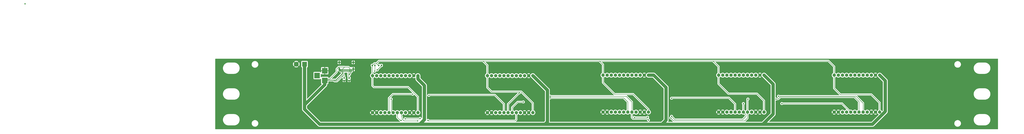
<source format=gbr>
%TF.GenerationSoftware,KiCad,Pcbnew,(6.0.11)*%
%TF.CreationDate,2023-04-30T18:38:47+02:00*%
%TF.ProjectId,T-DISPLAY-S3,542d4449-5350-44c4-9159-2d53332e6b69,1*%
%TF.SameCoordinates,Original*%
%TF.FileFunction,Copper,L1,Top*%
%TF.FilePolarity,Positive*%
%FSLAX46Y46*%
G04 Gerber Fmt 4.6, Leading zero omitted, Abs format (unit mm)*
G04 Created by KiCad (PCBNEW (6.0.11)) date 2023-04-30 18:38:47*
%MOMM*%
%LPD*%
G01*
G04 APERTURE LIST*
G04 Aperture macros list*
%AMRoundRect*
0 Rectangle with rounded corners*
0 $1 Rounding radius*
0 $2 $3 $4 $5 $6 $7 $8 $9 X,Y pos of 4 corners*
0 Add a 4 corners polygon primitive as box body*
4,1,4,$2,$3,$4,$5,$6,$7,$8,$9,$2,$3,0*
0 Add four circle primitives for the rounded corners*
1,1,$1+$1,$2,$3*
1,1,$1+$1,$4,$5*
1,1,$1+$1,$6,$7*
1,1,$1+$1,$8,$9*
0 Add four rect primitives between the rounded corners*
20,1,$1+$1,$2,$3,$4,$5,0*
20,1,$1+$1,$4,$5,$6,$7,0*
20,1,$1+$1,$6,$7,$8,$9,0*
20,1,$1+$1,$8,$9,$2,$3,0*%
G04 Aperture macros list end*
%TA.AperFunction,ComponentPad*%
%ADD10C,2.000000*%
%TD*%
%TA.AperFunction,SMDPad,CuDef*%
%ADD11RoundRect,0.200000X-0.200000X-0.275000X0.200000X-0.275000X0.200000X0.275000X-0.200000X0.275000X0*%
%TD*%
%TA.AperFunction,SMDPad,CuDef*%
%ADD12RoundRect,0.200000X-0.275000X0.200000X-0.275000X-0.200000X0.275000X-0.200000X0.275000X0.200000X0*%
%TD*%
%TA.AperFunction,ComponentPad*%
%ADD13R,3.500000X3.500000*%
%TD*%
%TA.AperFunction,SMDPad,CuDef*%
%ADD14R,0.300000X1.750000*%
%TD*%
%TA.AperFunction,ComponentPad*%
%ADD15O,1.000000X1.600000*%
%TD*%
%TA.AperFunction,ComponentPad*%
%ADD16O,0.900000X2.100000*%
%TD*%
%TA.AperFunction,ComponentPad*%
%ADD17R,3.000000X3.000000*%
%TD*%
%TA.AperFunction,ComponentPad*%
%ADD18C,3.000000*%
%TD*%
%TA.AperFunction,ViaPad*%
%ADD19C,0.800000*%
%TD*%
%TA.AperFunction,Conductor*%
%ADD20C,0.250000*%
%TD*%
%TA.AperFunction,Conductor*%
%ADD21C,2.000000*%
%TD*%
G04 APERTURE END LIST*
D10*
%TO.P,U4,1,3v*%
%TO.N,+3V3*%
X381000000Y-244805201D03*
%TO.P,U4,2,1*%
%TO.N,unconnected-(U4-Pad2)*%
X383540000Y-244805201D03*
%TO.P,U4,3,2*%
%TO.N,unconnected-(U4-Pad3)*%
X386080000Y-244805201D03*
%TO.P,U4,4,3*%
%TO.N,unconnected-(U4-Pad4)*%
X388620000Y-244805201D03*
%TO.P,U4,5,10*%
%TO.N,unconnected-(U4-Pad5)*%
X391160000Y-244805201D03*
%TO.P,U4,6,11*%
%TO.N,unconnected-(U4-Pad6)*%
X393700000Y-244805201D03*
%TO.P,U4,7,12*%
%TO.N,unconnected-(U4-Pad7)*%
X396240000Y-244805201D03*
%TO.P,U4,8,13*%
%TO.N,unconnected-(U4-Pad8)*%
X398780000Y-244805201D03*
%TO.P,U4,9,NC*%
%TO.N,unconnected-(U4-Pad9)*%
X401320000Y-244805201D03*
%TO.P,U4,10,NC*%
%TO.N,unconnected-(U4-Pad10)*%
X403860000Y-244805201D03*
%TO.P,U4,11,GND*%
%TO.N,GND*%
X406400000Y-244805201D03*
%TO.P,U4,12,5V*%
%TO.N,+5V*%
X408940000Y-244805201D03*
%TO.P,U4,13,GND*%
%TO.N,GND*%
X381000000Y-267667065D03*
%TO.P,U4,14,GND*%
X383540000Y-267667065D03*
%TO.P,U4,15,43*%
%TO.N,unconnected-(U4-Pad15)*%
X386080000Y-267667065D03*
%TO.P,U4,16,44*%
%TO.N,unconnected-(U4-Pad16)*%
X388620000Y-267667065D03*
%TO.P,U4,17,18*%
%TO.N,/TXD3*%
X391160000Y-267667065D03*
%TO.P,U4,18,17*%
%TO.N,/TXD4*%
X393700000Y-267667065D03*
%TO.P,U4,19,21*%
%TO.N,/SDA*%
X396240000Y-267667065D03*
%TO.P,U4,20,16*%
%TO.N,/SCL*%
X398780000Y-267667065D03*
%TO.P,U4,21,NC*%
%TO.N,unconnected-(U4-Pad21)*%
X401320000Y-267667065D03*
%TO.P,U4,22,GND*%
%TO.N,GND*%
X403860000Y-267667065D03*
%TO.P,U4,23,GND*%
X406400000Y-267667065D03*
%TO.P,U4,24,3v*%
%TO.N,+3V3*%
X408940000Y-267667065D03*
%TD*%
D11*
%TO.P,R2,1*%
%TO.N,+3V3*%
X167885000Y-238760000D03*
%TO.P,R2,2*%
%TO.N,/SCL*%
X169535000Y-238760000D03*
%TD*%
D10*
%TO.P,U5,1,3v*%
%TO.N,+3V3*%
X452120000Y-244805201D03*
%TO.P,U5,2,1*%
%TO.N,unconnected-(U5-Pad2)*%
X454660000Y-244805201D03*
%TO.P,U5,3,2*%
%TO.N,unconnected-(U5-Pad3)*%
X457200000Y-244805201D03*
%TO.P,U5,4,3*%
%TO.N,unconnected-(U5-Pad4)*%
X459740000Y-244805201D03*
%TO.P,U5,5,10*%
%TO.N,unconnected-(U5-Pad5)*%
X462280000Y-244805201D03*
%TO.P,U5,6,11*%
%TO.N,unconnected-(U5-Pad6)*%
X464820000Y-244805201D03*
%TO.P,U5,7,12*%
%TO.N,unconnected-(U5-Pad7)*%
X467360000Y-244805201D03*
%TO.P,U5,8,13*%
%TO.N,unconnected-(U5-Pad8)*%
X469900000Y-244805201D03*
%TO.P,U5,9,NC*%
%TO.N,unconnected-(U5-Pad9)*%
X472440000Y-244805201D03*
%TO.P,U5,10,NC*%
%TO.N,unconnected-(U5-Pad10)*%
X474980000Y-244805201D03*
%TO.P,U5,11,GND*%
%TO.N,GND*%
X477520000Y-244805201D03*
%TO.P,U5,12,5V*%
%TO.N,+5V*%
X480060000Y-244805201D03*
%TO.P,U5,13,GND*%
%TO.N,GND*%
X452120000Y-267667065D03*
%TO.P,U5,14,GND*%
X454660000Y-267667065D03*
%TO.P,U5,15,43*%
%TO.N,unconnected-(U5-Pad15)*%
X457200000Y-267667065D03*
%TO.P,U5,16,44*%
%TO.N,unconnected-(U5-Pad16)*%
X459740000Y-267667065D03*
%TO.P,U5,17,18*%
%TO.N,/TXD4*%
X462280000Y-267667065D03*
%TO.P,U5,18,17*%
%TO.N,/RXD1*%
X464820000Y-267667065D03*
%TO.P,U5,19,21*%
%TO.N,/SDA*%
X467360000Y-267667065D03*
%TO.P,U5,20,16*%
%TO.N,/SCL*%
X469900000Y-267667065D03*
%TO.P,U5,21,NC*%
%TO.N,unconnected-(U5-Pad21)*%
X472440000Y-267667065D03*
%TO.P,U5,22,GND*%
%TO.N,GND*%
X474980000Y-267667065D03*
%TO.P,U5,23,GND*%
X477520000Y-267667065D03*
%TO.P,U5,24,3v*%
%TO.N,+3V3*%
X480060000Y-267667065D03*
%TD*%
%TO.P,U3,1,3v*%
%TO.N,+3V3*%
X309880000Y-244805201D03*
%TO.P,U3,2,1*%
%TO.N,unconnected-(U3-Pad2)*%
X312420000Y-244805201D03*
%TO.P,U3,3,2*%
%TO.N,unconnected-(U3-Pad3)*%
X314960000Y-244805201D03*
%TO.P,U3,4,3*%
%TO.N,unconnected-(U3-Pad4)*%
X317500000Y-244805201D03*
%TO.P,U3,5,10*%
%TO.N,unconnected-(U3-Pad5)*%
X320040000Y-244805201D03*
%TO.P,U3,6,11*%
%TO.N,unconnected-(U3-Pad6)*%
X322580000Y-244805201D03*
%TO.P,U3,7,12*%
%TO.N,unconnected-(U3-Pad7)*%
X325120000Y-244805201D03*
%TO.P,U3,8,13*%
%TO.N,unconnected-(U3-Pad8)*%
X327660000Y-244805201D03*
%TO.P,U3,9,NC*%
%TO.N,unconnected-(U3-Pad9)*%
X330200000Y-244805201D03*
%TO.P,U3,10,NC*%
%TO.N,unconnected-(U3-Pad10)*%
X332740000Y-244805201D03*
%TO.P,U3,11,GND*%
%TO.N,GND*%
X335280000Y-244805201D03*
%TO.P,U3,12,5V*%
%TO.N,+5V*%
X337820000Y-244805201D03*
%TO.P,U3,13,GND*%
%TO.N,GND*%
X309880000Y-267667065D03*
%TO.P,U3,14,GND*%
X312420000Y-267667065D03*
%TO.P,U3,15,43*%
%TO.N,unconnected-(U3-Pad15)*%
X314960000Y-267667065D03*
%TO.P,U3,16,44*%
%TO.N,unconnected-(U3-Pad16)*%
X317500000Y-267667065D03*
%TO.P,U3,17,18*%
%TO.N,/TXD2*%
X320040000Y-267667065D03*
%TO.P,U3,18,17*%
%TO.N,/TXD3*%
X322580000Y-267667065D03*
%TO.P,U3,19,21*%
%TO.N,/SDA*%
X325120000Y-267667065D03*
%TO.P,U3,20,16*%
%TO.N,/SCL*%
X327660000Y-267667065D03*
%TO.P,U3,21,NC*%
%TO.N,unconnected-(U3-Pad21)*%
X330200000Y-267667065D03*
%TO.P,U3,22,GND*%
%TO.N,GND*%
X332740000Y-267667065D03*
%TO.P,U3,23,GND*%
X335280000Y-267667065D03*
%TO.P,U3,24,3v*%
%TO.N,+3V3*%
X337820000Y-267667065D03*
%TD*%
D12*
%TO.P,R3,1*%
%TO.N,Net-(J2-PadA5)*%
X153670000Y-246571000D03*
%TO.P,R3,2*%
%TO.N,GND*%
X153670000Y-248221000D03*
%TD*%
D11*
%TO.P,R1,1*%
%TO.N,+3V3*%
X171895000Y-238760000D03*
%TO.P,R1,2*%
%TO.N,/SDA*%
X173545000Y-238760000D03*
%TD*%
D10*
%TO.P,U1,1,3v*%
%TO.N,+3V3*%
X168046400Y-245110000D03*
%TO.P,U1,2,1*%
%TO.N,unconnected-(U1-Pad2)*%
X170586400Y-245110000D03*
%TO.P,U1,3,2*%
%TO.N,unconnected-(U1-Pad3)*%
X173126400Y-245110000D03*
%TO.P,U1,4,3*%
%TO.N,unconnected-(U1-Pad4)*%
X175666400Y-245110000D03*
%TO.P,U1,5,10*%
%TO.N,unconnected-(U1-Pad5)*%
X178206400Y-245110000D03*
%TO.P,U1,6,11*%
%TO.N,unconnected-(U1-Pad6)*%
X180746400Y-245110000D03*
%TO.P,U1,7,12*%
%TO.N,unconnected-(U1-Pad7)*%
X183286400Y-245110000D03*
%TO.P,U1,8,13*%
%TO.N,unconnected-(U1-Pad8)*%
X185826400Y-245110000D03*
%TO.P,U1,9,NC*%
%TO.N,unconnected-(U1-Pad9)*%
X188366400Y-245110000D03*
%TO.P,U1,10,NC*%
%TO.N,unconnected-(U1-Pad10)*%
X190906400Y-245110000D03*
%TO.P,U1,11,GND*%
%TO.N,GND*%
X193446400Y-245110000D03*
%TO.P,U1,12,5V*%
%TO.N,+5V*%
X195986400Y-245110000D03*
%TO.P,U1,13,GND*%
%TO.N,GND*%
X168046400Y-267971864D03*
%TO.P,U1,14,GND*%
X170586400Y-267971864D03*
%TO.P,U1,15,43*%
%TO.N,unconnected-(U1-Pad15)*%
X173126400Y-267971864D03*
%TO.P,U1,16,44*%
%TO.N,unconnected-(U1-Pad16)*%
X175666400Y-267971864D03*
%TO.P,U1,17,18*%
%TO.N,/RXD1*%
X178206400Y-267971864D03*
%TO.P,U1,18,17*%
%TO.N,/TXD1*%
X180746400Y-267971864D03*
%TO.P,U1,19,21*%
%TO.N,/SDA*%
X183286400Y-267971864D03*
%TO.P,U1,20,16*%
%TO.N,/SCL*%
X185826400Y-267971864D03*
%TO.P,U1,21,NC*%
%TO.N,unconnected-(U1-Pad21)*%
X188366400Y-267971864D03*
%TO.P,U1,22,GND*%
%TO.N,GND*%
X190906400Y-267971864D03*
%TO.P,U1,23,GND*%
X193446400Y-267971864D03*
%TO.P,U1,24,3v*%
%TO.N,+3V3*%
X195986400Y-267971864D03*
%TD*%
D12*
%TO.P,R4,1*%
%TO.N,Net-(J2-PadB5)*%
X150622000Y-246571000D03*
%TO.P,R4,2*%
%TO.N,GND*%
X150622000Y-248221000D03*
%TD*%
D10*
%TO.P,U2,1,3v*%
%TO.N,+3V3*%
X238760000Y-245110000D03*
%TO.P,U2,2,1*%
%TO.N,unconnected-(U2-Pad2)*%
X241300000Y-245110000D03*
%TO.P,U2,3,2*%
%TO.N,unconnected-(U2-Pad3)*%
X243840000Y-245110000D03*
%TO.P,U2,4,3*%
%TO.N,unconnected-(U2-Pad4)*%
X246380000Y-245110000D03*
%TO.P,U2,5,10*%
%TO.N,unconnected-(U2-Pad5)*%
X248920000Y-245110000D03*
%TO.P,U2,6,11*%
%TO.N,unconnected-(U2-Pad6)*%
X251460000Y-245110000D03*
%TO.P,U2,7,12*%
%TO.N,unconnected-(U2-Pad7)*%
X254000000Y-245110000D03*
%TO.P,U2,8,13*%
%TO.N,unconnected-(U2-Pad8)*%
X256540000Y-245110000D03*
%TO.P,U2,9,NC*%
%TO.N,unconnected-(U2-Pad9)*%
X259080000Y-245110000D03*
%TO.P,U2,10,NC*%
%TO.N,unconnected-(U2-Pad10)*%
X261620000Y-245110000D03*
%TO.P,U2,11,GND*%
%TO.N,GND*%
X264160000Y-245110000D03*
%TO.P,U2,12,5V*%
%TO.N,+5V*%
X266700000Y-245110000D03*
%TO.P,U2,13,GND*%
%TO.N,GND*%
X238760000Y-267971864D03*
%TO.P,U2,14,GND*%
X241300000Y-267971864D03*
%TO.P,U2,15,43*%
%TO.N,unconnected-(U2-Pad15)*%
X243840000Y-267971864D03*
%TO.P,U2,16,44*%
%TO.N,unconnected-(U2-Pad16)*%
X246380000Y-267971864D03*
%TO.P,U2,17,18*%
%TO.N,/TXD1*%
X248920000Y-267971864D03*
%TO.P,U2,18,17*%
%TO.N,/TXD2*%
X251460000Y-267971864D03*
%TO.P,U2,19,21*%
%TO.N,/SDA*%
X254000000Y-267971864D03*
%TO.P,U2,20,16*%
%TO.N,/SCL*%
X256540000Y-267971864D03*
%TO.P,U2,21,NC*%
%TO.N,unconnected-(U2-Pad21)*%
X259080000Y-267971864D03*
%TO.P,U2,22,GND*%
%TO.N,GND*%
X261620000Y-267971864D03*
%TO.P,U2,23,GND*%
X264160000Y-267971864D03*
%TO.P,U2,24,3v*%
%TO.N,+3V3*%
X266700000Y-267971864D03*
%TD*%
D13*
%TO.P,J3,1*%
%TO.N,+5V*%
X138668000Y-248062000D03*
%TO.P,J3,2*%
%TO.N,GND*%
X138668000Y-242062000D03*
%TO.P,J3,3*%
%TO.N,N/C*%
X133968000Y-245062000D03*
%TD*%
D14*
%TO.P,J2,A1,GND*%
%TO.N,GND*%
X155242000Y-241910000D03*
%TO.P,J2,A4,VBUS*%
%TO.N,+5V*%
X154442000Y-241910000D03*
%TO.P,J2,A5,CC1*%
%TO.N,Net-(J2-PadA5)*%
X153142000Y-241910000D03*
%TO.P,J2,A6,D+*%
%TO.N,unconnected-(J2-PadA6)*%
X152142000Y-241910000D03*
%TO.P,J2,A7,D-*%
%TO.N,unconnected-(J2-PadA7)*%
X151642000Y-241910000D03*
%TO.P,J2,A8,SBU1*%
%TO.N,unconnected-(J2-PadA8)*%
X150642000Y-241910000D03*
%TO.P,J2,A9,VBUS*%
%TO.N,+5V*%
X149342000Y-241910000D03*
%TO.P,J2,A12,GND*%
%TO.N,GND*%
X148542000Y-241910000D03*
%TO.P,J2,B1,GND*%
X148842000Y-241910000D03*
%TO.P,J2,B4,VBUS*%
%TO.N,+5V*%
X149642000Y-241910000D03*
%TO.P,J2,B5,CC2*%
%TO.N,Net-(J2-PadB5)*%
X150142000Y-241910000D03*
%TO.P,J2,B6,D+*%
%TO.N,unconnected-(J2-PadB6)*%
X151142000Y-241910000D03*
%TO.P,J2,B7,D-*%
%TO.N,unconnected-(J2-PadB7)*%
X152642000Y-241910000D03*
%TO.P,J2,B8,SBU2*%
%TO.N,unconnected-(J2-PadB8)*%
X153642000Y-241910000D03*
%TO.P,J2,B9,VBUS*%
%TO.N,+5V*%
X154142000Y-241910000D03*
%TO.P,J2,B12,GND*%
%TO.N,GND*%
X154942000Y-241910000D03*
D15*
%TO.P,J2,S1,SHIELD*%
X147572000Y-236890000D03*
D16*
X147572000Y-241070000D03*
X156212000Y-241070000D03*
D15*
X156212000Y-236890000D03*
%TD*%
D17*
%TO.P,J1,1,Pin_1*%
%TO.N,+5V*%
X126238000Y-237998000D03*
D18*
%TO.P,J1,2,Pin_2*%
%TO.N,GND*%
X121158000Y-237998000D03*
%TD*%
D19*
%TO.N,/SDA*%
X197358000Y-271526000D03*
X188214000Y-271780000D03*
X185674000Y-272796000D03*
%TO.N,/SCL*%
X195834000Y-273050000D03*
X202184000Y-272796000D03*
%TO.N,/SDA*%
X260858000Y-261366000D03*
X277368000Y-258826000D03*
%TO.N,/SCL*%
X277368000Y-257810000D03*
%TO.N,/TXD3*%
X352044000Y-259080000D03*
%TO.N,/SDA*%
X329184000Y-271018000D03*
X337312000Y-270764000D03*
X352044000Y-270256000D03*
%TO.N,/SCL*%
X337820000Y-272542000D03*
X351536000Y-271272000D03*
%TO.N,/SDA*%
X396240000Y-262382000D03*
X416306000Y-259588000D03*
%TO.N,/SCL*%
X399034000Y-259588000D03*
X417830000Y-257810000D03*
%TO.N,/TXD4*%
X419862000Y-262382000D03*
%TO.N,/TXD2*%
X258318000Y-255778000D03*
%TO.N,/RXD1*%
X192786000Y-256577500D03*
%TO.N,/TXD1*%
X179578000Y-259588000D03*
X202692000Y-257302000D03*
%TO.N,/SDA*%
X170942000Y-241554000D03*
%TO.N,/SCL*%
X169418000Y-242316000D03*
%TO.N,+5V*%
X153924000Y-244348000D03*
X149606000Y-245364000D03*
%TO.N,*%
X-45720000Y-200660000D03*
%TD*%
D20*
%TO.N,/SDA*%
X197104000Y-271780000D02*
X197358000Y-271526000D01*
X188214000Y-271780000D02*
X197104000Y-271780000D01*
X184658000Y-272288000D02*
X185166000Y-272796000D01*
X185166000Y-272796000D02*
X185674000Y-272796000D01*
X183286400Y-270916400D02*
X184658000Y-272288000D01*
X183286400Y-267971864D02*
X183286400Y-270916400D01*
%TO.N,/SCL*%
X185826400Y-270408400D02*
X185826400Y-267971864D01*
X186182000Y-270764000D02*
X185826400Y-270408400D01*
X186182000Y-271780000D02*
X186182000Y-270764000D01*
X187452000Y-273050000D02*
X186182000Y-271780000D01*
X195834000Y-273050000D02*
X187452000Y-273050000D01*
X202438000Y-273050000D02*
X202184000Y-272796000D01*
X236728000Y-273050000D02*
X202438000Y-273050000D01*
X255778000Y-273050000D02*
X236728000Y-273050000D01*
X256540000Y-272288000D02*
X255778000Y-273050000D01*
X256540000Y-267971864D02*
X256540000Y-272288000D01*
%TO.N,/SDA*%
X254000000Y-264668000D02*
X254000000Y-267971864D01*
X257302000Y-261366000D02*
X254000000Y-264668000D01*
X260858000Y-261366000D02*
X257302000Y-261366000D01*
X322580000Y-258826000D02*
X321564000Y-258826000D01*
X321564000Y-258826000D02*
X277368000Y-258826000D01*
X323342000Y-259588000D02*
X322580000Y-258826000D01*
X325120000Y-261366000D02*
X323342000Y-259588000D01*
X325120000Y-267667065D02*
X325120000Y-261366000D01*
%TO.N,/SCL*%
X299974000Y-257810000D02*
X277368000Y-257810000D01*
X324104000Y-257810000D02*
X299974000Y-257810000D01*
X327660000Y-261366000D02*
X324358000Y-258064000D01*
X324358000Y-258064000D02*
X324104000Y-257810000D01*
X327660000Y-267667065D02*
X327660000Y-261366000D01*
%TO.N,/TXD3*%
X352298000Y-258826000D02*
X352044000Y-259080000D01*
X387350000Y-258826000D02*
X352298000Y-258826000D01*
X391160000Y-262636000D02*
X387350000Y-258826000D01*
X391160000Y-267667065D02*
X391160000Y-262636000D01*
%TO.N,/SDA*%
X337312000Y-270764000D02*
X337058000Y-271018000D01*
X337058000Y-271018000D02*
X329184000Y-271018000D01*
X352298000Y-270256000D02*
X352044000Y-270256000D01*
X352298000Y-270510000D02*
X352298000Y-270256000D01*
X394970000Y-272288000D02*
X354076000Y-272288000D01*
X395732000Y-272288000D02*
X394970000Y-272288000D01*
X397764000Y-270256000D02*
X395732000Y-272288000D01*
X354076000Y-272288000D02*
X353314000Y-271526000D01*
X397764000Y-269191065D02*
X397764000Y-270256000D01*
X396240000Y-267667065D02*
X397764000Y-269191065D01*
X353314000Y-271526000D02*
X352298000Y-270510000D01*
%TO.N,/SCL*%
X327660000Y-271018000D02*
X327660000Y-267667065D01*
X337058000Y-271780000D02*
X328422000Y-271780000D01*
X328422000Y-271780000D02*
X327660000Y-271018000D01*
X337820000Y-272542000D02*
X337058000Y-271780000D01*
X353314000Y-273050000D02*
X351536000Y-271272000D01*
X383286000Y-273050000D02*
X353314000Y-273050000D01*
X397002000Y-273050000D02*
X383286000Y-273050000D01*
X398272000Y-271780000D02*
X397002000Y-273050000D01*
X398780000Y-271272000D02*
X398272000Y-271780000D01*
X398780000Y-267667065D02*
X398780000Y-271272000D01*
%TO.N,/SDA*%
X396240000Y-262382000D02*
X396240000Y-267667065D01*
X417830000Y-259334000D02*
X417576000Y-259588000D01*
X418846000Y-258318000D02*
X417830000Y-259334000D01*
X417576000Y-259588000D02*
X416306000Y-259588000D01*
X462026000Y-258318000D02*
X418846000Y-258318000D01*
X464566000Y-258318000D02*
X462026000Y-258318000D01*
X466344000Y-260096000D02*
X464566000Y-258318000D01*
X467360000Y-261112000D02*
X466344000Y-260096000D01*
X467360000Y-267667065D02*
X467360000Y-261112000D01*
%TO.N,/SCL*%
X398780000Y-259842000D02*
X398780000Y-267667065D01*
X399034000Y-259588000D02*
X398780000Y-259842000D01*
X456184000Y-257810000D02*
X417830000Y-257810000D01*
X465582000Y-257810000D02*
X456184000Y-257810000D01*
X467106000Y-259334000D02*
X465582000Y-257810000D01*
X469900000Y-267667065D02*
X469900000Y-262128000D01*
X469900000Y-262128000D02*
X467106000Y-259334000D01*
%TO.N,/TXD4*%
X456994935Y-262382000D02*
X419862000Y-262382000D01*
X462280000Y-267667065D02*
X456994935Y-262382000D01*
%TO.N,/TXD2*%
X251460000Y-262636000D02*
X258318000Y-255778000D01*
X251460000Y-267971864D02*
X251460000Y-262636000D01*
%TO.N,/RXD1*%
X192748500Y-256540000D02*
X192786000Y-256577500D01*
X180594000Y-256540000D02*
X192748500Y-256540000D01*
X178206400Y-267971864D02*
X178206400Y-258927600D01*
X178206400Y-258927600D02*
X180594000Y-256540000D01*
%TO.N,/TXD1*%
X179578000Y-266803464D02*
X180746400Y-267971864D01*
X179578000Y-259588000D02*
X179578000Y-266803464D01*
X202946000Y-257048000D02*
X202692000Y-257302000D01*
X243332000Y-257048000D02*
X207010000Y-257048000D01*
X243840000Y-257556000D02*
X243332000Y-257048000D01*
X248920000Y-262636000D02*
X243840000Y-257556000D01*
X207010000Y-257048000D02*
X202946000Y-257048000D01*
X248920000Y-267971864D02*
X248920000Y-262636000D01*
%TO.N,/SDA*%
X173545000Y-238951000D02*
X170942000Y-241554000D01*
X173545000Y-238760000D02*
X173545000Y-238951000D01*
%TO.N,/SCL*%
X169535000Y-242199000D02*
X169418000Y-242316000D01*
X169535000Y-238760000D02*
X169535000Y-242199000D01*
%TO.N,+3V3*%
X328422000Y-256540000D02*
X337820000Y-265938000D01*
X309880000Y-249428000D02*
X316992000Y-256540000D01*
X316992000Y-256540000D02*
X328422000Y-256540000D01*
X337820000Y-265938000D02*
X337820000Y-267667065D01*
X309880000Y-244805201D02*
X309880000Y-249428000D01*
X408940000Y-260604000D02*
X408940000Y-267667065D01*
X387096000Y-256286000D02*
X404622000Y-256286000D01*
X381000000Y-250190000D02*
X387096000Y-256286000D01*
X404622000Y-256286000D02*
X408940000Y-260604000D01*
X381000000Y-244805201D02*
X381000000Y-250190000D01*
X474980000Y-256794000D02*
X480060000Y-261874000D01*
X455930000Y-256794000D02*
X474980000Y-256794000D01*
X452120000Y-244805201D02*
X452120000Y-252984000D01*
X452120000Y-252984000D02*
X455930000Y-256794000D01*
X480060000Y-261874000D02*
X480060000Y-267667065D01*
X238760000Y-238760000D02*
X235966000Y-235966000D01*
X238760000Y-245110000D02*
X238760000Y-238760000D01*
X235966000Y-235966000D02*
X307594000Y-235966000D01*
X171958000Y-235966000D02*
X235966000Y-235966000D01*
X309880000Y-238252000D02*
X307594000Y-235966000D01*
X309880000Y-244805201D02*
X309880000Y-238252000D01*
X307594000Y-235966000D02*
X377444000Y-235966000D01*
X381000000Y-239522000D02*
X377444000Y-235966000D01*
X377444000Y-235966000D02*
X448564000Y-235966000D01*
X381000000Y-244805201D02*
X381000000Y-239522000D01*
X452120000Y-239522000D02*
X452120000Y-244805201D01*
X448564000Y-235966000D02*
X452120000Y-239522000D01*
X170434000Y-237490000D02*
X171958000Y-235966000D01*
X238760000Y-252476000D02*
X238760000Y-245110000D01*
X241300000Y-255016000D02*
X238760000Y-252476000D01*
X259588000Y-255016000D02*
X241300000Y-255016000D01*
X266700000Y-262128000D02*
X259588000Y-255016000D01*
X266700000Y-267971864D02*
X266700000Y-262128000D01*
X168046400Y-251358400D02*
X168046400Y-245110000D01*
X168910000Y-252222000D02*
X168046400Y-251358400D01*
X189992000Y-252222000D02*
X168910000Y-252222000D01*
X195986400Y-258216400D02*
X189992000Y-252222000D01*
X195986400Y-267971864D02*
X195986400Y-258216400D01*
X169155000Y-237490000D02*
X167885000Y-238760000D01*
X170434000Y-237490000D02*
X169155000Y-237490000D01*
X171895000Y-238760000D02*
X171704000Y-238760000D01*
X171704000Y-238760000D02*
X170434000Y-237490000D01*
X168046400Y-238921400D02*
X168046400Y-245110000D01*
X167885000Y-238760000D02*
X168046400Y-238921400D01*
%TO.N,+5V*%
X153924000Y-244094000D02*
X153924000Y-244348000D01*
X154442000Y-243576000D02*
X153924000Y-244094000D01*
X154442000Y-241910000D02*
X154442000Y-243576000D01*
X154142000Y-243550000D02*
X154142000Y-241910000D01*
X153924000Y-243840000D02*
X154178000Y-243586000D01*
X154178000Y-243586000D02*
X154142000Y-243550000D01*
X153924000Y-244348000D02*
X153924000Y-243840000D01*
X146812000Y-247904000D02*
X149352000Y-245364000D01*
X144653000Y-248539000D02*
X146177000Y-248539000D01*
X146177000Y-248539000D02*
X146812000Y-247904000D01*
X144653000Y-248539000D02*
X144176000Y-248062000D01*
X149352000Y-245364000D02*
X149606000Y-245364000D01*
X141732000Y-247142000D02*
X139588000Y-247142000D01*
X146050000Y-242824000D02*
X141732000Y-247142000D01*
X146050000Y-240895984D02*
X146050000Y-242824000D01*
X147250984Y-239695000D02*
X146050000Y-240895984D01*
X150704951Y-239695000D02*
X147250984Y-239695000D01*
X139588000Y-247142000D02*
X138668000Y-248062000D01*
X150785951Y-239776000D02*
X150704951Y-239695000D01*
X144176000Y-248062000D02*
X138668000Y-248062000D01*
%TO.N,GND*%
X148336000Y-242316000D02*
X147572000Y-241552000D01*
X148742000Y-241910000D02*
X148336000Y-242316000D01*
X148842000Y-241910000D02*
X148742000Y-241910000D01*
X147572000Y-241552000D02*
X147572000Y-241070000D01*
X148542000Y-241910000D02*
X148412000Y-241910000D01*
X148412000Y-241910000D02*
X147572000Y-241070000D01*
%TO.N,Net-(J2-PadA5)*%
X153142000Y-245344000D02*
X153670000Y-245872000D01*
X153670000Y-245872000D02*
X153670000Y-246571000D01*
X153142000Y-241910000D02*
X153142000Y-245344000D01*
%TO.N,Net-(J2-PadB5)*%
X150622000Y-245110000D02*
X150622000Y-246571000D01*
X150142000Y-241910000D02*
X150142000Y-244630000D01*
X150142000Y-244630000D02*
X150622000Y-245110000D01*
%TO.N,+5V*%
X150785951Y-239776000D02*
X149342000Y-241219951D01*
X153319999Y-239776000D02*
X150785951Y-239776000D01*
X154081999Y-240538000D02*
X153319999Y-239776000D01*
X154081999Y-240859950D02*
X154081999Y-240538000D01*
X149342000Y-241219951D02*
X149342000Y-241910000D01*
X154442000Y-241219951D02*
X154081999Y-240859950D01*
X154442000Y-241910000D02*
X154442000Y-241219951D01*
%TO.N,GND*%
X156212000Y-242060000D02*
X156212000Y-241070000D01*
X156210000Y-242062000D02*
X156212000Y-242060000D01*
X156058000Y-241910000D02*
X156210000Y-242062000D01*
X155242000Y-241910000D02*
X156058000Y-241910000D01*
%TO.N,+5V*%
X139080000Y-247650000D02*
X138668000Y-248062000D01*
X149342000Y-243850000D02*
X145542000Y-247650000D01*
X145542000Y-247650000D02*
X139080000Y-247650000D01*
X149342000Y-241910000D02*
X149342000Y-243850000D01*
X145638000Y-248062000D02*
X138668000Y-248062000D01*
X149642000Y-244058000D02*
X145638000Y-248062000D01*
X149642000Y-241910000D02*
X149642000Y-244058000D01*
D21*
X275640800Y-254050800D02*
X266700000Y-245110000D01*
X199999600Y-251206000D02*
X195986400Y-247192800D01*
X341071201Y-244805201D02*
X337820000Y-244805201D01*
X126238000Y-263194800D02*
X126238000Y-265887200D01*
X408228800Y-275183600D02*
X414528000Y-268884400D01*
X126238000Y-265887200D02*
X135534400Y-275183600D01*
X274167600Y-275183600D02*
X275640800Y-273710400D01*
X195986400Y-247192800D02*
X195986400Y-245110000D01*
X348691200Y-272694400D02*
X348691200Y-252425200D01*
X135534400Y-275183600D02*
X197154800Y-275183600D01*
X346202000Y-275183600D02*
X408228800Y-275183600D01*
X197154800Y-275183600D02*
X274167600Y-275183600D01*
X414528000Y-268884400D02*
X414528000Y-250393201D01*
X408228800Y-275183600D02*
X475654735Y-275183600D01*
X274167600Y-275183600D02*
X346202000Y-275183600D01*
X483565200Y-248310401D02*
X480060000Y-244805201D01*
X138668000Y-248062000D02*
X138668000Y-250764800D01*
X197154800Y-275183600D02*
X199999600Y-272338800D01*
X199999600Y-272338800D02*
X199999600Y-251206000D01*
X346202000Y-275183600D02*
X348691200Y-272694400D01*
X475654735Y-275183600D02*
X483565200Y-267273135D01*
X348691200Y-252425200D02*
X341071201Y-244805201D01*
X275640800Y-273710400D02*
X275640800Y-254050800D01*
X126238000Y-237998000D02*
X126238000Y-263194800D01*
X414528000Y-250393201D02*
X408940000Y-244805201D01*
X138668000Y-250764800D02*
X126238000Y-263194800D01*
X483565200Y-267273135D02*
X483565200Y-248310401D01*
%TD*%
%TA.AperFunction,Conductor*%
%TO.N,GND*%
G36*
X552861933Y-234666502D02*
G01*
X552908426Y-234720158D01*
X552919812Y-234772500D01*
X552919812Y-278103500D01*
X552899810Y-278171621D01*
X552846154Y-278218114D01*
X552793812Y-278229500D01*
X71462812Y-278229500D01*
X71394691Y-278209498D01*
X71348198Y-278155842D01*
X71336812Y-278103500D01*
X71336812Y-272429170D01*
X76055240Y-272429170D01*
X76055449Y-272432429D01*
X76055449Y-272432436D01*
X76077360Y-272774219D01*
X76078586Y-272793348D01*
X76139582Y-273153139D01*
X76237570Y-273504663D01*
X76371492Y-273844127D01*
X76539904Y-274167867D01*
X76541696Y-274170581D01*
X76541702Y-274170591D01*
X76722116Y-274443811D01*
X76740989Y-274472392D01*
X76972577Y-274754416D01*
X76974916Y-274756727D01*
X76974917Y-274756728D01*
X77083469Y-274863978D01*
X77232170Y-275010896D01*
X77234721Y-275012940D01*
X77234728Y-275012946D01*
X77399280Y-275144778D01*
X77516967Y-275239065D01*
X77823896Y-275436462D01*
X77826807Y-275437932D01*
X77826814Y-275437936D01*
X78103098Y-275577451D01*
X78149645Y-275600956D01*
X78152706Y-275602121D01*
X78487635Y-275729607D01*
X78487640Y-275729608D01*
X78490699Y-275730773D01*
X78493867Y-275731615D01*
X78493870Y-275731616D01*
X78840204Y-275823669D01*
X78840207Y-275823670D01*
X78843380Y-275824513D01*
X78846629Y-275825024D01*
X78846631Y-275825024D01*
X78971864Y-275844704D01*
X79203881Y-275881164D01*
X79421233Y-275892466D01*
X79540667Y-275898677D01*
X79546095Y-275899272D01*
X79546107Y-275899133D01*
X79550965Y-275899569D01*
X79555762Y-275900376D01*
X79562140Y-275900454D01*
X79563454Y-275900470D01*
X79563457Y-275900470D01*
X79568314Y-275900529D01*
X79595937Y-275896573D01*
X79613799Y-275895300D01*
X82750750Y-275895300D01*
X82771655Y-275897046D01*
X82786656Y-275899570D01*
X82786659Y-275899570D01*
X82791448Y-275900376D01*
X82797585Y-275900451D01*
X82799137Y-275900470D01*
X82799141Y-275900470D01*
X82804000Y-275900529D01*
X82807353Y-275900049D01*
X82808582Y-275900324D01*
X82808559Y-275899876D01*
X82820084Y-275899272D01*
X83171241Y-275880869D01*
X83174481Y-275880356D01*
X83174489Y-275880355D01*
X83341442Y-275853912D01*
X83534459Y-275823341D01*
X83889674Y-275728161D01*
X84232994Y-275596373D01*
X84281180Y-275571821D01*
X84557717Y-275430919D01*
X84557724Y-275430915D01*
X84560658Y-275429420D01*
X84869075Y-275229132D01*
X85154867Y-274997702D01*
X85414902Y-274737667D01*
X85512692Y-274616907D01*
X93717603Y-274616907D01*
X93718015Y-274624051D01*
X93733581Y-274894019D01*
X93734406Y-274898226D01*
X93734407Y-274898231D01*
X93756914Y-275012946D01*
X93787020Y-275166398D01*
X93788407Y-275170449D01*
X93788408Y-275170453D01*
X93875541Y-275424949D01*
X93875545Y-275424958D01*
X93876930Y-275429004D01*
X93899974Y-275474822D01*
X93994590Y-275662945D01*
X94001648Y-275676979D01*
X94041479Y-275734933D01*
X94155249Y-275900470D01*
X94158866Y-275905733D01*
X94345676Y-276111033D01*
X94348965Y-276113783D01*
X94555327Y-276286329D01*
X94555332Y-276286333D01*
X94558619Y-276289081D01*
X94793756Y-276436583D01*
X95046736Y-276550807D01*
X95050847Y-276552025D01*
X95050853Y-276552027D01*
X95308764Y-276628424D01*
X95308769Y-276628425D01*
X95312877Y-276629642D01*
X95317111Y-276630290D01*
X95317116Y-276630291D01*
X95558142Y-276667173D01*
X95587255Y-276671628D01*
X95728552Y-276673848D01*
X95860501Y-276675921D01*
X95860507Y-276675921D01*
X95864792Y-276675988D01*
X96140353Y-276642641D01*
X96330843Y-276592667D01*
X96404696Y-276573292D01*
X96404697Y-276573292D01*
X96408839Y-276572205D01*
X96665282Y-276465983D01*
X96791738Y-276392088D01*
X96901233Y-276328104D01*
X96901234Y-276328103D01*
X96904936Y-276325940D01*
X97123367Y-276154669D01*
X97162989Y-276113783D01*
X97313550Y-275958415D01*
X97316533Y-275955337D01*
X97319066Y-275951889D01*
X97319070Y-275951884D01*
X97478321Y-275735089D01*
X97480859Y-275731634D01*
X97526486Y-275647600D01*
X97611254Y-275491476D01*
X97611255Y-275491474D01*
X97613304Y-275487700D01*
X97711419Y-275228047D01*
X97773387Y-274957481D01*
X97794903Y-274716393D01*
X97797841Y-274683475D01*
X97797841Y-274683471D01*
X97798061Y-274681008D01*
X97798509Y-274638275D01*
X97797539Y-274624049D01*
X97779922Y-274365623D01*
X97779921Y-274365617D01*
X97779630Y-274361346D01*
X97758826Y-274260885D01*
X97724213Y-274093748D01*
X97723342Y-274089542D01*
X97715457Y-274067273D01*
X97632118Y-273831932D01*
X97630687Y-273827891D01*
X97503378Y-273581236D01*
X97498674Y-273574542D01*
X97346240Y-273357651D01*
X97346239Y-273357650D01*
X97343773Y-273354141D01*
X97154825Y-273150808D01*
X97146024Y-273143604D01*
X96954546Y-272986882D01*
X96940028Y-272974999D01*
X96703360Y-272829969D01*
X96699424Y-272828241D01*
X96453126Y-272720123D01*
X96453122Y-272720122D01*
X96449198Y-272718399D01*
X96182246Y-272642356D01*
X95925164Y-272605768D01*
X95911695Y-272603851D01*
X95911693Y-272603851D01*
X95907443Y-272603246D01*
X95903154Y-272603224D01*
X95903147Y-272603223D01*
X95634161Y-272601814D01*
X95634154Y-272601814D01*
X95629875Y-272601792D01*
X95625630Y-272602351D01*
X95625628Y-272602351D01*
X95563555Y-272610523D01*
X95354678Y-272638023D01*
X95086945Y-272711267D01*
X94831628Y-272820168D01*
X94593454Y-272962713D01*
X94590103Y-272965397D01*
X94590101Y-272965399D01*
X94380185Y-273133572D01*
X94380180Y-273133576D01*
X94376828Y-273136262D01*
X94292858Y-273224749D01*
X94189486Y-273333681D01*
X94185761Y-273337606D01*
X94023786Y-273563017D01*
X94021777Y-273566812D01*
X94021776Y-273566813D01*
X94013812Y-273581854D01*
X93893902Y-273808325D01*
X93798512Y-274068991D01*
X93739381Y-274340191D01*
X93717603Y-274616907D01*
X85512692Y-274616907D01*
X85646332Y-274451875D01*
X85830769Y-274167867D01*
X85844822Y-274146227D01*
X85844824Y-274146224D01*
X85846620Y-274143458D01*
X85871949Y-274093748D01*
X86012075Y-273818734D01*
X86013573Y-273815794D01*
X86110605Y-273563017D01*
X86144175Y-273475564D01*
X86144176Y-273475562D01*
X86145361Y-273472474D01*
X86240541Y-273117259D01*
X86274125Y-272905219D01*
X86297555Y-272757289D01*
X86297556Y-272757281D01*
X86298069Y-272754041D01*
X86317315Y-272386800D01*
X86298069Y-272019559D01*
X86295745Y-272004882D01*
X86260817Y-271784361D01*
X86240541Y-271656341D01*
X86145361Y-271301126D01*
X86133301Y-271269707D01*
X86071983Y-271109970D01*
X86013573Y-270957806D01*
X85941405Y-270816168D01*
X85848119Y-270633084D01*
X85848115Y-270633077D01*
X85846620Y-270630143D01*
X85825776Y-270598045D01*
X85648134Y-270324500D01*
X85646332Y-270321725D01*
X85414902Y-270035933D01*
X85154867Y-269775898D01*
X84869075Y-269544468D01*
X84663504Y-269410969D01*
X84563427Y-269345978D01*
X84563424Y-269345976D01*
X84560658Y-269344180D01*
X84557724Y-269342685D01*
X84557717Y-269342681D01*
X84235934Y-269178725D01*
X84232994Y-269177227D01*
X83990194Y-269084025D01*
X83892764Y-269046625D01*
X83892762Y-269046624D01*
X83889674Y-269045439D01*
X83534459Y-268950259D01*
X83341442Y-268919688D01*
X83174489Y-268893245D01*
X83174481Y-268893244D01*
X83171241Y-268892731D01*
X83011701Y-268884370D01*
X82831687Y-268874936D01*
X82826213Y-268874336D01*
X82826201Y-268874468D01*
X82821366Y-268874034D01*
X82816552Y-268873224D01*
X82809899Y-268873143D01*
X82808860Y-268873130D01*
X82808857Y-268873130D01*
X82804000Y-268873071D01*
X82776281Y-268877041D01*
X82758461Y-268878312D01*
X81184204Y-268878728D01*
X79541499Y-268879162D01*
X79523566Y-268877883D01*
X79500943Y-268874635D01*
X79500932Y-268874634D01*
X79496123Y-268873944D01*
X79489538Y-268874022D01*
X79488443Y-268874035D01*
X79488441Y-268874035D01*
X79483571Y-268874093D01*
X79480282Y-268874646D01*
X79479013Y-268874393D01*
X79479048Y-268874853D01*
X79119711Y-268902241D01*
X78760681Y-268967570D01*
X78757545Y-268968485D01*
X78757541Y-268968486D01*
X78611161Y-269011198D01*
X78410364Y-269069788D01*
X78072540Y-269207793D01*
X78069659Y-269209336D01*
X78069655Y-269209338D01*
X77753739Y-269378550D01*
X77750853Y-269380096D01*
X77748143Y-269381933D01*
X77748136Y-269381937D01*
X77588270Y-269490291D01*
X77448774Y-269584838D01*
X77446273Y-269586943D01*
X77446266Y-269586948D01*
X77224219Y-269773813D01*
X77169563Y-269819809D01*
X77167284Y-269822172D01*
X77021930Y-269972882D01*
X76916231Y-270082475D01*
X76914214Y-270085055D01*
X76914212Y-270085058D01*
X76866587Y-270145995D01*
X76691512Y-270370003D01*
X76573427Y-270558570D01*
X76513670Y-270653995D01*
X76497830Y-270679289D01*
X76428354Y-270821097D01*
X76344249Y-270992763D01*
X76337275Y-271006997D01*
X76336149Y-271010066D01*
X76212916Y-271345945D01*
X76211578Y-271349591D01*
X76122097Y-271703376D01*
X76069796Y-272064535D01*
X76055240Y-272429170D01*
X71336812Y-272429170D01*
X71336812Y-256503370D01*
X76055240Y-256503370D01*
X76055449Y-256506628D01*
X76055449Y-256506638D01*
X76077999Y-256858396D01*
X76078586Y-256867548D01*
X76139582Y-257227339D01*
X76237570Y-257578863D01*
X76371492Y-257918327D01*
X76373000Y-257921226D01*
X76373001Y-257921228D01*
X76530922Y-258224801D01*
X76539904Y-258242067D01*
X76541696Y-258244781D01*
X76541702Y-258244791D01*
X76717458Y-258510956D01*
X76740989Y-258546592D01*
X76820268Y-258643137D01*
X76880502Y-258716488D01*
X76972577Y-258828616D01*
X76974916Y-258830927D01*
X76974917Y-258830928D01*
X77092711Y-258947309D01*
X77232170Y-259085096D01*
X77234721Y-259087140D01*
X77234728Y-259087146D01*
X77388973Y-259210721D01*
X77516967Y-259313265D01*
X77823896Y-259510662D01*
X77826807Y-259512132D01*
X77826814Y-259512136D01*
X78137603Y-259669075D01*
X78149645Y-259675156D01*
X78152706Y-259676321D01*
X78487635Y-259803807D01*
X78487640Y-259803808D01*
X78490699Y-259804973D01*
X78493867Y-259805815D01*
X78493870Y-259805816D01*
X78840204Y-259897869D01*
X78840207Y-259897870D01*
X78843380Y-259898713D01*
X78846629Y-259899224D01*
X78846631Y-259899224D01*
X78971864Y-259918904D01*
X79203881Y-259955364D01*
X79394555Y-259965279D01*
X79540667Y-259972877D01*
X79546095Y-259973472D01*
X79546107Y-259973333D01*
X79550965Y-259973769D01*
X79555762Y-259974576D01*
X79562140Y-259974654D01*
X79563454Y-259974670D01*
X79563457Y-259974670D01*
X79568314Y-259974729D01*
X79595937Y-259970773D01*
X79613799Y-259969500D01*
X82750750Y-259969500D01*
X82771655Y-259971246D01*
X82786656Y-259973770D01*
X82786659Y-259973770D01*
X82791448Y-259974576D01*
X82797585Y-259974651D01*
X82799137Y-259974670D01*
X82799141Y-259974670D01*
X82804000Y-259974729D01*
X82807353Y-259974249D01*
X82808582Y-259974524D01*
X82808559Y-259974076D01*
X82820084Y-259973472D01*
X83171241Y-259955069D01*
X83174481Y-259954556D01*
X83174489Y-259954555D01*
X83341442Y-259928112D01*
X83534459Y-259897541D01*
X83889674Y-259802361D01*
X83936970Y-259784206D01*
X84070032Y-259733128D01*
X84232994Y-259670573D01*
X84235934Y-259669075D01*
X84557717Y-259505119D01*
X84557724Y-259505115D01*
X84560658Y-259503620D01*
X84869075Y-259303332D01*
X85154867Y-259071902D01*
X85414902Y-258811867D01*
X85646332Y-258526075D01*
X85724280Y-258406045D01*
X85844822Y-258220427D01*
X85844824Y-258220424D01*
X85846620Y-258217658D01*
X85848540Y-258213891D01*
X86012075Y-257892934D01*
X86013573Y-257889994D01*
X86145361Y-257546674D01*
X86240541Y-257191459D01*
X86276978Y-256961405D01*
X86297555Y-256831489D01*
X86297556Y-256831481D01*
X86298069Y-256828241D01*
X86317315Y-256461000D01*
X86298069Y-256093759D01*
X86296685Y-256085016D01*
X86268400Y-255906438D01*
X86240541Y-255730541D01*
X86145361Y-255375326D01*
X86013573Y-255032006D01*
X85899859Y-254808830D01*
X85848119Y-254707284D01*
X85848115Y-254707277D01*
X85846620Y-254704343D01*
X85788580Y-254614968D01*
X85648134Y-254398700D01*
X85646332Y-254395925D01*
X85414902Y-254110133D01*
X85154867Y-253850098D01*
X84869075Y-253618668D01*
X84566183Y-253421968D01*
X84563427Y-253420178D01*
X84563424Y-253420176D01*
X84560658Y-253418380D01*
X84557724Y-253416885D01*
X84557717Y-253416881D01*
X84235934Y-253252925D01*
X84232994Y-253251427D01*
X83953744Y-253144233D01*
X83892764Y-253120825D01*
X83892762Y-253120824D01*
X83889674Y-253119639D01*
X83534459Y-253024459D01*
X83329432Y-252991986D01*
X83174489Y-252967445D01*
X83174481Y-252967444D01*
X83171241Y-252966931D01*
X83011701Y-252958570D01*
X82831687Y-252949136D01*
X82826213Y-252948536D01*
X82826201Y-252948668D01*
X82821366Y-252948234D01*
X82816552Y-252947424D01*
X82809899Y-252947343D01*
X82808860Y-252947330D01*
X82808857Y-252947330D01*
X82804000Y-252947271D01*
X82776281Y-252951241D01*
X82758461Y-252952512D01*
X81184204Y-252952928D01*
X79541499Y-252953362D01*
X79523566Y-252952083D01*
X79500943Y-252948835D01*
X79500932Y-252948834D01*
X79496123Y-252948144D01*
X79489538Y-252948222D01*
X79488443Y-252948235D01*
X79488441Y-252948235D01*
X79483571Y-252948293D01*
X79480282Y-252948846D01*
X79479013Y-252948593D01*
X79479048Y-252949053D01*
X79119711Y-252976441D01*
X78760681Y-253041770D01*
X78757545Y-253042685D01*
X78757541Y-253042686D01*
X78699825Y-253059527D01*
X78410364Y-253143988D01*
X78072540Y-253281993D01*
X78069659Y-253283536D01*
X78069655Y-253283538D01*
X77805544Y-253425002D01*
X77750853Y-253454296D01*
X77748143Y-253456133D01*
X77748136Y-253456137D01*
X77685498Y-253498592D01*
X77448774Y-253659038D01*
X77446273Y-253661143D01*
X77446266Y-253661148D01*
X77308685Y-253776930D01*
X77169563Y-253894009D01*
X76916231Y-254156675D01*
X76691512Y-254444203D01*
X76618361Y-254561016D01*
X76513898Y-254727831D01*
X76497830Y-254753489D01*
X76496393Y-254756423D01*
X76362816Y-255029066D01*
X76337275Y-255081197D01*
X76336149Y-255084266D01*
X76214989Y-255414495D01*
X76211578Y-255423791D01*
X76122097Y-255777576D01*
X76069796Y-256138735D01*
X76055240Y-256503370D01*
X71336812Y-256503370D01*
X71336812Y-240535090D01*
X76055251Y-240535090D01*
X76055460Y-240538348D01*
X76055460Y-240538358D01*
X76078386Y-240895983D01*
X76078597Y-240899267D01*
X76139593Y-241259058D01*
X76237580Y-241610581D01*
X76253348Y-241650549D01*
X76370299Y-241946993D01*
X76371502Y-241950043D01*
X76539913Y-242273783D01*
X76567790Y-242316000D01*
X76697349Y-242512206D01*
X76740997Y-242578308D01*
X76972584Y-242860331D01*
X77232176Y-243116811D01*
X77516972Y-243344980D01*
X77519721Y-243346748D01*
X77519728Y-243346753D01*
X77815230Y-243536801D01*
X77823900Y-243542377D01*
X77961272Y-243611747D01*
X78145170Y-243704611D01*
X78149647Y-243706872D01*
X78371012Y-243791132D01*
X78487637Y-243835524D01*
X78487642Y-243835526D01*
X78490701Y-243836690D01*
X78493869Y-243837532D01*
X78493872Y-243837533D01*
X78746459Y-243904669D01*
X78843380Y-243930430D01*
X78846611Y-243930938D01*
X78846617Y-243930939D01*
X79200638Y-243986573D01*
X79200647Y-243986574D01*
X79203880Y-243987082D01*
X79407149Y-243997653D01*
X79540666Y-244004596D01*
X79546093Y-244005191D01*
X79546105Y-244005052D01*
X79550963Y-244005488D01*
X79555760Y-244006295D01*
X79562138Y-244006373D01*
X79563452Y-244006389D01*
X79563455Y-244006389D01*
X79568312Y-244006448D01*
X79595936Y-244002492D01*
X79613798Y-244001219D01*
X82750750Y-244001219D01*
X82771655Y-244002965D01*
X82786656Y-244005489D01*
X82786659Y-244005489D01*
X82791448Y-244006295D01*
X82797555Y-244006369D01*
X82799136Y-244006389D01*
X82799140Y-244006389D01*
X82804000Y-244006448D01*
X82808822Y-244005757D01*
X82809180Y-244005734D01*
X82810709Y-244005644D01*
X83171239Y-243986750D01*
X83174479Y-243986237D01*
X83174487Y-243986236D01*
X83358441Y-243957100D01*
X83534455Y-243929222D01*
X83889668Y-243834043D01*
X83929847Y-243818620D01*
X84097810Y-243754145D01*
X84232986Y-243702256D01*
X84560648Y-243535304D01*
X84869064Y-243335016D01*
X85154854Y-243103588D01*
X85414888Y-242843554D01*
X85646316Y-242557764D01*
X85846604Y-242249348D01*
X86013556Y-241921686D01*
X86145343Y-241578368D01*
X86240522Y-241223155D01*
X86286668Y-240931803D01*
X86297536Y-240863187D01*
X86297537Y-240863179D01*
X86298050Y-240859939D01*
X86317296Y-240492700D01*
X86298050Y-240125461D01*
X86293714Y-240098081D01*
X86258703Y-239877035D01*
X86240522Y-239762245D01*
X86145343Y-239407032D01*
X86136236Y-239383306D01*
X86068929Y-239207966D01*
X86013556Y-239063714D01*
X85846604Y-238736052D01*
X85646316Y-238427636D01*
X85414888Y-238141846D01*
X85389216Y-238116174D01*
X93700076Y-238116174D01*
X93700484Y-238123257D01*
X93716191Y-238395665D01*
X93717017Y-238399874D01*
X93717017Y-238399876D01*
X93722607Y-238428366D01*
X93770089Y-238670384D01*
X93771476Y-238674434D01*
X93771477Y-238674439D01*
X93857551Y-238925839D01*
X93860772Y-238935246D01*
X93902751Y-239018713D01*
X93982124Y-239176528D01*
X93986561Y-239185351D01*
X93988987Y-239188880D01*
X93988990Y-239188886D01*
X94076747Y-239316572D01*
X94145130Y-239416070D01*
X94148017Y-239419243D01*
X94148018Y-239419244D01*
X94196238Y-239472237D01*
X94333544Y-239623134D01*
X94336833Y-239625884D01*
X94545024Y-239799960D01*
X94545029Y-239799964D01*
X94548316Y-239802712D01*
X94641651Y-239861261D01*
X94781833Y-239949197D01*
X94781837Y-239949199D01*
X94785473Y-239951480D01*
X94789383Y-239953245D01*
X94789384Y-239953246D01*
X95036714Y-240064920D01*
X95036718Y-240064922D01*
X95040626Y-240066686D01*
X95102682Y-240085068D01*
X95304940Y-240144980D01*
X95304945Y-240144981D01*
X95309053Y-240146198D01*
X95313287Y-240146846D01*
X95313292Y-240146847D01*
X95581546Y-240187895D01*
X95581548Y-240187895D01*
X95585788Y-240188544D01*
X95728250Y-240190782D01*
X95861418Y-240192875D01*
X95861424Y-240192875D01*
X95865709Y-240192942D01*
X96143638Y-240159309D01*
X96414430Y-240088267D01*
X96673076Y-239981133D01*
X96897537Y-239849968D01*
X96911085Y-239842051D01*
X96911086Y-239842050D01*
X96914788Y-239839887D01*
X97135096Y-239667145D01*
X97142012Y-239660009D01*
X97212128Y-239587654D01*
X119933618Y-239587654D01*
X119940673Y-239597627D01*
X119971679Y-239623551D01*
X119978598Y-239628579D01*
X120203272Y-239769515D01*
X120210807Y-239773556D01*
X120452520Y-239882694D01*
X120460551Y-239885680D01*
X120714832Y-239961002D01*
X120723184Y-239962869D01*
X120985340Y-240002984D01*
X120993874Y-240003700D01*
X121259045Y-240007867D01*
X121267596Y-240007418D01*
X121530883Y-239975557D01*
X121539284Y-239973955D01*
X121795824Y-239906653D01*
X121803926Y-239903926D01*
X122048949Y-239802434D01*
X122056617Y-239798628D01*
X122285598Y-239664822D01*
X122292679Y-239660009D01*
X122372655Y-239597301D01*
X122381125Y-239585442D01*
X122374608Y-239573818D01*
X122346924Y-239546134D01*
X124229500Y-239546134D01*
X124236255Y-239608316D01*
X124287385Y-239744705D01*
X124374739Y-239861261D01*
X124491295Y-239948615D01*
X124499703Y-239951767D01*
X124620286Y-239996972D01*
X124620289Y-239996973D01*
X124627684Y-239999745D01*
X124633453Y-240000372D01*
X124694291Y-240035126D01*
X124727113Y-240098081D01*
X124729500Y-240122493D01*
X124729500Y-263142908D01*
X124729251Y-263150819D01*
X124724822Y-263221213D01*
X124725316Y-263226248D01*
X124728899Y-263262792D01*
X124729500Y-263275088D01*
X124729500Y-265863184D01*
X124729451Y-265866702D01*
X124727683Y-265930014D01*
X124726666Y-265966405D01*
X124727335Y-265971419D01*
X124737058Y-266044286D01*
X124737758Y-266050839D01*
X124744060Y-266129165D01*
X124751897Y-266161070D01*
X124754426Y-266174458D01*
X124758771Y-266207020D01*
X124760232Y-266211861D01*
X124760233Y-266211863D01*
X124781478Y-266282229D01*
X124783219Y-266288590D01*
X124801963Y-266364906D01*
X124803941Y-266369566D01*
X124814801Y-266395151D01*
X124819438Y-266407961D01*
X124828933Y-266439408D01*
X124831151Y-266443956D01*
X124831154Y-266443963D01*
X124863371Y-266510018D01*
X124866107Y-266516020D01*
X124874219Y-266535130D01*
X124896812Y-266588356D01*
X124904685Y-266600857D01*
X124914319Y-266616156D01*
X124920945Y-266628060D01*
X124935346Y-266657588D01*
X124938265Y-266661725D01*
X124938265Y-266661726D01*
X124980641Y-266721797D01*
X124984301Y-266727286D01*
X125019415Y-266783045D01*
X125026167Y-266793767D01*
X125029508Y-266797556D01*
X125029512Y-266797562D01*
X125047898Y-266818417D01*
X125056344Y-266829112D01*
X125075274Y-266855947D01*
X125094909Y-266877450D01*
X125134625Y-266917166D01*
X125140044Y-266922936D01*
X125183350Y-266972058D01*
X125183353Y-266972061D01*
X125186698Y-266975855D01*
X125190606Y-266979065D01*
X125190607Y-266979066D01*
X125218989Y-267002379D01*
X125228108Y-267010649D01*
X134450725Y-276233266D01*
X134453179Y-276235788D01*
X134510446Y-276296346D01*
X134521732Y-276308281D01*
X134547660Y-276328104D01*
X134584157Y-276356008D01*
X134589292Y-276360152D01*
X134649120Y-276411070D01*
X134653445Y-276413689D01*
X134653450Y-276413693D01*
X134677224Y-276428091D01*
X134688471Y-276435763D01*
X134714574Y-276455720D01*
X134719032Y-276458110D01*
X134719033Y-276458111D01*
X134733714Y-276465983D01*
X134775655Y-276488471D01*
X134783801Y-276492839D01*
X134789526Y-276496104D01*
X134856758Y-276536821D01*
X134887217Y-276549127D01*
X134899558Y-276554907D01*
X134928509Y-276570431D01*
X134933290Y-276572077D01*
X134933294Y-276572079D01*
X135002801Y-276596012D01*
X135008979Y-276598322D01*
X135023362Y-276604133D01*
X135081829Y-276627755D01*
X135086769Y-276628877D01*
X135086768Y-276628877D01*
X135113860Y-276635032D01*
X135126959Y-276638763D01*
X135158031Y-276649462D01*
X135235500Y-276662843D01*
X135241904Y-276664123D01*
X135318544Y-276681535D01*
X135351353Y-276683599D01*
X135364853Y-276685185D01*
X135397236Y-276690779D01*
X135401193Y-276690959D01*
X135401196Y-276690959D01*
X135424906Y-276692036D01*
X135424925Y-276692036D01*
X135426325Y-276692100D01*
X135482508Y-276692100D01*
X135490419Y-276692349D01*
X135560813Y-276696778D01*
X135602392Y-276692701D01*
X135614688Y-276692100D01*
X197130784Y-276692100D01*
X197134302Y-276692149D01*
X197228950Y-276694793D01*
X197228953Y-276694793D01*
X197234005Y-276694934D01*
X197246950Y-276693207D01*
X197263612Y-276692100D01*
X274143584Y-276692100D01*
X274147102Y-276692149D01*
X274241750Y-276694793D01*
X274241753Y-276694793D01*
X274246805Y-276694934D01*
X274259750Y-276693207D01*
X274276412Y-276692100D01*
X346177984Y-276692100D01*
X346181502Y-276692149D01*
X346276150Y-276694793D01*
X346276153Y-276694793D01*
X346281205Y-276694934D01*
X346294150Y-276693207D01*
X346310812Y-276692100D01*
X408204784Y-276692100D01*
X408208302Y-276692149D01*
X408302950Y-276694793D01*
X408302953Y-276694793D01*
X408308005Y-276694934D01*
X408320950Y-276693207D01*
X408337612Y-276692100D01*
X475630719Y-276692100D01*
X475634237Y-276692149D01*
X475728885Y-276694793D01*
X475728888Y-276694793D01*
X475733940Y-276694934D01*
X475811833Y-276684541D01*
X475818374Y-276683842D01*
X475847067Y-276681533D01*
X475891658Y-276677946D01*
X475891662Y-276677945D01*
X475896700Y-276677540D01*
X475928613Y-276669701D01*
X475941993Y-276667174D01*
X475974555Y-276662829D01*
X475979396Y-276661368D01*
X475979398Y-276661367D01*
X476049764Y-276640122D01*
X476056127Y-276638381D01*
X476063606Y-276636544D01*
X476132441Y-276619637D01*
X476162687Y-276606799D01*
X476175498Y-276602161D01*
X476202097Y-276594130D01*
X476206943Y-276592667D01*
X476211491Y-276590449D01*
X476211498Y-276590446D01*
X476277553Y-276558229D01*
X476283555Y-276555493D01*
X476333713Y-276534202D01*
X476355891Y-276524788D01*
X476383691Y-276507281D01*
X476395595Y-276500655D01*
X476425123Y-276486254D01*
X476489335Y-276440957D01*
X476494821Y-276437299D01*
X476557021Y-276398129D01*
X476557022Y-276398128D01*
X476561302Y-276395433D01*
X476565091Y-276392092D01*
X476565097Y-276392088D01*
X476585952Y-276373702D01*
X476596647Y-276365256D01*
X476609757Y-276356008D01*
X476623482Y-276346326D01*
X476627022Y-276343094D01*
X476643922Y-276327662D01*
X476643930Y-276327654D01*
X476644985Y-276326691D01*
X476684701Y-276286975D01*
X476690471Y-276281556D01*
X476739593Y-276238250D01*
X476739596Y-276238247D01*
X476743390Y-276234902D01*
X476769914Y-276202611D01*
X476778184Y-276193492D01*
X478354833Y-274616843D01*
X526010052Y-274616843D01*
X526010299Y-274621124D01*
X526010299Y-274621127D01*
X526010303Y-274621185D01*
X526010463Y-274623965D01*
X526026079Y-274894790D01*
X526079678Y-275167991D01*
X526081064Y-275172039D01*
X526167655Y-275424949D01*
X526169860Y-275431390D01*
X526196160Y-275483682D01*
X526278603Y-275647600D01*
X526294955Y-275680113D01*
X526332632Y-275734933D01*
X526450019Y-275905733D01*
X526452647Y-275909557D01*
X526640020Y-276115477D01*
X526643309Y-276118227D01*
X526850314Y-276291311D01*
X526850319Y-276291315D01*
X526853606Y-276294063D01*
X526915986Y-276333194D01*
X527085812Y-276439726D01*
X527085816Y-276439728D01*
X527089452Y-276442009D01*
X527343195Y-276556578D01*
X527347314Y-276557798D01*
X527606027Y-276634433D01*
X527606032Y-276634434D01*
X527610140Y-276635651D01*
X527614374Y-276636299D01*
X527614379Y-276636300D01*
X527881103Y-276677114D01*
X527881105Y-276677114D01*
X527885345Y-276677763D01*
X528027084Y-276679990D01*
X528159429Y-276682069D01*
X528159435Y-276682069D01*
X528163720Y-276682136D01*
X528440113Y-276648689D01*
X528653655Y-276592667D01*
X528705266Y-276579127D01*
X528705267Y-276579127D01*
X528709409Y-276578040D01*
X528966626Y-276471498D01*
X528989536Y-276458111D01*
X529203305Y-276333194D01*
X529203306Y-276333194D01*
X529207003Y-276331033D01*
X529210739Y-276328104D01*
X529422721Y-276161888D01*
X529426093Y-276159244D01*
X529430527Y-276154669D01*
X529616858Y-275962389D01*
X529619841Y-275959311D01*
X529622374Y-275955863D01*
X529622378Y-275955858D01*
X529782125Y-275738388D01*
X529784663Y-275734933D01*
X529917509Y-275490263D01*
X530015919Y-275229827D01*
X530032207Y-275158711D01*
X530077117Y-274962624D01*
X530077118Y-274962619D01*
X530078074Y-274958444D01*
X530102823Y-274681137D01*
X530103272Y-274638275D01*
X530102302Y-274624049D01*
X530084628Y-274364788D01*
X530084627Y-274364782D01*
X530084336Y-274360511D01*
X530027878Y-274087886D01*
X529934943Y-273825446D01*
X529828671Y-273619548D01*
X529809216Y-273581854D01*
X529809216Y-273581853D01*
X529807251Y-273578047D01*
X529796704Y-273563039D01*
X529697020Y-273421204D01*
X529647164Y-273350266D01*
X529519285Y-273212652D01*
X529460566Y-273149463D01*
X529460563Y-273149461D01*
X529457645Y-273146320D01*
X529242201Y-272969981D01*
X529004818Y-272824512D01*
X528933825Y-272793348D01*
X528753821Y-272714332D01*
X528749889Y-272712606D01*
X528745189Y-272711267D01*
X528610997Y-272673042D01*
X528482132Y-272636334D01*
X528477890Y-272635730D01*
X528477884Y-272635729D01*
X528249486Y-272603223D01*
X528206500Y-272597105D01*
X528060292Y-272596340D01*
X527932381Y-272595670D01*
X527932375Y-272595670D01*
X527928095Y-272595648D01*
X527923851Y-272596207D01*
X527923847Y-272596207D01*
X527851224Y-272605768D01*
X527652067Y-272631987D01*
X527647927Y-272633120D01*
X527647925Y-272633120D01*
X527387671Y-272704318D01*
X527383526Y-272705452D01*
X527127439Y-272814682D01*
X526888546Y-272957657D01*
X526885195Y-272960341D01*
X526885193Y-272960343D01*
X526826068Y-273007711D01*
X526671267Y-273131730D01*
X526581800Y-273226009D01*
X526485749Y-273327226D01*
X526479623Y-273333681D01*
X526317160Y-273559772D01*
X526296258Y-273599250D01*
X526196003Y-273788599D01*
X526186884Y-273805821D01*
X526185412Y-273809844D01*
X526185410Y-273809848D01*
X526092874Y-274062714D01*
X526091206Y-274067273D01*
X526031896Y-274339292D01*
X526010052Y-274616843D01*
X478354833Y-274616843D01*
X480542506Y-272429170D01*
X537928840Y-272429170D01*
X537929049Y-272432429D01*
X537929049Y-272432436D01*
X537950960Y-272774219D01*
X537952186Y-272793348D01*
X538013182Y-273153139D01*
X538111170Y-273504663D01*
X538245092Y-273844127D01*
X538413504Y-274167867D01*
X538415296Y-274170581D01*
X538415302Y-274170591D01*
X538595716Y-274443811D01*
X538614589Y-274472392D01*
X538846177Y-274754416D01*
X538848516Y-274756727D01*
X538848517Y-274756728D01*
X538957069Y-274863978D01*
X539105770Y-275010896D01*
X539108321Y-275012940D01*
X539108328Y-275012946D01*
X539272880Y-275144778D01*
X539390567Y-275239065D01*
X539697496Y-275436462D01*
X539700407Y-275437932D01*
X539700414Y-275437936D01*
X539976698Y-275577451D01*
X540023245Y-275600956D01*
X540026306Y-275602121D01*
X540361235Y-275729607D01*
X540361240Y-275729608D01*
X540364299Y-275730773D01*
X540367467Y-275731615D01*
X540367470Y-275731616D01*
X540713804Y-275823669D01*
X540713807Y-275823670D01*
X540716980Y-275824513D01*
X540720229Y-275825024D01*
X540720231Y-275825024D01*
X540845464Y-275844704D01*
X541077481Y-275881164D01*
X541294833Y-275892466D01*
X541414267Y-275898677D01*
X541419695Y-275899272D01*
X541419707Y-275899133D01*
X541424565Y-275899569D01*
X541429362Y-275900376D01*
X541435740Y-275900454D01*
X541437054Y-275900470D01*
X541437057Y-275900470D01*
X541441914Y-275900529D01*
X541469537Y-275896573D01*
X541487399Y-275895300D01*
X544624350Y-275895300D01*
X544645255Y-275897046D01*
X544660256Y-275899570D01*
X544660259Y-275899570D01*
X544665048Y-275900376D01*
X544671185Y-275900451D01*
X544672737Y-275900470D01*
X544672741Y-275900470D01*
X544677600Y-275900529D01*
X544680953Y-275900049D01*
X544682182Y-275900324D01*
X544682159Y-275899876D01*
X544693684Y-275899272D01*
X545044841Y-275880869D01*
X545048081Y-275880356D01*
X545048089Y-275880355D01*
X545215042Y-275853912D01*
X545408059Y-275823341D01*
X545763274Y-275728161D01*
X546106594Y-275596373D01*
X546154780Y-275571821D01*
X546431317Y-275430919D01*
X546431324Y-275430915D01*
X546434258Y-275429420D01*
X546742675Y-275229132D01*
X547028467Y-274997702D01*
X547288502Y-274737667D01*
X547519932Y-274451875D01*
X547704369Y-274167867D01*
X547718422Y-274146227D01*
X547718424Y-274146224D01*
X547720220Y-274143458D01*
X547745549Y-274093748D01*
X547885675Y-273818734D01*
X547887173Y-273815794D01*
X547984205Y-273563017D01*
X548017775Y-273475564D01*
X548017776Y-273475562D01*
X548018961Y-273472474D01*
X548114141Y-273117259D01*
X548147725Y-272905219D01*
X548171155Y-272757289D01*
X548171156Y-272757281D01*
X548171669Y-272754041D01*
X548190915Y-272386800D01*
X548171669Y-272019559D01*
X548169345Y-272004882D01*
X548134417Y-271784361D01*
X548114141Y-271656341D01*
X548018961Y-271301126D01*
X548006901Y-271269707D01*
X547945583Y-271109970D01*
X547887173Y-270957806D01*
X547815005Y-270816168D01*
X547721719Y-270633084D01*
X547721715Y-270633077D01*
X547720220Y-270630143D01*
X547699376Y-270598045D01*
X547521734Y-270324500D01*
X547519932Y-270321725D01*
X547288502Y-270035933D01*
X547028467Y-269775898D01*
X546742675Y-269544468D01*
X546537104Y-269410969D01*
X546437027Y-269345978D01*
X546437024Y-269345976D01*
X546434258Y-269344180D01*
X546431324Y-269342685D01*
X546431317Y-269342681D01*
X546109534Y-269178725D01*
X546106594Y-269177227D01*
X545863794Y-269084025D01*
X545766364Y-269046625D01*
X545766362Y-269046624D01*
X545763274Y-269045439D01*
X545408059Y-268950259D01*
X545215042Y-268919688D01*
X545048089Y-268893245D01*
X545048081Y-268893244D01*
X545044841Y-268892731D01*
X544885301Y-268884370D01*
X544705287Y-268874936D01*
X544699813Y-268874336D01*
X544699801Y-268874468D01*
X544694966Y-268874034D01*
X544690152Y-268873224D01*
X544683499Y-268873143D01*
X544682460Y-268873130D01*
X544682457Y-268873130D01*
X544677600Y-268873071D01*
X544649881Y-268877041D01*
X544632061Y-268878312D01*
X543057804Y-268878728D01*
X541415099Y-268879162D01*
X541397166Y-268877883D01*
X541374543Y-268874635D01*
X541374532Y-268874634D01*
X541369723Y-268873944D01*
X541363138Y-268874022D01*
X541362043Y-268874035D01*
X541362041Y-268874035D01*
X541357171Y-268874093D01*
X541353882Y-268874646D01*
X541352613Y-268874393D01*
X541352648Y-268874853D01*
X540993311Y-268902241D01*
X540634281Y-268967570D01*
X540631145Y-268968485D01*
X540631141Y-268968486D01*
X540484761Y-269011198D01*
X540283964Y-269069788D01*
X539946140Y-269207793D01*
X539943259Y-269209336D01*
X539943255Y-269209338D01*
X539627339Y-269378550D01*
X539624453Y-269380096D01*
X539621743Y-269381933D01*
X539621736Y-269381937D01*
X539461870Y-269490291D01*
X539322374Y-269584838D01*
X539319873Y-269586943D01*
X539319866Y-269586948D01*
X539097819Y-269773813D01*
X539043163Y-269819809D01*
X539040884Y-269822172D01*
X538895530Y-269972882D01*
X538789831Y-270082475D01*
X538787814Y-270085055D01*
X538787812Y-270085058D01*
X538740187Y-270145995D01*
X538565112Y-270370003D01*
X538447027Y-270558570D01*
X538387270Y-270653995D01*
X538371430Y-270679289D01*
X538301954Y-270821097D01*
X538217849Y-270992763D01*
X538210875Y-271006997D01*
X538209749Y-271010066D01*
X538086516Y-271345945D01*
X538085178Y-271349591D01*
X537995697Y-271703376D01*
X537943396Y-272064535D01*
X537928840Y-272429170D01*
X480542506Y-272429170D01*
X484614866Y-268356810D01*
X484617388Y-268354356D01*
X484686212Y-268289273D01*
X484686214Y-268289270D01*
X484689881Y-268285803D01*
X484737611Y-268223374D01*
X484741752Y-268218243D01*
X484789391Y-268162268D01*
X484789392Y-268162267D01*
X484792670Y-268158415D01*
X484795289Y-268154090D01*
X484795293Y-268154085D01*
X484809691Y-268130311D01*
X484817363Y-268119064D01*
X484837320Y-268092961D01*
X484874443Y-268023727D01*
X484877707Y-268018003D01*
X484903854Y-267974829D01*
X484918421Y-267950777D01*
X484930728Y-267920316D01*
X484936508Y-267907976D01*
X484941406Y-267898842D01*
X484952031Y-267879026D01*
X484977612Y-267804734D01*
X484979922Y-267798556D01*
X485007458Y-267730401D01*
X485009355Y-267725706D01*
X485016632Y-267693674D01*
X485020363Y-267680576D01*
X485031062Y-267649504D01*
X485044443Y-267572035D01*
X485045726Y-267565617D01*
X485058571Y-267509082D01*
X485060258Y-267501655D01*
X485062015Y-267493921D01*
X485062015Y-267493920D01*
X485063135Y-267488991D01*
X485065199Y-267456182D01*
X485066785Y-267442682D01*
X485072379Y-267410299D01*
X485073700Y-267381210D01*
X485073700Y-267325027D01*
X485073949Y-267317115D01*
X485078060Y-267251776D01*
X485078378Y-267246722D01*
X485074301Y-267205143D01*
X485073700Y-267192847D01*
X485073700Y-256503370D01*
X537928840Y-256503370D01*
X537929049Y-256506628D01*
X537929049Y-256506638D01*
X537951599Y-256858396D01*
X537952186Y-256867548D01*
X538013182Y-257227339D01*
X538111170Y-257578863D01*
X538245092Y-257918327D01*
X538246600Y-257921226D01*
X538246601Y-257921228D01*
X538404522Y-258224801D01*
X538413504Y-258242067D01*
X538415296Y-258244781D01*
X538415302Y-258244791D01*
X538591058Y-258510956D01*
X538614589Y-258546592D01*
X538693868Y-258643137D01*
X538754102Y-258716488D01*
X538846177Y-258828616D01*
X538848516Y-258830927D01*
X538848517Y-258830928D01*
X538966311Y-258947309D01*
X539105770Y-259085096D01*
X539108321Y-259087140D01*
X539108328Y-259087146D01*
X539262573Y-259210721D01*
X539390567Y-259313265D01*
X539697496Y-259510662D01*
X539700407Y-259512132D01*
X539700414Y-259512136D01*
X540011203Y-259669075D01*
X540023245Y-259675156D01*
X540026306Y-259676321D01*
X540361235Y-259803807D01*
X540361240Y-259803808D01*
X540364299Y-259804973D01*
X540367467Y-259805815D01*
X540367470Y-259805816D01*
X540713804Y-259897869D01*
X540713807Y-259897870D01*
X540716980Y-259898713D01*
X540720229Y-259899224D01*
X540720231Y-259899224D01*
X540845464Y-259918904D01*
X541077481Y-259955364D01*
X541268155Y-259965279D01*
X541414267Y-259972877D01*
X541419695Y-259973472D01*
X541419707Y-259973333D01*
X541424565Y-259973769D01*
X541429362Y-259974576D01*
X541435740Y-259974654D01*
X541437054Y-259974670D01*
X541437057Y-259974670D01*
X541441914Y-259974729D01*
X541469537Y-259970773D01*
X541487399Y-259969500D01*
X544624350Y-259969500D01*
X544645255Y-259971246D01*
X544660256Y-259973770D01*
X544660259Y-259973770D01*
X544665048Y-259974576D01*
X544671185Y-259974651D01*
X544672737Y-259974670D01*
X544672741Y-259974670D01*
X544677600Y-259974729D01*
X544680953Y-259974249D01*
X544682182Y-259974524D01*
X544682159Y-259974076D01*
X544693684Y-259973472D01*
X545044841Y-259955069D01*
X545048081Y-259954556D01*
X545048089Y-259954555D01*
X545215042Y-259928112D01*
X545408059Y-259897541D01*
X545763274Y-259802361D01*
X545810570Y-259784206D01*
X545943632Y-259733128D01*
X546106594Y-259670573D01*
X546109534Y-259669075D01*
X546431317Y-259505119D01*
X546431324Y-259505115D01*
X546434258Y-259503620D01*
X546742675Y-259303332D01*
X547028467Y-259071902D01*
X547288502Y-258811867D01*
X547519932Y-258526075D01*
X547597880Y-258406045D01*
X547718422Y-258220427D01*
X547718424Y-258220424D01*
X547720220Y-258217658D01*
X547722140Y-258213891D01*
X547885675Y-257892934D01*
X547887173Y-257889994D01*
X548018961Y-257546674D01*
X548114141Y-257191459D01*
X548150578Y-256961405D01*
X548171155Y-256831489D01*
X548171156Y-256831481D01*
X548171669Y-256828241D01*
X548190915Y-256461000D01*
X548171669Y-256093759D01*
X548170285Y-256085016D01*
X548142000Y-255906438D01*
X548114141Y-255730541D01*
X548018961Y-255375326D01*
X547887173Y-255032006D01*
X547773459Y-254808830D01*
X547721719Y-254707284D01*
X547721715Y-254707277D01*
X547720220Y-254704343D01*
X547662180Y-254614968D01*
X547521734Y-254398700D01*
X547519932Y-254395925D01*
X547288502Y-254110133D01*
X547028467Y-253850098D01*
X546742675Y-253618668D01*
X546439783Y-253421968D01*
X546437027Y-253420178D01*
X546437024Y-253420176D01*
X546434258Y-253418380D01*
X546431324Y-253416885D01*
X546431317Y-253416881D01*
X546109534Y-253252925D01*
X546106594Y-253251427D01*
X545827344Y-253144233D01*
X545766364Y-253120825D01*
X545766362Y-253120824D01*
X545763274Y-253119639D01*
X545408059Y-253024459D01*
X545203032Y-252991986D01*
X545048089Y-252967445D01*
X545048081Y-252967444D01*
X545044841Y-252966931D01*
X544885301Y-252958570D01*
X544705287Y-252949136D01*
X544699813Y-252948536D01*
X544699801Y-252948668D01*
X544694966Y-252948234D01*
X544690152Y-252947424D01*
X544683499Y-252947343D01*
X544682460Y-252947330D01*
X544682457Y-252947330D01*
X544677600Y-252947271D01*
X544649881Y-252951241D01*
X544632061Y-252952512D01*
X543057804Y-252952928D01*
X541415099Y-252953362D01*
X541397166Y-252952083D01*
X541374543Y-252948835D01*
X541374532Y-252948834D01*
X541369723Y-252948144D01*
X541363138Y-252948222D01*
X541362043Y-252948235D01*
X541362041Y-252948235D01*
X541357171Y-252948293D01*
X541353882Y-252948846D01*
X541352613Y-252948593D01*
X541352648Y-252949053D01*
X540993311Y-252976441D01*
X540634281Y-253041770D01*
X540631145Y-253042685D01*
X540631141Y-253042686D01*
X540573425Y-253059527D01*
X540283964Y-253143988D01*
X539946140Y-253281993D01*
X539943259Y-253283536D01*
X539943255Y-253283538D01*
X539679144Y-253425002D01*
X539624453Y-253454296D01*
X539621743Y-253456133D01*
X539621736Y-253456137D01*
X539559098Y-253498592D01*
X539322374Y-253659038D01*
X539319873Y-253661143D01*
X539319866Y-253661148D01*
X539182285Y-253776930D01*
X539043163Y-253894009D01*
X538789831Y-254156675D01*
X538565112Y-254444203D01*
X538491961Y-254561016D01*
X538387498Y-254727831D01*
X538371430Y-254753489D01*
X538369993Y-254756423D01*
X538236416Y-255029066D01*
X538210875Y-255081197D01*
X538209749Y-255084266D01*
X538088589Y-255414495D01*
X538085178Y-255423791D01*
X537995697Y-255777576D01*
X537943396Y-256138735D01*
X537928840Y-256503370D01*
X485073700Y-256503370D01*
X485073700Y-248334403D01*
X485073749Y-248330884D01*
X485076393Y-248236251D01*
X485076393Y-248236248D01*
X485076534Y-248231196D01*
X485066141Y-248153303D01*
X485065441Y-248146754D01*
X485059546Y-248073478D01*
X485059545Y-248073474D01*
X485059140Y-248068436D01*
X485051301Y-248036523D01*
X485048773Y-248023139D01*
X485045098Y-247995595D01*
X485044429Y-247990581D01*
X485037408Y-247967326D01*
X485021722Y-247915372D01*
X485019981Y-247909009D01*
X485001237Y-247832695D01*
X484988399Y-247802449D01*
X484983761Y-247789638D01*
X484975730Y-247763039D01*
X484974267Y-247758193D01*
X484972049Y-247753645D01*
X484972046Y-247753638D01*
X484939829Y-247687583D01*
X484937093Y-247681581D01*
X484908362Y-247613896D01*
X484906388Y-247609245D01*
X484888881Y-247581445D01*
X484882252Y-247569535D01*
X484867854Y-247540013D01*
X484822557Y-247475801D01*
X484818899Y-247470315D01*
X484779729Y-247408115D01*
X484779728Y-247408114D01*
X484777033Y-247403834D01*
X484773692Y-247400045D01*
X484773688Y-247400039D01*
X484755302Y-247379184D01*
X484746856Y-247368489D01*
X484738361Y-247356447D01*
X484727926Y-247341654D01*
X484708291Y-247320151D01*
X484668575Y-247280435D01*
X484663156Y-247274665D01*
X484619850Y-247225543D01*
X484619847Y-247225540D01*
X484616502Y-247221746D01*
X484584211Y-247195222D01*
X484575092Y-247186952D01*
X481172085Y-243783945D01*
X481165380Y-243776692D01*
X481129969Y-243735232D01*
X481085959Y-243697644D01*
X481084397Y-243696257D01*
X481083536Y-243695396D01*
X481056976Y-243672791D01*
X481024366Y-243645038D01*
X480949416Y-243581025D01*
X480948467Y-243580444D01*
X480945280Y-243577731D01*
X480940950Y-243575108D01*
X480940938Y-243575100D01*
X480839756Y-243513821D01*
X480839194Y-243513479D01*
X480751189Y-243459550D01*
X480751182Y-243459547D01*
X480746963Y-243456961D01*
X480744480Y-243455932D01*
X480743139Y-243455186D01*
X480741967Y-243454599D01*
X480737642Y-243451980D01*
X480628164Y-243407748D01*
X480627290Y-243407391D01*
X480527594Y-243366096D01*
X480523179Y-243365036D01*
X480518422Y-243363305D01*
X480517264Y-243362942D01*
X480512571Y-243361046D01*
X480479951Y-243353635D01*
X480401326Y-243335772D01*
X480399827Y-243335422D01*
X480301524Y-243311821D01*
X480301518Y-243311820D01*
X480296711Y-243310666D01*
X480291780Y-243310278D01*
X480287113Y-243309539D01*
X480282133Y-243308580D01*
X480280783Y-243308385D01*
X480275856Y-243307266D01*
X480270813Y-243306949D01*
X480270808Y-243306948D01*
X480220222Y-243303766D01*
X480165436Y-243300319D01*
X480163516Y-243300183D01*
X480064942Y-243292424D01*
X480064930Y-243292424D01*
X480060000Y-243292036D01*
X480055068Y-243292424D01*
X480050118Y-243292424D01*
X480050118Y-243292309D01*
X480039466Y-243292392D01*
X480038643Y-243292340D01*
X480038630Y-243292340D01*
X480033587Y-243292023D01*
X479926681Y-243302505D01*
X479924303Y-243302716D01*
X479870503Y-243306950D01*
X479828218Y-243310278D01*
X479828217Y-243310278D01*
X479823289Y-243310666D01*
X479817811Y-243311981D01*
X479800720Y-243314857D01*
X479791998Y-243315712D01*
X479787108Y-243317004D01*
X479691176Y-243342350D01*
X479688404Y-243343049D01*
X479597215Y-243364941D01*
X479597209Y-243364943D01*
X479592406Y-243366096D01*
X479587836Y-243367989D01*
X479587833Y-243367990D01*
X479584577Y-243369339D01*
X479568541Y-243374751D01*
X479557304Y-243377720D01*
X479552684Y-243379777D01*
X479464821Y-243418896D01*
X479461790Y-243420198D01*
X479420947Y-243437116D01*
X479373037Y-243456961D01*
X479368814Y-243459549D01*
X479363361Y-243462890D01*
X479348779Y-243470562D01*
X479340164Y-243474398D01*
X479335544Y-243476455D01*
X479253340Y-243530248D01*
X479250279Y-243532187D01*
X479170584Y-243581025D01*
X479166825Y-243584236D01*
X479166817Y-243584242D01*
X479159787Y-243590247D01*
X479146947Y-243599870D01*
X479136661Y-243606601D01*
X479132422Y-243609375D01*
X479062974Y-243672789D01*
X479062084Y-243673602D01*
X479058952Y-243676367D01*
X478993792Y-243732019D01*
X478993787Y-243732024D01*
X478990031Y-243735232D01*
X478978947Y-243748209D01*
X478968116Y-243759406D01*
X478953164Y-243773059D01*
X478950023Y-243777022D01*
X478895832Y-243845395D01*
X478892897Y-243848962D01*
X478856294Y-243891818D01*
X478796843Y-243930627D01*
X478762443Y-243932841D01*
X478743333Y-243941078D01*
X477892022Y-244792389D01*
X477884408Y-244806333D01*
X477884539Y-244808166D01*
X477888790Y-244814781D01*
X478740290Y-245666281D01*
X478757101Y-245675461D01*
X478820352Y-245689221D01*
X478855778Y-245717981D01*
X478863102Y-245726556D01*
X478863566Y-245727099D01*
X478870710Y-245736293D01*
X478894990Y-245770711D01*
X478894994Y-245770716D01*
X478897274Y-245773948D01*
X478899945Y-245776873D01*
X478905972Y-245783473D01*
X478916909Y-245795451D01*
X478947915Y-245826457D01*
X478954620Y-245833710D01*
X478990031Y-245875170D01*
X479031491Y-245910581D01*
X479038744Y-245917286D01*
X482019795Y-248898338D01*
X482053821Y-248960650D01*
X482056700Y-248987433D01*
X482056700Y-266596104D01*
X482036698Y-266664225D01*
X482019795Y-266685199D01*
X481634326Y-267070668D01*
X481572014Y-267104694D01*
X481501199Y-267099629D01*
X481444363Y-267057082D01*
X481428822Y-267029791D01*
X481410135Y-266984676D01*
X481410133Y-266984672D01*
X481408240Y-266980102D01*
X481403311Y-266972058D01*
X481286759Y-266781863D01*
X481286755Y-266781857D01*
X481284176Y-266777649D01*
X481146248Y-266616156D01*
X481133177Y-266600852D01*
X481129969Y-266597096D01*
X480949416Y-266442889D01*
X480945208Y-266440310D01*
X480945202Y-266440306D01*
X480753665Y-266322932D01*
X480706034Y-266270284D01*
X480693500Y-266215499D01*
X480693500Y-261952767D01*
X480694027Y-261941584D01*
X480695702Y-261934091D01*
X480693562Y-261866000D01*
X480693500Y-261862043D01*
X480693500Y-261834144D01*
X480692996Y-261830153D01*
X480692063Y-261818311D01*
X480691954Y-261814826D01*
X480690674Y-261774111D01*
X480688462Y-261766497D01*
X480688461Y-261766492D01*
X480685023Y-261754659D01*
X480681012Y-261735295D01*
X480679467Y-261723064D01*
X480678474Y-261715203D01*
X480675557Y-261707836D01*
X480675556Y-261707831D01*
X480662198Y-261674092D01*
X480658354Y-261662865D01*
X480648230Y-261628022D01*
X480646018Y-261620407D01*
X480635707Y-261602972D01*
X480627012Y-261585224D01*
X480619552Y-261566383D01*
X480593564Y-261530613D01*
X480587048Y-261520693D01*
X480568580Y-261489465D01*
X480568578Y-261489462D01*
X480564542Y-261482638D01*
X480550221Y-261468317D01*
X480537380Y-261453283D01*
X480525472Y-261436893D01*
X480491395Y-261408702D01*
X480482616Y-261400712D01*
X475483652Y-256401747D01*
X475476112Y-256393461D01*
X475472000Y-256386982D01*
X475422348Y-256340356D01*
X475419507Y-256337602D01*
X475399770Y-256317865D01*
X475396573Y-256315385D01*
X475387551Y-256307680D01*
X475361100Y-256282841D01*
X475355321Y-256277414D01*
X475348375Y-256273595D01*
X475348372Y-256273593D01*
X475337566Y-256267652D01*
X475321047Y-256256801D01*
X475320583Y-256256441D01*
X475305041Y-256244386D01*
X475297772Y-256241241D01*
X475297768Y-256241238D01*
X475264463Y-256226826D01*
X475253813Y-256221609D01*
X475215060Y-256200305D01*
X475195437Y-256195267D01*
X475176734Y-256188863D01*
X475165420Y-256183967D01*
X475165419Y-256183967D01*
X475158145Y-256180819D01*
X475150322Y-256179580D01*
X475150312Y-256179577D01*
X475114476Y-256173901D01*
X475102856Y-256171495D01*
X475067711Y-256162472D01*
X475067710Y-256162472D01*
X475060030Y-256160500D01*
X475039776Y-256160500D01*
X475020065Y-256158949D01*
X475007886Y-256157020D01*
X475000057Y-256155780D01*
X474992165Y-256156526D01*
X474956039Y-256159941D01*
X474944181Y-256160500D01*
X456244594Y-256160500D01*
X456176473Y-256140498D01*
X456155499Y-256123595D01*
X452790405Y-252758500D01*
X452756379Y-252696188D01*
X452753500Y-252669405D01*
X452753500Y-246256767D01*
X452773502Y-246188646D01*
X452813665Y-246149334D01*
X453005202Y-246031960D01*
X453005208Y-246031956D01*
X453009416Y-246029377D01*
X453189969Y-245875170D01*
X453193178Y-245871413D01*
X453193182Y-245871409D01*
X453294189Y-245753145D01*
X453353639Y-245714335D01*
X453424634Y-245713829D01*
X453485811Y-245753145D01*
X453586818Y-245871409D01*
X453586822Y-245871413D01*
X453590031Y-245875170D01*
X453770584Y-246029377D01*
X453774792Y-246031956D01*
X453774798Y-246031960D01*
X453942551Y-246134759D01*
X453973037Y-246153441D01*
X453977607Y-246155334D01*
X453977611Y-246155336D01*
X454187833Y-246242412D01*
X454192406Y-246244306D01*
X454259730Y-246260469D01*
X454418476Y-246298581D01*
X454418482Y-246298582D01*
X454423289Y-246299736D01*
X454660000Y-246318366D01*
X454896711Y-246299736D01*
X454901518Y-246298582D01*
X454901524Y-246298581D01*
X455060270Y-246260469D01*
X455127594Y-246244306D01*
X455132167Y-246242412D01*
X455342389Y-246155336D01*
X455342393Y-246155334D01*
X455346963Y-246153441D01*
X455377449Y-246134759D01*
X455545202Y-246031960D01*
X455545208Y-246031956D01*
X455549416Y-246029377D01*
X455729969Y-245875170D01*
X455733178Y-245871413D01*
X455733182Y-245871409D01*
X455834189Y-245753145D01*
X455893639Y-245714335D01*
X455964634Y-245713829D01*
X456025811Y-245753145D01*
X456126818Y-245871409D01*
X456126822Y-245871413D01*
X456130031Y-245875170D01*
X456310584Y-246029377D01*
X456314792Y-246031956D01*
X456314798Y-246031960D01*
X456482551Y-246134759D01*
X456513037Y-246153441D01*
X456517607Y-246155334D01*
X456517611Y-246155336D01*
X456727833Y-246242412D01*
X456732406Y-246244306D01*
X456799730Y-246260469D01*
X456958476Y-246298581D01*
X456958482Y-246298582D01*
X456963289Y-246299736D01*
X457200000Y-246318366D01*
X457436711Y-246299736D01*
X457441518Y-246298582D01*
X457441524Y-246298581D01*
X457600270Y-246260469D01*
X457667594Y-246244306D01*
X457672167Y-246242412D01*
X457882389Y-246155336D01*
X457882393Y-246155334D01*
X457886963Y-246153441D01*
X457917449Y-246134759D01*
X458085202Y-246031960D01*
X458085208Y-246031956D01*
X458089416Y-246029377D01*
X458269969Y-245875170D01*
X458273178Y-245871413D01*
X458273182Y-245871409D01*
X458374189Y-245753145D01*
X458433639Y-245714335D01*
X458504634Y-245713829D01*
X458565811Y-245753145D01*
X458666818Y-245871409D01*
X458666822Y-245871413D01*
X458670031Y-245875170D01*
X458850584Y-246029377D01*
X458854792Y-246031956D01*
X458854798Y-246031960D01*
X459022551Y-246134759D01*
X459053037Y-246153441D01*
X459057607Y-246155334D01*
X459057611Y-246155336D01*
X459267833Y-246242412D01*
X459272406Y-246244306D01*
X459339730Y-246260469D01*
X459498476Y-246298581D01*
X459498482Y-246298582D01*
X459503289Y-246299736D01*
X459740000Y-246318366D01*
X459976711Y-246299736D01*
X459981518Y-246298582D01*
X459981524Y-246298581D01*
X460140270Y-246260469D01*
X460207594Y-246244306D01*
X460212167Y-246242412D01*
X460422389Y-246155336D01*
X460422393Y-246155334D01*
X460426963Y-246153441D01*
X460457449Y-246134759D01*
X460625202Y-246031960D01*
X460625208Y-246031956D01*
X460629416Y-246029377D01*
X460809969Y-245875170D01*
X460813178Y-245871413D01*
X460813182Y-245871409D01*
X460914189Y-245753145D01*
X460973639Y-245714335D01*
X461044634Y-245713829D01*
X461105811Y-245753145D01*
X461206818Y-245871409D01*
X461206822Y-245871413D01*
X461210031Y-245875170D01*
X461390584Y-246029377D01*
X461394792Y-246031956D01*
X461394798Y-246031960D01*
X461562551Y-246134759D01*
X461593037Y-246153441D01*
X461597607Y-246155334D01*
X461597611Y-246155336D01*
X461807833Y-246242412D01*
X461812406Y-246244306D01*
X461879730Y-246260469D01*
X462038476Y-246298581D01*
X462038482Y-246298582D01*
X462043289Y-246299736D01*
X462280000Y-246318366D01*
X462516711Y-246299736D01*
X462521518Y-246298582D01*
X462521524Y-246298581D01*
X462680270Y-246260469D01*
X462747594Y-246244306D01*
X462752167Y-246242412D01*
X462962389Y-246155336D01*
X462962393Y-246155334D01*
X462966963Y-246153441D01*
X462997449Y-246134759D01*
X463165202Y-246031960D01*
X463165208Y-246031956D01*
X463169416Y-246029377D01*
X463349969Y-245875170D01*
X463353178Y-245871413D01*
X463353182Y-245871409D01*
X463454189Y-245753145D01*
X463513639Y-245714335D01*
X463584634Y-245713829D01*
X463645811Y-245753145D01*
X463746818Y-245871409D01*
X463746822Y-245871413D01*
X463750031Y-245875170D01*
X463930584Y-246029377D01*
X463934792Y-246031956D01*
X463934798Y-246031960D01*
X464102551Y-246134759D01*
X464133037Y-246153441D01*
X464137607Y-246155334D01*
X464137611Y-246155336D01*
X464347833Y-246242412D01*
X464352406Y-246244306D01*
X464419730Y-246260469D01*
X464578476Y-246298581D01*
X464578482Y-246298582D01*
X464583289Y-246299736D01*
X464820000Y-246318366D01*
X465056711Y-246299736D01*
X465061518Y-246298582D01*
X465061524Y-246298581D01*
X465220270Y-246260469D01*
X465287594Y-246244306D01*
X465292167Y-246242412D01*
X465502389Y-246155336D01*
X465502393Y-246155334D01*
X465506963Y-246153441D01*
X465537449Y-246134759D01*
X465705202Y-246031960D01*
X465705208Y-246031956D01*
X465709416Y-246029377D01*
X465889969Y-245875170D01*
X465893178Y-245871413D01*
X465893182Y-245871409D01*
X465994189Y-245753145D01*
X466053639Y-245714335D01*
X466124634Y-245713829D01*
X466185811Y-245753145D01*
X466286818Y-245871409D01*
X466286822Y-245871413D01*
X466290031Y-245875170D01*
X466470584Y-246029377D01*
X466474792Y-246031956D01*
X466474798Y-246031960D01*
X466642551Y-246134759D01*
X466673037Y-246153441D01*
X466677607Y-246155334D01*
X466677611Y-246155336D01*
X466887833Y-246242412D01*
X466892406Y-246244306D01*
X466959730Y-246260469D01*
X467118476Y-246298581D01*
X467118482Y-246298582D01*
X467123289Y-246299736D01*
X467360000Y-246318366D01*
X467596711Y-246299736D01*
X467601518Y-246298582D01*
X467601524Y-246298581D01*
X467760270Y-246260469D01*
X467827594Y-246244306D01*
X467832167Y-246242412D01*
X468042389Y-246155336D01*
X468042393Y-246155334D01*
X468046963Y-246153441D01*
X468077449Y-246134759D01*
X468245202Y-246031960D01*
X468245208Y-246031956D01*
X468249416Y-246029377D01*
X468429969Y-245875170D01*
X468433178Y-245871413D01*
X468433182Y-245871409D01*
X468534189Y-245753145D01*
X468593639Y-245714335D01*
X468664634Y-245713829D01*
X468725811Y-245753145D01*
X468826818Y-245871409D01*
X468826822Y-245871413D01*
X468830031Y-245875170D01*
X469010584Y-246029377D01*
X469014792Y-246031956D01*
X469014798Y-246031960D01*
X469182551Y-246134759D01*
X469213037Y-246153441D01*
X469217607Y-246155334D01*
X469217611Y-246155336D01*
X469427833Y-246242412D01*
X469432406Y-246244306D01*
X469499730Y-246260469D01*
X469658476Y-246298581D01*
X469658482Y-246298582D01*
X469663289Y-246299736D01*
X469900000Y-246318366D01*
X470136711Y-246299736D01*
X470141518Y-246298582D01*
X470141524Y-246298581D01*
X470300270Y-246260469D01*
X470367594Y-246244306D01*
X470372167Y-246242412D01*
X470582389Y-246155336D01*
X470582393Y-246155334D01*
X470586963Y-246153441D01*
X470617449Y-246134759D01*
X470785202Y-246031960D01*
X470785208Y-246031956D01*
X470789416Y-246029377D01*
X470969969Y-245875170D01*
X470973178Y-245871413D01*
X470973182Y-245871409D01*
X471074189Y-245753145D01*
X471133639Y-245714335D01*
X471204634Y-245713829D01*
X471265811Y-245753145D01*
X471366818Y-245871409D01*
X471366822Y-245871413D01*
X471370031Y-245875170D01*
X471550584Y-246029377D01*
X471554792Y-246031956D01*
X471554798Y-246031960D01*
X471722551Y-246134759D01*
X471753037Y-246153441D01*
X471757607Y-246155334D01*
X471757611Y-246155336D01*
X471967833Y-246242412D01*
X471972406Y-246244306D01*
X472039730Y-246260469D01*
X472198476Y-246298581D01*
X472198482Y-246298582D01*
X472203289Y-246299736D01*
X472440000Y-246318366D01*
X472676711Y-246299736D01*
X472681518Y-246298582D01*
X472681524Y-246298581D01*
X472840270Y-246260469D01*
X472907594Y-246244306D01*
X472912167Y-246242412D01*
X473122389Y-246155336D01*
X473122393Y-246155334D01*
X473126963Y-246153441D01*
X473157449Y-246134759D01*
X473325202Y-246031960D01*
X473325208Y-246031956D01*
X473329416Y-246029377D01*
X473509969Y-245875170D01*
X473513178Y-245871413D01*
X473513182Y-245871409D01*
X473614189Y-245753145D01*
X473673639Y-245714335D01*
X473744634Y-245713829D01*
X473805811Y-245753145D01*
X473906818Y-245871409D01*
X473906822Y-245871413D01*
X473910031Y-245875170D01*
X474090584Y-246029377D01*
X474094792Y-246031956D01*
X474094798Y-246031960D01*
X474262551Y-246134759D01*
X474293037Y-246153441D01*
X474297607Y-246155334D01*
X474297611Y-246155336D01*
X474507833Y-246242412D01*
X474512406Y-246244306D01*
X474579730Y-246260469D01*
X474738476Y-246298581D01*
X474738482Y-246298582D01*
X474743289Y-246299736D01*
X474980000Y-246318366D01*
X475216711Y-246299736D01*
X475221518Y-246298582D01*
X475221524Y-246298581D01*
X475380270Y-246260469D01*
X475447594Y-246244306D01*
X475452167Y-246242412D01*
X475662389Y-246155336D01*
X475662393Y-246155334D01*
X475666963Y-246153441D01*
X475697449Y-246134759D01*
X475855556Y-246037871D01*
X476652160Y-246037871D01*
X476657887Y-246045521D01*
X476829042Y-246150406D01*
X476837837Y-246154888D01*
X477047988Y-246241935D01*
X477057373Y-246244984D01*
X477278554Y-246298086D01*
X477288301Y-246299629D01*
X477515070Y-246317476D01*
X477524930Y-246317476D01*
X477751699Y-246299629D01*
X477761446Y-246298086D01*
X477982627Y-246244984D01*
X477992012Y-246241935D01*
X478202163Y-246154888D01*
X478210958Y-246150406D01*
X478378445Y-246047769D01*
X478387907Y-246037311D01*
X478384124Y-246028535D01*
X477532812Y-245177223D01*
X477518868Y-245169609D01*
X477517035Y-245169740D01*
X477510420Y-245173991D01*
X476658920Y-246025491D01*
X476652160Y-246037871D01*
X475855556Y-246037871D01*
X475865202Y-246031960D01*
X475865208Y-246031956D01*
X475869416Y-246029377D01*
X476049969Y-245875170D01*
X476053178Y-245871413D01*
X476053182Y-245871409D01*
X476183706Y-245718585D01*
X476243156Y-245679775D01*
X476277558Y-245677561D01*
X476296667Y-245669324D01*
X477147978Y-244818013D01*
X477155592Y-244804069D01*
X477155461Y-244802236D01*
X477151210Y-244795621D01*
X476299710Y-243944121D01*
X476282898Y-243934941D01*
X476219650Y-243921181D01*
X476184225Y-243892425D01*
X476053177Y-243738988D01*
X476053176Y-243738987D01*
X476049969Y-243735232D01*
X476042921Y-243729212D01*
X475997165Y-243690133D01*
X475869416Y-243581025D01*
X475865208Y-243578446D01*
X475865202Y-243578442D01*
X475856470Y-243573091D01*
X476652093Y-243573091D01*
X476655876Y-243581867D01*
X477507188Y-244433179D01*
X477521132Y-244440793D01*
X477522965Y-244440662D01*
X477529580Y-244436411D01*
X478381080Y-243584911D01*
X478387840Y-243572531D01*
X478382113Y-243564881D01*
X478210958Y-243459996D01*
X478202163Y-243455514D01*
X477992012Y-243368467D01*
X477982627Y-243365418D01*
X477761446Y-243312316D01*
X477751699Y-243310773D01*
X477524930Y-243292926D01*
X477515070Y-243292926D01*
X477288301Y-243310773D01*
X477278554Y-243312316D01*
X477057373Y-243365418D01*
X477047988Y-243368467D01*
X476837837Y-243455514D01*
X476829042Y-243459996D01*
X476661555Y-243562633D01*
X476652093Y-243573091D01*
X475856470Y-243573091D01*
X475671183Y-243459547D01*
X475666963Y-243456961D01*
X475662393Y-243455068D01*
X475662389Y-243455066D01*
X475452167Y-243367990D01*
X475452165Y-243367989D01*
X475447594Y-243366096D01*
X475351080Y-243342925D01*
X475221524Y-243311821D01*
X475221518Y-243311820D01*
X475216711Y-243310666D01*
X474980000Y-243292036D01*
X474743289Y-243310666D01*
X474738482Y-243311820D01*
X474738476Y-243311821D01*
X474608920Y-243342925D01*
X474512406Y-243366096D01*
X474507835Y-243367989D01*
X474507833Y-243367990D01*
X474297611Y-243455066D01*
X474297607Y-243455068D01*
X474293037Y-243456961D01*
X474288817Y-243459547D01*
X474094798Y-243578442D01*
X474094792Y-243578446D01*
X474090584Y-243581025D01*
X473962835Y-243690133D01*
X473917080Y-243729212D01*
X473910031Y-243735232D01*
X473906824Y-243738987D01*
X473906818Y-243738993D01*
X473805811Y-243857257D01*
X473746361Y-243896067D01*
X473675366Y-243896573D01*
X473614189Y-243857257D01*
X473513182Y-243738993D01*
X473513176Y-243738987D01*
X473509969Y-243735232D01*
X473502921Y-243729212D01*
X473457165Y-243690133D01*
X473329416Y-243581025D01*
X473325208Y-243578446D01*
X473325202Y-243578442D01*
X473131183Y-243459547D01*
X473126963Y-243456961D01*
X473122393Y-243455068D01*
X473122389Y-243455066D01*
X472912167Y-243367990D01*
X472912165Y-243367989D01*
X472907594Y-243366096D01*
X472811080Y-243342925D01*
X472681524Y-243311821D01*
X472681518Y-243311820D01*
X472676711Y-243310666D01*
X472440000Y-243292036D01*
X472203289Y-243310666D01*
X472198482Y-243311820D01*
X472198476Y-243311821D01*
X472068920Y-243342925D01*
X471972406Y-243366096D01*
X471967835Y-243367989D01*
X471967833Y-243367990D01*
X471757611Y-243455066D01*
X471757607Y-243455068D01*
X471753037Y-243456961D01*
X471748817Y-243459547D01*
X471554798Y-243578442D01*
X471554792Y-243578446D01*
X471550584Y-243581025D01*
X471422835Y-243690133D01*
X471377080Y-243729212D01*
X471370031Y-243735232D01*
X471366824Y-243738987D01*
X471366818Y-243738993D01*
X471265811Y-243857257D01*
X471206361Y-243896067D01*
X471135366Y-243896573D01*
X471074189Y-243857257D01*
X470973182Y-243738993D01*
X470973176Y-243738987D01*
X470969969Y-243735232D01*
X470962921Y-243729212D01*
X470917165Y-243690133D01*
X470789416Y-243581025D01*
X470785208Y-243578446D01*
X470785202Y-243578442D01*
X470591183Y-243459547D01*
X470586963Y-243456961D01*
X470582393Y-243455068D01*
X470582389Y-243455066D01*
X470372167Y-243367990D01*
X470372165Y-243367989D01*
X470367594Y-243366096D01*
X470271080Y-243342925D01*
X470141524Y-243311821D01*
X470141518Y-243311820D01*
X470136711Y-243310666D01*
X469900000Y-243292036D01*
X469663289Y-243310666D01*
X469658482Y-243311820D01*
X469658476Y-243311821D01*
X469528920Y-243342925D01*
X469432406Y-243366096D01*
X469427835Y-243367989D01*
X469427833Y-243367990D01*
X469217611Y-243455066D01*
X469217607Y-243455068D01*
X469213037Y-243456961D01*
X469208817Y-243459547D01*
X469014798Y-243578442D01*
X469014792Y-243578446D01*
X469010584Y-243581025D01*
X468882835Y-243690133D01*
X468837080Y-243729212D01*
X468830031Y-243735232D01*
X468826824Y-243738987D01*
X468826818Y-243738993D01*
X468725811Y-243857257D01*
X468666361Y-243896067D01*
X468595366Y-243896573D01*
X468534189Y-243857257D01*
X468433182Y-243738993D01*
X468433176Y-243738987D01*
X468429969Y-243735232D01*
X468422921Y-243729212D01*
X468377165Y-243690133D01*
X468249416Y-243581025D01*
X468245208Y-243578446D01*
X468245202Y-243578442D01*
X468051183Y-243459547D01*
X468046963Y-243456961D01*
X468042393Y-243455068D01*
X468042389Y-243455066D01*
X467832167Y-243367990D01*
X467832165Y-243367989D01*
X467827594Y-243366096D01*
X467731080Y-243342925D01*
X467601524Y-243311821D01*
X467601518Y-243311820D01*
X467596711Y-243310666D01*
X467360000Y-243292036D01*
X467123289Y-243310666D01*
X467118482Y-243311820D01*
X467118476Y-243311821D01*
X466988920Y-243342925D01*
X466892406Y-243366096D01*
X466887835Y-243367989D01*
X466887833Y-243367990D01*
X466677611Y-243455066D01*
X466677607Y-243455068D01*
X466673037Y-243456961D01*
X466668817Y-243459547D01*
X466474798Y-243578442D01*
X466474792Y-243578446D01*
X466470584Y-243581025D01*
X466342835Y-243690133D01*
X466297080Y-243729212D01*
X466290031Y-243735232D01*
X466286824Y-243738987D01*
X466286818Y-243738993D01*
X466185811Y-243857257D01*
X466126361Y-243896067D01*
X466055366Y-243896573D01*
X465994189Y-243857257D01*
X465893182Y-243738993D01*
X465893176Y-243738987D01*
X465889969Y-243735232D01*
X465882921Y-243729212D01*
X465837165Y-243690133D01*
X465709416Y-243581025D01*
X465705208Y-243578446D01*
X465705202Y-243578442D01*
X465511183Y-243459547D01*
X465506963Y-243456961D01*
X465502393Y-243455068D01*
X465502389Y-243455066D01*
X465292167Y-243367990D01*
X465292165Y-243367989D01*
X465287594Y-243366096D01*
X465191080Y-243342925D01*
X465061524Y-243311821D01*
X465061518Y-243311820D01*
X465056711Y-243310666D01*
X464820000Y-243292036D01*
X464583289Y-243310666D01*
X464578482Y-243311820D01*
X464578476Y-243311821D01*
X464448920Y-243342925D01*
X464352406Y-243366096D01*
X464347835Y-243367989D01*
X464347833Y-243367990D01*
X464137611Y-243455066D01*
X464137607Y-243455068D01*
X464133037Y-243456961D01*
X464128817Y-243459547D01*
X463934798Y-243578442D01*
X463934792Y-243578446D01*
X463930584Y-243581025D01*
X463802835Y-243690133D01*
X463757080Y-243729212D01*
X463750031Y-243735232D01*
X463746824Y-243738987D01*
X463746818Y-243738993D01*
X463645811Y-243857257D01*
X463586361Y-243896067D01*
X463515366Y-243896573D01*
X463454189Y-243857257D01*
X463353182Y-243738993D01*
X463353176Y-243738987D01*
X463349969Y-243735232D01*
X463342921Y-243729212D01*
X463297165Y-243690133D01*
X463169416Y-243581025D01*
X463165208Y-243578446D01*
X463165202Y-243578442D01*
X462971183Y-243459547D01*
X462966963Y-243456961D01*
X462962393Y-243455068D01*
X462962389Y-243455066D01*
X462752167Y-243367990D01*
X462752165Y-243367989D01*
X462747594Y-243366096D01*
X462651080Y-243342925D01*
X462521524Y-243311821D01*
X462521518Y-243311820D01*
X462516711Y-243310666D01*
X462280000Y-243292036D01*
X462043289Y-243310666D01*
X462038482Y-243311820D01*
X462038476Y-243311821D01*
X461908920Y-243342925D01*
X461812406Y-243366096D01*
X461807835Y-243367989D01*
X461807833Y-243367990D01*
X461597611Y-243455066D01*
X461597607Y-243455068D01*
X461593037Y-243456961D01*
X461588817Y-243459547D01*
X461394798Y-243578442D01*
X461394792Y-243578446D01*
X461390584Y-243581025D01*
X461262835Y-243690133D01*
X461217080Y-243729212D01*
X461210031Y-243735232D01*
X461206824Y-243738987D01*
X461206818Y-243738993D01*
X461105811Y-243857257D01*
X461046361Y-243896067D01*
X460975366Y-243896573D01*
X460914189Y-243857257D01*
X460813182Y-243738993D01*
X460813176Y-243738987D01*
X460809969Y-243735232D01*
X460802921Y-243729212D01*
X460757165Y-243690133D01*
X460629416Y-243581025D01*
X460625208Y-243578446D01*
X460625202Y-243578442D01*
X460431183Y-243459547D01*
X460426963Y-243456961D01*
X460422393Y-243455068D01*
X460422389Y-243455066D01*
X460212167Y-243367990D01*
X460212165Y-243367989D01*
X460207594Y-243366096D01*
X460111080Y-243342925D01*
X459981524Y-243311821D01*
X459981518Y-243311820D01*
X459976711Y-243310666D01*
X459740000Y-243292036D01*
X459503289Y-243310666D01*
X459498482Y-243311820D01*
X459498476Y-243311821D01*
X459368920Y-243342925D01*
X459272406Y-243366096D01*
X459267835Y-243367989D01*
X459267833Y-243367990D01*
X459057611Y-243455066D01*
X459057607Y-243455068D01*
X459053037Y-243456961D01*
X459048817Y-243459547D01*
X458854798Y-243578442D01*
X458854792Y-243578446D01*
X458850584Y-243581025D01*
X458722835Y-243690133D01*
X458677080Y-243729212D01*
X458670031Y-243735232D01*
X458666824Y-243738987D01*
X458666818Y-243738993D01*
X458565811Y-243857257D01*
X458506361Y-243896067D01*
X458435366Y-243896573D01*
X458374189Y-243857257D01*
X458273182Y-243738993D01*
X458273176Y-243738987D01*
X458269969Y-243735232D01*
X458262921Y-243729212D01*
X458217165Y-243690133D01*
X458089416Y-243581025D01*
X458085208Y-243578446D01*
X458085202Y-243578442D01*
X457891183Y-243459547D01*
X457886963Y-243456961D01*
X457882393Y-243455068D01*
X457882389Y-243455066D01*
X457672167Y-243367990D01*
X457672165Y-243367989D01*
X457667594Y-243366096D01*
X457571080Y-243342925D01*
X457441524Y-243311821D01*
X457441518Y-243311820D01*
X457436711Y-243310666D01*
X457200000Y-243292036D01*
X456963289Y-243310666D01*
X456958482Y-243311820D01*
X456958476Y-243311821D01*
X456828920Y-243342925D01*
X456732406Y-243366096D01*
X456727835Y-243367989D01*
X456727833Y-243367990D01*
X456517611Y-243455066D01*
X456517607Y-243455068D01*
X456513037Y-243456961D01*
X456508817Y-243459547D01*
X456314798Y-243578442D01*
X456314792Y-243578446D01*
X456310584Y-243581025D01*
X456182835Y-243690133D01*
X456137080Y-243729212D01*
X456130031Y-243735232D01*
X456126824Y-243738987D01*
X456126818Y-243738993D01*
X456025811Y-243857257D01*
X455966361Y-243896067D01*
X455895366Y-243896573D01*
X455834189Y-243857257D01*
X455733182Y-243738993D01*
X455733176Y-243738987D01*
X455729969Y-243735232D01*
X455722921Y-243729212D01*
X455677165Y-243690133D01*
X455549416Y-243581025D01*
X455545208Y-243578446D01*
X455545202Y-243578442D01*
X455351183Y-243459547D01*
X455346963Y-243456961D01*
X455342393Y-243455068D01*
X455342389Y-243455066D01*
X455132167Y-243367990D01*
X455132165Y-243367989D01*
X455127594Y-243366096D01*
X455031080Y-243342925D01*
X454901524Y-243311821D01*
X454901518Y-243311820D01*
X454896711Y-243310666D01*
X454660000Y-243292036D01*
X454423289Y-243310666D01*
X454418482Y-243311820D01*
X454418476Y-243311821D01*
X454288920Y-243342925D01*
X454192406Y-243366096D01*
X454187835Y-243367989D01*
X454187833Y-243367990D01*
X453977611Y-243455066D01*
X453977607Y-243455068D01*
X453973037Y-243456961D01*
X453968817Y-243459547D01*
X453774798Y-243578442D01*
X453774792Y-243578446D01*
X453770584Y-243581025D01*
X453642835Y-243690133D01*
X453597080Y-243729212D01*
X453590031Y-243735232D01*
X453586824Y-243738987D01*
X453586818Y-243738993D01*
X453485811Y-243857257D01*
X453426361Y-243896067D01*
X453355366Y-243896573D01*
X453294189Y-243857257D01*
X453193182Y-243738993D01*
X453193176Y-243738987D01*
X453189969Y-243735232D01*
X453182921Y-243729212D01*
X453137165Y-243690133D01*
X453009416Y-243581025D01*
X453005208Y-243578446D01*
X453005202Y-243578442D01*
X452813665Y-243461068D01*
X452766034Y-243408420D01*
X452753500Y-243353635D01*
X452753500Y-240535070D01*
X537928821Y-240535070D01*
X537929030Y-240538328D01*
X537929030Y-240538338D01*
X537941040Y-240725672D01*
X537952167Y-240899250D01*
X537964035Y-240969255D01*
X538011689Y-241250342D01*
X538013164Y-241259044D01*
X538111152Y-241610569D01*
X538245075Y-241950035D01*
X538246583Y-241952934D01*
X538246584Y-241952936D01*
X538389651Y-242227955D01*
X538413488Y-242273777D01*
X538415280Y-242276491D01*
X538415286Y-242276501D01*
X538601011Y-242557764D01*
X538614574Y-242578304D01*
X538616659Y-242580843D01*
X538821026Y-242829717D01*
X538846163Y-242860329D01*
X539105758Y-243116810D01*
X539390556Y-243344981D01*
X539393309Y-243346751D01*
X539393311Y-243346753D01*
X539444660Y-243379777D01*
X539697487Y-243542378D01*
X539700398Y-243543848D01*
X539700405Y-243543852D01*
X540020306Y-243705394D01*
X540023237Y-243706874D01*
X540107609Y-243738989D01*
X540361229Y-243835526D01*
X540361234Y-243835527D01*
X540364293Y-243836692D01*
X540367461Y-243837534D01*
X540367464Y-243837535D01*
X540713800Y-243929588D01*
X540713803Y-243929589D01*
X540716976Y-243930432D01*
X540720225Y-243930943D01*
X540720227Y-243930943D01*
X540787274Y-243941479D01*
X541077479Y-243987083D01*
X541295587Y-243998425D01*
X541414267Y-244004596D01*
X541419695Y-244005191D01*
X541419707Y-244005052D01*
X541424565Y-244005488D01*
X541429362Y-244006295D01*
X541435740Y-244006373D01*
X541437054Y-244006389D01*
X541437057Y-244006389D01*
X541441914Y-244006448D01*
X541469537Y-244002492D01*
X541487399Y-244001219D01*
X544624350Y-244001219D01*
X544645255Y-244002965D01*
X544660256Y-244005489D01*
X544660259Y-244005489D01*
X544665048Y-244006295D01*
X544671155Y-244006369D01*
X544672736Y-244006389D01*
X544672740Y-244006389D01*
X544677600Y-244006448D01*
X544682422Y-244005757D01*
X544682780Y-244005734D01*
X544684309Y-244005644D01*
X545044839Y-243986750D01*
X545048079Y-243986237D01*
X545048087Y-243986236D01*
X545232041Y-243957100D01*
X545408055Y-243929222D01*
X545763268Y-243834043D01*
X545803447Y-243818620D01*
X545971410Y-243754145D01*
X546106586Y-243702256D01*
X546434248Y-243535304D01*
X546742664Y-243335016D01*
X547028454Y-243103588D01*
X547288488Y-242843554D01*
X547519916Y-242557764D01*
X547720204Y-242249348D01*
X547887156Y-241921686D01*
X548018943Y-241578368D01*
X548114122Y-241223155D01*
X548160268Y-240931803D01*
X548171136Y-240863187D01*
X548171137Y-240863179D01*
X548171650Y-240859939D01*
X548190896Y-240492700D01*
X548171650Y-240125461D01*
X548167314Y-240098081D01*
X548132303Y-239877035D01*
X548114122Y-239762245D01*
X548018943Y-239407032D01*
X548009836Y-239383306D01*
X547942529Y-239207966D01*
X547887156Y-239063714D01*
X547720204Y-238736052D01*
X547519916Y-238427636D01*
X547288488Y-238141846D01*
X547028454Y-237881812D01*
X546742664Y-237650384D01*
X546434248Y-237450096D01*
X546106586Y-237283144D01*
X545826715Y-237175712D01*
X545766358Y-237152543D01*
X545766356Y-237152542D01*
X545763268Y-237151357D01*
X545408055Y-237056178D01*
X545208226Y-237024528D01*
X545048087Y-236999164D01*
X545048079Y-236999163D01*
X545044839Y-236998650D01*
X544885480Y-236990299D01*
X544705287Y-236980855D01*
X544699813Y-236980255D01*
X544699801Y-236980387D01*
X544694966Y-236979953D01*
X544690152Y-236979143D01*
X544683499Y-236979062D01*
X544682460Y-236979049D01*
X544682457Y-236979049D01*
X544677600Y-236978990D01*
X544649881Y-236982960D01*
X544632061Y-236984231D01*
X543057804Y-236984647D01*
X541415099Y-236985081D01*
X541397166Y-236983802D01*
X541374543Y-236980554D01*
X541374532Y-236980553D01*
X541369723Y-236979863D01*
X541363090Y-236979942D01*
X541362044Y-236979954D01*
X541362042Y-236979954D01*
X541357171Y-236980012D01*
X541354204Y-236980510D01*
X541353031Y-236980277D01*
X541353063Y-236980702D01*
X540993308Y-237008122D01*
X540990078Y-237008710D01*
X540990076Y-237008710D01*
X540675103Y-237066023D01*
X540634276Y-237073452D01*
X540283957Y-237175671D01*
X539946131Y-237313676D01*
X539943250Y-237315219D01*
X539943246Y-237315221D01*
X539738997Y-237424622D01*
X539624443Y-237485980D01*
X539322362Y-237690723D01*
X539043149Y-237925696D01*
X539040870Y-237928059D01*
X538793249Y-238184804D01*
X538789816Y-238188363D01*
X538565096Y-238475892D01*
X538469968Y-238627800D01*
X538378481Y-238773894D01*
X538371413Y-238785180D01*
X538300623Y-238929670D01*
X538212772Y-239108982D01*
X538210857Y-239112890D01*
X538209731Y-239115959D01*
X538087015Y-239450431D01*
X538085160Y-239455486D01*
X537995678Y-239809273D01*
X537943377Y-240170433D01*
X537928821Y-240535070D01*
X452753500Y-240535070D01*
X452753500Y-239600763D01*
X452754027Y-239589579D01*
X452755701Y-239582091D01*
X452753562Y-239514032D01*
X452753500Y-239510075D01*
X452753500Y-239482144D01*
X452752994Y-239478138D01*
X452752061Y-239466292D01*
X452751822Y-239458665D01*
X452750673Y-239422110D01*
X452745022Y-239402658D01*
X452741014Y-239383306D01*
X452739468Y-239371068D01*
X452739467Y-239371066D01*
X452738474Y-239363203D01*
X452722194Y-239322086D01*
X452718359Y-239310885D01*
X452706018Y-239268406D01*
X452701985Y-239261587D01*
X452701983Y-239261582D01*
X452695707Y-239250971D01*
X452687010Y-239233221D01*
X452679552Y-239214383D01*
X452653571Y-239178623D01*
X452647053Y-239168701D01*
X452628578Y-239137460D01*
X452628574Y-239137455D01*
X452624542Y-239130637D01*
X452610218Y-239116313D01*
X452597376Y-239101278D01*
X452594011Y-239096646D01*
X452585472Y-239084893D01*
X452551406Y-239056711D01*
X452542627Y-239048722D01*
X451610333Y-238116428D01*
X526032352Y-238116428D01*
X526032765Y-238123595D01*
X526048277Y-238392623D01*
X526049102Y-238396828D01*
X526049103Y-238396836D01*
X526073851Y-238522974D01*
X526101539Y-238664101D01*
X526102926Y-238668151D01*
X526102927Y-238668156D01*
X526182819Y-238901500D01*
X526191152Y-238925839D01*
X526225658Y-238994446D01*
X526312922Y-239167952D01*
X526315457Y-239172993D01*
X526317883Y-239176522D01*
X526317886Y-239176528D01*
X526386260Y-239276012D01*
X526472156Y-239400991D01*
X526658347Y-239605612D01*
X526870586Y-239783071D01*
X526874219Y-239785350D01*
X527101305Y-239927802D01*
X527101309Y-239927804D01*
X527104945Y-239930085D01*
X527253083Y-239996972D01*
X527353176Y-240042166D01*
X527353180Y-240042168D01*
X527357088Y-240043932D01*
X527361208Y-240045152D01*
X527361207Y-240045152D01*
X527618236Y-240121287D01*
X527618240Y-240121288D01*
X527622349Y-240122505D01*
X527626583Y-240123153D01*
X527626588Y-240123154D01*
X527855759Y-240158222D01*
X527895819Y-240164352D01*
X528036612Y-240166564D01*
X528168148Y-240168631D01*
X528168154Y-240168631D01*
X528172439Y-240168698D01*
X528447089Y-240135462D01*
X528714687Y-240065258D01*
X528970281Y-239959388D01*
X529209143Y-239819808D01*
X529426851Y-239649103D01*
X529466377Y-239608316D01*
X529601210Y-239469179D01*
X529619378Y-239450431D01*
X529783160Y-239227468D01*
X529911772Y-238990595D01*
X529913118Y-238988116D01*
X529913119Y-238988114D01*
X529915168Y-238984340D01*
X530010035Y-238733282D01*
X530011442Y-238729558D01*
X530012958Y-238725546D01*
X530051056Y-238559201D01*
X530073764Y-238460055D01*
X530073765Y-238460050D01*
X530074721Y-238455875D01*
X530099314Y-238180317D01*
X530099527Y-238160029D01*
X530099734Y-238140210D01*
X530099734Y-238140209D01*
X530099760Y-238137725D01*
X530098979Y-238126269D01*
X530081235Y-237865989D01*
X530081234Y-237865983D01*
X530080943Y-237861712D01*
X530079560Y-237855031D01*
X530025711Y-237595004D01*
X530024842Y-237590807D01*
X529932493Y-237330022D01*
X529840890Y-237152543D01*
X529807571Y-237087989D01*
X529807571Y-237087988D01*
X529805606Y-237084182D01*
X529797652Y-237072864D01*
X529648992Y-236861343D01*
X529648987Y-236861337D01*
X529646528Y-236857838D01*
X529458205Y-236655178D01*
X529244119Y-236479951D01*
X529028732Y-236347962D01*
X529011895Y-236337644D01*
X529011894Y-236337644D01*
X529008233Y-236335400D01*
X528982141Y-236323946D01*
X528758848Y-236225927D01*
X528754912Y-236224199D01*
X528488842Y-236148408D01*
X528214949Y-236109427D01*
X528210660Y-236109405D01*
X528210653Y-236109404D01*
X527942585Y-236108000D01*
X527942578Y-236108000D01*
X527938299Y-236107978D01*
X527934055Y-236108537D01*
X527934051Y-236108537D01*
X527816168Y-236124057D01*
X527664012Y-236144089D01*
X527397164Y-236217090D01*
X527393216Y-236218774D01*
X527146644Y-236323946D01*
X527146640Y-236323948D01*
X527142692Y-236325632D01*
X526905306Y-236467705D01*
X526689397Y-236640680D01*
X526650692Y-236681467D01*
X526516597Y-236822774D01*
X526498961Y-236841358D01*
X526337522Y-237066023D01*
X526208068Y-237310520D01*
X526206596Y-237314543D01*
X526206594Y-237314547D01*
X526115205Y-237564279D01*
X526112993Y-237570324D01*
X526054058Y-237840627D01*
X526053722Y-237844897D01*
X526037750Y-238047846D01*
X526032352Y-238116428D01*
X451610333Y-238116428D01*
X449067652Y-235573747D01*
X449060112Y-235565461D01*
X449056000Y-235558982D01*
X449006348Y-235512356D01*
X449003507Y-235509602D01*
X448983770Y-235489865D01*
X448980573Y-235487385D01*
X448971551Y-235479680D01*
X448958116Y-235467064D01*
X448939321Y-235449414D01*
X448932375Y-235445595D01*
X448932372Y-235445593D01*
X448921566Y-235439652D01*
X448905047Y-235428801D01*
X448904583Y-235428441D01*
X448889041Y-235416386D01*
X448881772Y-235413241D01*
X448881768Y-235413238D01*
X448848463Y-235398826D01*
X448837813Y-235393609D01*
X448799060Y-235372305D01*
X448779437Y-235367267D01*
X448760734Y-235360863D01*
X448749420Y-235355967D01*
X448749419Y-235355967D01*
X448742145Y-235352819D01*
X448734322Y-235351580D01*
X448734312Y-235351577D01*
X448698476Y-235345901D01*
X448686856Y-235343495D01*
X448651711Y-235334472D01*
X448651710Y-235334472D01*
X448644030Y-235332500D01*
X448623776Y-235332500D01*
X448604065Y-235330949D01*
X448601534Y-235330548D01*
X448584057Y-235327780D01*
X448576165Y-235328526D01*
X448540039Y-235331941D01*
X448528181Y-235332500D01*
X377503776Y-235332500D01*
X377484065Y-235330949D01*
X377481534Y-235330548D01*
X377464057Y-235327780D01*
X377456165Y-235328526D01*
X377420039Y-235331941D01*
X377408181Y-235332500D01*
X307653776Y-235332500D01*
X307634065Y-235330949D01*
X307631534Y-235330548D01*
X307614057Y-235327780D01*
X307606165Y-235328526D01*
X307570039Y-235331941D01*
X307558181Y-235332500D01*
X236025776Y-235332500D01*
X236006065Y-235330949D01*
X236003534Y-235330548D01*
X235986057Y-235327780D01*
X235978165Y-235328526D01*
X235942039Y-235331941D01*
X235930181Y-235332500D01*
X172036763Y-235332500D01*
X172025579Y-235331973D01*
X172018091Y-235330299D01*
X172010168Y-235330548D01*
X171950033Y-235332438D01*
X171946075Y-235332500D01*
X171918144Y-235332500D01*
X171914229Y-235332995D01*
X171914225Y-235332995D01*
X171914167Y-235333003D01*
X171914138Y-235333006D01*
X171902296Y-235333939D01*
X171858110Y-235335327D01*
X171840744Y-235340372D01*
X171838658Y-235340978D01*
X171819306Y-235344986D01*
X171807068Y-235346532D01*
X171807066Y-235346533D01*
X171799203Y-235347526D01*
X171758086Y-235363806D01*
X171746885Y-235367641D01*
X171704406Y-235379982D01*
X171697587Y-235384015D01*
X171697582Y-235384017D01*
X171686971Y-235390293D01*
X171669221Y-235398990D01*
X171650383Y-235406448D01*
X171643967Y-235411109D01*
X171643966Y-235411110D01*
X171614625Y-235432428D01*
X171604701Y-235438947D01*
X171573460Y-235457422D01*
X171573455Y-235457426D01*
X171566637Y-235461458D01*
X171552313Y-235475782D01*
X171537281Y-235488621D01*
X171520893Y-235500528D01*
X171492712Y-235534593D01*
X171484722Y-235543373D01*
X170208500Y-236819595D01*
X170146188Y-236853621D01*
X170119405Y-236856500D01*
X169233767Y-236856500D01*
X169222584Y-236855973D01*
X169215091Y-236854298D01*
X169207165Y-236854547D01*
X169207164Y-236854547D01*
X169147014Y-236856438D01*
X169143055Y-236856500D01*
X169115144Y-236856500D01*
X169111210Y-236856997D01*
X169111209Y-236856997D01*
X169111144Y-236857005D01*
X169099307Y-236857938D01*
X169067490Y-236858938D01*
X169063029Y-236859078D01*
X169055110Y-236859327D01*
X169037454Y-236864456D01*
X169035658Y-236864978D01*
X169016306Y-236868986D01*
X169009235Y-236869880D01*
X168996203Y-236871526D01*
X168988834Y-236874443D01*
X168988832Y-236874444D01*
X168955097Y-236887800D01*
X168943869Y-236891645D01*
X168901407Y-236903982D01*
X168894585Y-236908016D01*
X168894579Y-236908019D01*
X168883968Y-236914294D01*
X168866218Y-236922990D01*
X168854756Y-236927528D01*
X168854751Y-236927531D01*
X168847383Y-236930448D01*
X168840968Y-236935109D01*
X168811625Y-236956427D01*
X168801707Y-236962943D01*
X168783019Y-236973995D01*
X168763637Y-236985458D01*
X168749313Y-236999782D01*
X168734281Y-237012621D01*
X168717893Y-237024528D01*
X168689712Y-237058593D01*
X168681722Y-237067373D01*
X168009500Y-237739595D01*
X167947188Y-237773621D01*
X167920405Y-237776500D01*
X167646386Y-237776501D01*
X167628366Y-237776501D01*
X167625508Y-237776764D01*
X167625499Y-237776764D01*
X167589996Y-237780026D01*
X167554938Y-237783247D01*
X167548560Y-237785246D01*
X167548559Y-237785246D01*
X167398550Y-237832256D01*
X167398548Y-237832257D01*
X167391301Y-237834528D01*
X167244619Y-237923361D01*
X167123361Y-238044619D01*
X167034528Y-238191301D01*
X167032257Y-238198548D01*
X167032256Y-238198550D01*
X167029229Y-238208209D01*
X166983247Y-238354938D01*
X166976500Y-238428365D01*
X166976501Y-239091634D01*
X166976764Y-239094492D01*
X166976764Y-239094501D01*
X166978768Y-239116313D01*
X166983247Y-239165062D01*
X166985246Y-239171440D01*
X166985246Y-239171441D01*
X167030728Y-239316572D01*
X167034528Y-239328699D01*
X167123361Y-239475381D01*
X167244619Y-239596639D01*
X167349257Y-239660009D01*
X167352171Y-239661774D01*
X167400078Y-239714171D01*
X167412900Y-239769550D01*
X167412900Y-243658434D01*
X167392898Y-243726555D01*
X167352735Y-243765867D01*
X167161198Y-243883241D01*
X167161192Y-243883245D01*
X167156984Y-243885824D01*
X167015931Y-244006295D01*
X166985310Y-244032448D01*
X166976431Y-244040031D01*
X166973225Y-244043785D01*
X166973223Y-244043787D01*
X166965352Y-244053003D01*
X166822224Y-244220584D01*
X166819645Y-244224792D01*
X166819641Y-244224798D01*
X166703335Y-244414592D01*
X166698160Y-244423037D01*
X166696267Y-244427607D01*
X166696265Y-244427611D01*
X166628730Y-244590657D01*
X166607295Y-244642406D01*
X166592432Y-244704317D01*
X166554306Y-244863123D01*
X166551865Y-244873289D01*
X166533235Y-245110000D01*
X166551865Y-245346711D01*
X166553019Y-245351518D01*
X166553020Y-245351524D01*
X166573294Y-245435970D01*
X166607295Y-245577594D01*
X166609188Y-245582165D01*
X166609189Y-245582167D01*
X166689839Y-245776873D01*
X166698160Y-245796963D01*
X166700746Y-245801183D01*
X166819641Y-245995202D01*
X166819645Y-245995208D01*
X166822224Y-245999416D01*
X166922061Y-246116310D01*
X166972688Y-246175586D01*
X166976431Y-246179969D01*
X167156984Y-246334176D01*
X167161192Y-246336755D01*
X167161198Y-246336759D01*
X167352735Y-246454133D01*
X167400366Y-246506781D01*
X167412900Y-246561566D01*
X167412900Y-251279633D01*
X167412373Y-251290816D01*
X167410698Y-251298309D01*
X167410947Y-251306235D01*
X167410947Y-251306236D01*
X167412838Y-251366386D01*
X167412900Y-251370345D01*
X167412900Y-251398256D01*
X167413397Y-251402190D01*
X167413397Y-251402191D01*
X167413405Y-251402256D01*
X167414338Y-251414093D01*
X167415727Y-251458289D01*
X167421378Y-251477739D01*
X167425387Y-251497100D01*
X167427926Y-251517197D01*
X167430845Y-251524568D01*
X167430845Y-251524570D01*
X167444204Y-251558312D01*
X167448049Y-251569542D01*
X167452402Y-251584526D01*
X167460382Y-251611993D01*
X167464415Y-251618812D01*
X167464417Y-251618817D01*
X167470693Y-251629428D01*
X167479388Y-251647176D01*
X167486848Y-251666017D01*
X167491510Y-251672433D01*
X167491510Y-251672434D01*
X167512836Y-251701787D01*
X167519352Y-251711707D01*
X167535934Y-251739745D01*
X167541858Y-251749762D01*
X167556179Y-251764083D01*
X167569019Y-251779116D01*
X167580928Y-251795507D01*
X167587033Y-251800558D01*
X167587038Y-251800563D01*
X167615004Y-251823699D01*
X167623782Y-251831687D01*
X168406348Y-252614253D01*
X168413888Y-252622539D01*
X168418000Y-252629018D01*
X168423777Y-252634443D01*
X168467651Y-252675643D01*
X168470493Y-252678398D01*
X168490230Y-252698135D01*
X168493427Y-252700615D01*
X168502447Y-252708318D01*
X168534679Y-252738586D01*
X168541625Y-252742405D01*
X168541628Y-252742407D01*
X168552434Y-252748348D01*
X168568953Y-252759199D01*
X168584959Y-252771614D01*
X168592228Y-252774759D01*
X168592232Y-252774762D01*
X168625537Y-252789174D01*
X168636187Y-252794391D01*
X168674940Y-252815695D01*
X168682615Y-252817666D01*
X168682616Y-252817666D01*
X168694562Y-252820733D01*
X168713267Y-252827137D01*
X168731855Y-252835181D01*
X168739678Y-252836420D01*
X168739688Y-252836423D01*
X168775524Y-252842099D01*
X168787144Y-252844505D01*
X168822289Y-252853528D01*
X168829970Y-252855500D01*
X168850224Y-252855500D01*
X168869934Y-252857051D01*
X168889943Y-252860220D01*
X168897835Y-252859474D01*
X168933961Y-252856059D01*
X168945819Y-252855500D01*
X189677406Y-252855500D01*
X189745527Y-252875502D01*
X189766501Y-252892405D01*
X192428801Y-255554706D01*
X192462827Y-255617018D01*
X192457762Y-255687834D01*
X192415215Y-255744669D01*
X192390955Y-255758908D01*
X192335278Y-255783697D01*
X192335276Y-255783698D01*
X192329248Y-255786382D01*
X192323907Y-255790262D01*
X192323906Y-255790263D01*
X192293067Y-255812669D01*
X192209263Y-255873557D01*
X192197042Y-255882436D01*
X192130175Y-255906294D01*
X192122981Y-255906500D01*
X180672767Y-255906500D01*
X180661584Y-255905973D01*
X180654091Y-255904298D01*
X180646165Y-255904547D01*
X180646164Y-255904547D01*
X180586014Y-255906438D01*
X180582055Y-255906500D01*
X180554144Y-255906500D01*
X180550210Y-255906997D01*
X180550209Y-255906997D01*
X180550144Y-255907005D01*
X180538307Y-255907938D01*
X180506490Y-255908938D01*
X180502029Y-255909078D01*
X180494110Y-255909327D01*
X180476454Y-255914456D01*
X180474658Y-255914978D01*
X180455306Y-255918986D01*
X180448235Y-255919880D01*
X180435203Y-255921526D01*
X180427834Y-255924443D01*
X180427832Y-255924444D01*
X180394097Y-255937800D01*
X180382869Y-255941645D01*
X180340407Y-255953982D01*
X180333585Y-255958016D01*
X180333579Y-255958019D01*
X180322968Y-255964294D01*
X180305218Y-255972990D01*
X180293756Y-255977528D01*
X180293751Y-255977531D01*
X180286383Y-255980448D01*
X180268970Y-255993099D01*
X180250625Y-256006427D01*
X180240707Y-256012943D01*
X180229463Y-256019593D01*
X180202637Y-256035458D01*
X180188313Y-256049782D01*
X180173281Y-256062621D01*
X180156893Y-256074528D01*
X180143671Y-256090511D01*
X180128712Y-256108593D01*
X180120722Y-256117373D01*
X177814147Y-258423948D01*
X177805861Y-258431488D01*
X177799382Y-258435600D01*
X177793957Y-258441377D01*
X177752757Y-258485251D01*
X177750002Y-258488093D01*
X177730265Y-258507830D01*
X177727785Y-258511027D01*
X177720082Y-258520047D01*
X177689814Y-258552279D01*
X177685995Y-258559225D01*
X177685993Y-258559228D01*
X177680052Y-258570034D01*
X177669201Y-258586553D01*
X177656786Y-258602559D01*
X177653641Y-258609828D01*
X177653638Y-258609832D01*
X177639226Y-258643137D01*
X177634009Y-258653787D01*
X177612705Y-258692540D01*
X177610734Y-258700215D01*
X177610734Y-258700216D01*
X177607667Y-258712162D01*
X177601263Y-258730866D01*
X177593219Y-258749455D01*
X177591980Y-258757278D01*
X177591977Y-258757288D01*
X177586301Y-258793124D01*
X177583895Y-258804744D01*
X177579660Y-258821241D01*
X177572900Y-258847570D01*
X177572900Y-258867824D01*
X177571349Y-258887534D01*
X177568180Y-258907543D01*
X177568926Y-258915435D01*
X177572341Y-258951561D01*
X177572900Y-258963419D01*
X177572900Y-266520298D01*
X177552898Y-266588419D01*
X177512735Y-266627731D01*
X177321198Y-266745105D01*
X177321192Y-266745109D01*
X177316984Y-266747688D01*
X177136431Y-266901895D01*
X177133223Y-266905651D01*
X177133218Y-266905656D01*
X177032211Y-267023920D01*
X176972761Y-267062730D01*
X176901766Y-267063236D01*
X176840589Y-267023920D01*
X176739582Y-266905656D01*
X176739577Y-266905651D01*
X176736369Y-266901895D01*
X176555816Y-266747688D01*
X176551608Y-266745109D01*
X176551602Y-266745105D01*
X176357583Y-266626210D01*
X176353363Y-266623624D01*
X176348793Y-266621731D01*
X176348789Y-266621729D01*
X176138567Y-266534653D01*
X176138565Y-266534652D01*
X176133994Y-266532759D01*
X176031111Y-266508059D01*
X175907924Y-266478484D01*
X175907918Y-266478483D01*
X175903111Y-266477329D01*
X175666400Y-266458699D01*
X175429689Y-266477329D01*
X175424882Y-266478483D01*
X175424876Y-266478484D01*
X175301689Y-266508059D01*
X175198806Y-266532759D01*
X175194235Y-266534652D01*
X175194233Y-266534653D01*
X174984011Y-266621729D01*
X174984007Y-266621731D01*
X174979437Y-266623624D01*
X174975217Y-266626210D01*
X174781198Y-266745105D01*
X174781192Y-266745109D01*
X174776984Y-266747688D01*
X174596431Y-266901895D01*
X174593223Y-266905651D01*
X174593218Y-266905656D01*
X174492211Y-267023920D01*
X174432761Y-267062730D01*
X174361766Y-267063236D01*
X174300589Y-267023920D01*
X174199582Y-266905656D01*
X174199577Y-266905651D01*
X174196369Y-266901895D01*
X174015816Y-266747688D01*
X174011608Y-266745109D01*
X174011602Y-266745105D01*
X173817583Y-266626210D01*
X173813363Y-266623624D01*
X173808793Y-266621731D01*
X173808789Y-266621729D01*
X173598567Y-266534653D01*
X173598565Y-266534652D01*
X173593994Y-266532759D01*
X173491111Y-266508059D01*
X173367924Y-266478484D01*
X173367918Y-266478483D01*
X173363111Y-266477329D01*
X173126400Y-266458699D01*
X172889689Y-266477329D01*
X172884882Y-266478483D01*
X172884876Y-266478484D01*
X172761689Y-266508059D01*
X172658806Y-266532759D01*
X172654235Y-266534652D01*
X172654233Y-266534653D01*
X172444011Y-266621729D01*
X172444007Y-266621731D01*
X172439437Y-266623624D01*
X172435217Y-266626210D01*
X172241198Y-266745105D01*
X172241192Y-266745109D01*
X172236984Y-266747688D01*
X172056431Y-266901895D01*
X172053223Y-266905651D01*
X172053218Y-266905656D01*
X171922694Y-267058480D01*
X171863244Y-267097290D01*
X171828842Y-267099504D01*
X171809733Y-267107741D01*
X170958422Y-267959052D01*
X170950808Y-267972996D01*
X170950939Y-267974829D01*
X170955190Y-267981444D01*
X171806690Y-268832944D01*
X171823502Y-268842124D01*
X171886750Y-268855884D01*
X171922175Y-268884640D01*
X172053219Y-269038072D01*
X172056431Y-269041833D01*
X172236984Y-269196040D01*
X172241192Y-269198619D01*
X172241198Y-269198623D01*
X172350418Y-269265553D01*
X172439437Y-269320104D01*
X172444007Y-269321997D01*
X172444011Y-269321999D01*
X172654233Y-269409075D01*
X172658806Y-269410969D01*
X172710710Y-269423430D01*
X172884876Y-269465244D01*
X172884882Y-269465245D01*
X172889689Y-269466399D01*
X173126400Y-269485029D01*
X173363111Y-269466399D01*
X173367918Y-269465245D01*
X173367924Y-269465244D01*
X173542090Y-269423430D01*
X173593994Y-269410969D01*
X173598567Y-269409075D01*
X173808789Y-269321999D01*
X173808793Y-269321997D01*
X173813363Y-269320104D01*
X173902382Y-269265553D01*
X174011602Y-269198623D01*
X174011608Y-269198619D01*
X174015816Y-269196040D01*
X174196369Y-269041833D01*
X174199577Y-269038077D01*
X174199582Y-269038072D01*
X174300589Y-268919808D01*
X174360039Y-268880998D01*
X174431034Y-268880492D01*
X174492211Y-268919808D01*
X174593218Y-269038072D01*
X174593223Y-269038077D01*
X174596431Y-269041833D01*
X174776984Y-269196040D01*
X174781192Y-269198619D01*
X174781198Y-269198623D01*
X174890418Y-269265553D01*
X174979437Y-269320104D01*
X174984007Y-269321997D01*
X174984011Y-269321999D01*
X175194233Y-269409075D01*
X175198806Y-269410969D01*
X175250710Y-269423430D01*
X175424876Y-269465244D01*
X175424882Y-269465245D01*
X175429689Y-269466399D01*
X175666400Y-269485029D01*
X175903111Y-269466399D01*
X175907918Y-269465245D01*
X175907924Y-269465244D01*
X176082090Y-269423430D01*
X176133994Y-269410969D01*
X176138567Y-269409075D01*
X176348789Y-269321999D01*
X176348793Y-269321997D01*
X176353363Y-269320104D01*
X176442382Y-269265553D01*
X176551602Y-269198623D01*
X176551608Y-269198619D01*
X176555816Y-269196040D01*
X176736369Y-269041833D01*
X176739577Y-269038077D01*
X176739582Y-269038072D01*
X176840589Y-268919808D01*
X176900039Y-268880998D01*
X176971034Y-268880492D01*
X177032211Y-268919808D01*
X177133218Y-269038072D01*
X177133223Y-269038077D01*
X177136431Y-269041833D01*
X177316984Y-269196040D01*
X177321192Y-269198619D01*
X177321198Y-269198623D01*
X177430418Y-269265553D01*
X177519437Y-269320104D01*
X177524007Y-269321997D01*
X177524011Y-269321999D01*
X177734233Y-269409075D01*
X177738806Y-269410969D01*
X177790710Y-269423430D01*
X177964876Y-269465244D01*
X177964882Y-269465245D01*
X177969689Y-269466399D01*
X178206400Y-269485029D01*
X178443111Y-269466399D01*
X178447918Y-269465245D01*
X178447924Y-269465244D01*
X178622090Y-269423430D01*
X178673994Y-269410969D01*
X178678567Y-269409075D01*
X178888789Y-269321999D01*
X178888793Y-269321997D01*
X178893363Y-269320104D01*
X178982382Y-269265553D01*
X179091602Y-269198623D01*
X179091608Y-269198619D01*
X179095816Y-269196040D01*
X179276369Y-269041833D01*
X179279577Y-269038077D01*
X179279582Y-269038072D01*
X179380589Y-268919808D01*
X179440039Y-268880998D01*
X179511034Y-268880492D01*
X179572211Y-268919808D01*
X179673218Y-269038072D01*
X179673223Y-269038077D01*
X179676431Y-269041833D01*
X179856984Y-269196040D01*
X179861192Y-269198619D01*
X179861198Y-269198623D01*
X179970418Y-269265553D01*
X180059437Y-269320104D01*
X180064007Y-269321997D01*
X180064011Y-269321999D01*
X180274233Y-269409075D01*
X180278806Y-269410969D01*
X180330710Y-269423430D01*
X180504876Y-269465244D01*
X180504882Y-269465245D01*
X180509689Y-269466399D01*
X180746400Y-269485029D01*
X180983111Y-269466399D01*
X180987918Y-269465245D01*
X180987924Y-269465244D01*
X181162090Y-269423430D01*
X181213994Y-269410969D01*
X181218567Y-269409075D01*
X181428789Y-269321999D01*
X181428793Y-269321997D01*
X181433363Y-269320104D01*
X181522382Y-269265553D01*
X181631602Y-269198623D01*
X181631608Y-269198619D01*
X181635816Y-269196040D01*
X181816369Y-269041833D01*
X181819577Y-269038077D01*
X181819582Y-269038072D01*
X181920589Y-268919808D01*
X181980039Y-268880998D01*
X182051034Y-268880492D01*
X182112211Y-268919808D01*
X182213218Y-269038072D01*
X182213223Y-269038077D01*
X182216431Y-269041833D01*
X182396984Y-269196040D01*
X182401192Y-269198619D01*
X182401198Y-269198623D01*
X182592735Y-269315997D01*
X182640366Y-269368645D01*
X182652900Y-269423430D01*
X182652900Y-270837633D01*
X182652373Y-270848816D01*
X182650698Y-270856309D01*
X182650947Y-270864235D01*
X182650947Y-270864236D01*
X182652838Y-270924386D01*
X182652900Y-270928345D01*
X182652900Y-270956256D01*
X182653397Y-270960190D01*
X182653397Y-270960191D01*
X182653405Y-270960256D01*
X182654338Y-270972093D01*
X182655727Y-271016289D01*
X182661378Y-271035739D01*
X182665387Y-271055100D01*
X182666241Y-271061856D01*
X182667926Y-271075197D01*
X182670845Y-271082568D01*
X182670845Y-271082570D01*
X182684204Y-271116312D01*
X182688049Y-271127542D01*
X182698171Y-271162383D01*
X182700382Y-271169993D01*
X182704415Y-271176812D01*
X182704417Y-271176817D01*
X182710693Y-271187428D01*
X182719388Y-271205176D01*
X182726848Y-271224017D01*
X182731510Y-271230433D01*
X182731510Y-271230434D01*
X182752836Y-271259787D01*
X182759352Y-271269707D01*
X182770779Y-271289028D01*
X182781858Y-271307762D01*
X182796179Y-271322083D01*
X182809019Y-271337116D01*
X182820928Y-271353507D01*
X182844549Y-271373048D01*
X182855005Y-271381698D01*
X182863784Y-271389688D01*
X184662343Y-273188247D01*
X184669887Y-273196537D01*
X184674000Y-273203018D01*
X184679777Y-273208443D01*
X184723667Y-273249658D01*
X184726509Y-273252413D01*
X184746230Y-273272134D01*
X184749425Y-273274612D01*
X184758447Y-273282318D01*
X184790679Y-273312586D01*
X184797628Y-273316406D01*
X184808432Y-273322346D01*
X184824956Y-273333199D01*
X184840959Y-273345613D01*
X184881543Y-273363176D01*
X184892173Y-273368383D01*
X184930940Y-273389695D01*
X184938617Y-273391666D01*
X184938622Y-273391668D01*
X184950558Y-273394732D01*
X184969266Y-273401137D01*
X184982465Y-273406849D01*
X184987857Y-273409182D01*
X184986557Y-273412186D01*
X185031937Y-273440649D01*
X185049366Y-273460004D01*
X185053674Y-273464789D01*
X185084391Y-273528796D01*
X185075628Y-273599250D01*
X185030165Y-273653781D01*
X184960038Y-273675100D01*
X136211431Y-273675100D01*
X136143310Y-273655098D01*
X136122336Y-273638195D01*
X131688675Y-269204534D01*
X167178560Y-269204534D01*
X167184287Y-269212184D01*
X167355442Y-269317069D01*
X167364237Y-269321551D01*
X167574388Y-269408598D01*
X167583773Y-269411647D01*
X167804954Y-269464749D01*
X167814701Y-269466292D01*
X168041470Y-269484139D01*
X168051330Y-269484139D01*
X168278099Y-269466292D01*
X168287846Y-269464749D01*
X168509027Y-269411647D01*
X168518412Y-269408598D01*
X168728563Y-269321551D01*
X168737358Y-269317069D01*
X168904845Y-269214432D01*
X168913800Y-269204534D01*
X169718560Y-269204534D01*
X169724287Y-269212184D01*
X169895442Y-269317069D01*
X169904237Y-269321551D01*
X170114388Y-269408598D01*
X170123773Y-269411647D01*
X170344954Y-269464749D01*
X170354701Y-269466292D01*
X170581470Y-269484139D01*
X170591330Y-269484139D01*
X170818099Y-269466292D01*
X170827846Y-269464749D01*
X171049027Y-269411647D01*
X171058412Y-269408598D01*
X171268563Y-269321551D01*
X171277358Y-269317069D01*
X171444845Y-269214432D01*
X171454307Y-269203974D01*
X171450524Y-269195198D01*
X170599212Y-268343886D01*
X170585268Y-268336272D01*
X170583435Y-268336403D01*
X170576820Y-268340654D01*
X169725320Y-269192154D01*
X169718560Y-269204534D01*
X168913800Y-269204534D01*
X168914307Y-269203974D01*
X168910524Y-269195198D01*
X168059212Y-268343886D01*
X168045268Y-268336272D01*
X168043435Y-268336403D01*
X168036820Y-268340654D01*
X167185320Y-269192154D01*
X167178560Y-269204534D01*
X131688675Y-269204534D01*
X130460935Y-267976794D01*
X166534125Y-267976794D01*
X166551972Y-268203563D01*
X166553515Y-268213310D01*
X166606617Y-268434491D01*
X166609666Y-268443876D01*
X166696713Y-268654027D01*
X166701195Y-268662822D01*
X166803832Y-268830309D01*
X166814290Y-268839771D01*
X166823066Y-268835988D01*
X167674378Y-267984676D01*
X167680756Y-267972996D01*
X168410808Y-267972996D01*
X168410939Y-267974829D01*
X168415190Y-267981444D01*
X169266690Y-268832944D01*
X169280634Y-268840558D01*
X169313951Y-268838175D01*
X169315041Y-268837769D01*
X169344617Y-268839144D01*
X169352653Y-268840476D01*
X169363067Y-268835987D01*
X170214378Y-267984676D01*
X170221992Y-267970732D01*
X170221861Y-267968899D01*
X170217610Y-267962284D01*
X169366110Y-267110784D01*
X169352166Y-267103170D01*
X169318849Y-267105553D01*
X169317759Y-267105959D01*
X169288183Y-267104584D01*
X169280147Y-267103252D01*
X169269733Y-267107741D01*
X168418422Y-267959052D01*
X168410808Y-267972996D01*
X167680756Y-267972996D01*
X167681992Y-267970732D01*
X167681861Y-267968899D01*
X167677610Y-267962284D01*
X166826110Y-267110784D01*
X166813730Y-267104024D01*
X166806080Y-267109751D01*
X166701195Y-267280906D01*
X166696713Y-267289701D01*
X166609666Y-267499852D01*
X166606617Y-267509237D01*
X166553515Y-267730418D01*
X166551972Y-267740165D01*
X166534125Y-267966934D01*
X166534125Y-267976794D01*
X130460935Y-267976794D01*
X129223895Y-266739754D01*
X167178493Y-266739754D01*
X167182276Y-266748530D01*
X168033588Y-267599842D01*
X168047532Y-267607456D01*
X168049365Y-267607325D01*
X168055980Y-267603074D01*
X168907480Y-266751574D01*
X168913934Y-266739754D01*
X169718493Y-266739754D01*
X169722276Y-266748530D01*
X170573588Y-267599842D01*
X170587532Y-267607456D01*
X170589365Y-267607325D01*
X170595980Y-267603074D01*
X171447480Y-266751574D01*
X171454240Y-266739194D01*
X171448513Y-266731544D01*
X171277358Y-266626659D01*
X171268563Y-266622177D01*
X171058412Y-266535130D01*
X171049027Y-266532081D01*
X170827846Y-266478979D01*
X170818099Y-266477436D01*
X170591330Y-266459589D01*
X170581470Y-266459589D01*
X170354701Y-266477436D01*
X170344954Y-266478979D01*
X170123773Y-266532081D01*
X170114388Y-266535130D01*
X169904237Y-266622177D01*
X169895442Y-266626659D01*
X169727955Y-266729296D01*
X169718493Y-266739754D01*
X168913934Y-266739754D01*
X168914240Y-266739194D01*
X168908513Y-266731544D01*
X168737358Y-266626659D01*
X168728563Y-266622177D01*
X168518412Y-266535130D01*
X168509027Y-266532081D01*
X168287846Y-266478979D01*
X168278099Y-266477436D01*
X168051330Y-266459589D01*
X168041470Y-266459589D01*
X167814701Y-266477436D01*
X167804954Y-266478979D01*
X167583773Y-266532081D01*
X167574388Y-266535130D01*
X167364237Y-266622177D01*
X167355442Y-266626659D01*
X167187955Y-266729296D01*
X167178493Y-266739754D01*
X129223895Y-266739754D01*
X127783405Y-265299264D01*
X127749379Y-265236952D01*
X127746500Y-265210169D01*
X127746500Y-263871831D01*
X127766502Y-263803710D01*
X127783405Y-263782736D01*
X139717666Y-251848475D01*
X139720188Y-251846021D01*
X139789012Y-251780938D01*
X139789014Y-251780935D01*
X139792681Y-251777468D01*
X139840411Y-251715039D01*
X139844552Y-251709908D01*
X139892191Y-251653933D01*
X139892192Y-251653932D01*
X139895470Y-251650080D01*
X139898089Y-251645755D01*
X139898093Y-251645750D01*
X139912491Y-251621976D01*
X139920163Y-251610729D01*
X139940120Y-251584626D01*
X139977243Y-251515392D01*
X139980507Y-251509668D01*
X139996484Y-251483288D01*
X140021221Y-251442442D01*
X140023116Y-251437753D01*
X140023119Y-251437746D01*
X140033533Y-251411972D01*
X140039312Y-251399636D01*
X140052440Y-251375151D01*
X140052442Y-251375147D01*
X140054831Y-251370691D01*
X140080405Y-251296419D01*
X140082715Y-251290239D01*
X140110263Y-251222057D01*
X140110264Y-251222054D01*
X140112156Y-251217371D01*
X140119436Y-251185329D01*
X140123169Y-251172225D01*
X140132216Y-251145949D01*
X140133862Y-251141169D01*
X140134722Y-251136189D01*
X140134725Y-251136178D01*
X140147238Y-251063735D01*
X140148530Y-251057267D01*
X140164815Y-250985588D01*
X140164816Y-250985579D01*
X140165935Y-250980655D01*
X140167999Y-250947849D01*
X140169586Y-250934345D01*
X140175179Y-250901964D01*
X140176500Y-250872875D01*
X140176500Y-250816692D01*
X140176749Y-250808780D01*
X140177012Y-250804608D01*
X140181178Y-250738387D01*
X140177101Y-250696806D01*
X140176500Y-250684511D01*
X140176500Y-250446500D01*
X140196502Y-250378379D01*
X140250158Y-250331886D01*
X140302500Y-250320500D01*
X140466134Y-250320500D01*
X140528316Y-250313745D01*
X140664705Y-250262615D01*
X140781261Y-250175261D01*
X140868615Y-250058705D01*
X140919745Y-249922316D01*
X140926500Y-249860134D01*
X140926500Y-248821500D01*
X140946502Y-248753379D01*
X141000158Y-248706886D01*
X141052500Y-248695500D01*
X143861405Y-248695500D01*
X143929526Y-248715502D01*
X143950500Y-248732404D01*
X144072669Y-248854574D01*
X144149353Y-248931258D01*
X144156887Y-248939537D01*
X144161000Y-248946018D01*
X144203764Y-248986176D01*
X144210651Y-248992643D01*
X144213493Y-248995398D01*
X144233230Y-249015135D01*
X144236427Y-249017615D01*
X144245447Y-249025318D01*
X144277679Y-249055586D01*
X144284625Y-249059405D01*
X144284628Y-249059407D01*
X144295434Y-249065348D01*
X144311953Y-249076199D01*
X144327959Y-249088614D01*
X144335228Y-249091759D01*
X144335232Y-249091762D01*
X144368537Y-249106174D01*
X144379187Y-249111391D01*
X144417940Y-249132695D01*
X144425615Y-249134666D01*
X144425616Y-249134666D01*
X144437562Y-249137733D01*
X144456267Y-249144137D01*
X144474855Y-249152181D01*
X144482678Y-249153420D01*
X144482688Y-249153423D01*
X144518524Y-249159099D01*
X144530144Y-249161505D01*
X144561959Y-249169673D01*
X144572970Y-249172500D01*
X144593224Y-249172500D01*
X144612934Y-249174051D01*
X144632943Y-249177220D01*
X144640835Y-249176474D01*
X144659580Y-249174702D01*
X144676962Y-249173059D01*
X144688819Y-249172500D01*
X146098233Y-249172500D01*
X146109416Y-249173027D01*
X146116909Y-249174702D01*
X146124835Y-249174453D01*
X146124836Y-249174453D01*
X146184986Y-249172562D01*
X146188945Y-249172500D01*
X146216856Y-249172500D01*
X146220791Y-249172003D01*
X146220856Y-249171995D01*
X146232693Y-249171062D01*
X146264951Y-249170048D01*
X146268970Y-249169922D01*
X146276889Y-249169673D01*
X146296343Y-249164021D01*
X146315700Y-249160013D01*
X146327930Y-249158468D01*
X146327931Y-249158468D01*
X146335797Y-249157474D01*
X146343168Y-249154555D01*
X146343170Y-249154555D01*
X146376912Y-249141196D01*
X146388142Y-249137351D01*
X146422983Y-249127229D01*
X146422984Y-249127229D01*
X146430593Y-249125018D01*
X146437412Y-249120985D01*
X146437417Y-249120983D01*
X146448028Y-249114707D01*
X146465776Y-249106012D01*
X146484617Y-249098552D01*
X146520387Y-249072564D01*
X146530307Y-249066048D01*
X146561535Y-249047580D01*
X146561538Y-249047578D01*
X146568362Y-249043542D01*
X146582683Y-249029221D01*
X146597717Y-249016380D01*
X146607694Y-249009131D01*
X146614107Y-249004472D01*
X146642298Y-248970395D01*
X146650288Y-248961616D01*
X147126610Y-248485294D01*
X149639709Y-248485294D01*
X149645132Y-248544315D01*
X149647743Y-248557351D01*
X149694715Y-248707243D01*
X149700921Y-248720988D01*
X149781824Y-248854574D01*
X149791131Y-248866443D01*
X149901557Y-248976869D01*
X149913426Y-248986176D01*
X150047012Y-249067079D01*
X150060757Y-249073285D01*
X150210644Y-249120256D01*
X150223694Y-249122869D01*
X150287521Y-249128734D01*
X150293309Y-249129000D01*
X150349885Y-249129000D01*
X150365124Y-249124525D01*
X150366329Y-249123135D01*
X150368000Y-249115452D01*
X150368000Y-249110884D01*
X150876000Y-249110884D01*
X150880475Y-249126123D01*
X150881865Y-249127328D01*
X150889548Y-249128999D01*
X150950705Y-249128999D01*
X150956454Y-249128736D01*
X151020315Y-249122868D01*
X151033351Y-249120257D01*
X151183243Y-249073285D01*
X151196988Y-249067079D01*
X151330574Y-248986176D01*
X151342443Y-248976869D01*
X151452869Y-248866443D01*
X151462176Y-248854574D01*
X151543079Y-248720988D01*
X151549285Y-248707243D01*
X151596256Y-248557356D01*
X151598869Y-248544306D01*
X151603913Y-248489414D01*
X151602703Y-248485294D01*
X152687709Y-248485294D01*
X152693132Y-248544315D01*
X152695743Y-248557351D01*
X152742715Y-248707243D01*
X152748921Y-248720988D01*
X152829824Y-248854574D01*
X152839131Y-248866443D01*
X152949557Y-248976869D01*
X152961426Y-248986176D01*
X153095012Y-249067079D01*
X153108757Y-249073285D01*
X153258644Y-249120256D01*
X153271694Y-249122869D01*
X153335521Y-249128734D01*
X153341309Y-249129000D01*
X153397885Y-249129000D01*
X153413124Y-249124525D01*
X153414329Y-249123135D01*
X153416000Y-249115452D01*
X153416000Y-249110884D01*
X153924000Y-249110884D01*
X153928475Y-249126123D01*
X153929865Y-249127328D01*
X153937548Y-249128999D01*
X153998705Y-249128999D01*
X154004454Y-249128736D01*
X154068315Y-249122868D01*
X154081351Y-249120257D01*
X154231243Y-249073285D01*
X154244988Y-249067079D01*
X154378574Y-248986176D01*
X154390443Y-248976869D01*
X154500869Y-248866443D01*
X154510176Y-248854574D01*
X154591079Y-248720988D01*
X154597285Y-248707243D01*
X154644256Y-248557356D01*
X154646869Y-248544306D01*
X154651913Y-248489414D01*
X154648525Y-248477876D01*
X154647135Y-248476671D01*
X154639452Y-248475000D01*
X153942115Y-248475000D01*
X153926876Y-248479475D01*
X153925671Y-248480865D01*
X153924000Y-248488548D01*
X153924000Y-249110884D01*
X153416000Y-249110884D01*
X153416000Y-248493115D01*
X153411525Y-248477876D01*
X153410135Y-248476671D01*
X153402452Y-248475000D01*
X152705116Y-248475000D01*
X152689877Y-248479475D01*
X152688672Y-248480865D01*
X152687709Y-248485294D01*
X151602703Y-248485294D01*
X151600525Y-248477876D01*
X151599135Y-248476671D01*
X151591452Y-248475000D01*
X150894115Y-248475000D01*
X150878876Y-248479475D01*
X150877671Y-248480865D01*
X150876000Y-248488548D01*
X150876000Y-249110884D01*
X150368000Y-249110884D01*
X150368000Y-248493115D01*
X150363525Y-248477876D01*
X150362135Y-248476671D01*
X150354452Y-248475000D01*
X149657116Y-248475000D01*
X149641877Y-248479475D01*
X149640672Y-248480865D01*
X149639709Y-248485294D01*
X147126610Y-248485294D01*
X149321023Y-246290881D01*
X149383335Y-246256855D01*
X149436314Y-246256729D01*
X149485969Y-246267283D01*
X149510513Y-246272500D01*
X149517117Y-246272500D01*
X149523682Y-246273190D01*
X149523418Y-246275706D01*
X149580621Y-246292502D01*
X149627114Y-246346158D01*
X149638500Y-246398500D01*
X149638501Y-246622275D01*
X149638501Y-246827634D01*
X149638764Y-246830492D01*
X149638764Y-246830501D01*
X149641173Y-246856717D01*
X149645247Y-246901062D01*
X149647246Y-246907440D01*
X149647246Y-246907441D01*
X149692015Y-247050297D01*
X149696528Y-247064699D01*
X149785361Y-247211381D01*
X149881239Y-247307259D01*
X149915265Y-247369571D01*
X149910200Y-247440386D01*
X149881239Y-247485449D01*
X149791131Y-247575557D01*
X149781824Y-247587426D01*
X149700921Y-247721012D01*
X149694715Y-247734757D01*
X149647744Y-247884644D01*
X149645131Y-247897694D01*
X149640087Y-247952586D01*
X149643475Y-247964124D01*
X149644865Y-247965329D01*
X149652548Y-247967000D01*
X151586884Y-247967000D01*
X151602123Y-247962525D01*
X151603328Y-247961135D01*
X151604291Y-247956706D01*
X151598868Y-247897685D01*
X151596257Y-247884649D01*
X151549285Y-247734757D01*
X151543079Y-247721012D01*
X151462176Y-247587426D01*
X151452869Y-247575557D01*
X151362761Y-247485449D01*
X151328735Y-247423137D01*
X151333800Y-247352322D01*
X151362761Y-247307259D01*
X151458639Y-247211381D01*
X151547472Y-247064699D01*
X151551986Y-247050297D01*
X151585660Y-246942842D01*
X151598753Y-246901062D01*
X151605500Y-246827635D01*
X151605499Y-246314366D01*
X151605234Y-246311474D01*
X151601600Y-246271922D01*
X151598753Y-246240938D01*
X151590740Y-246215369D01*
X151549744Y-246084550D01*
X151549743Y-246084548D01*
X151547472Y-246077301D01*
X151458639Y-245930619D01*
X151337381Y-245809361D01*
X151316229Y-245796551D01*
X151268322Y-245744154D01*
X151255500Y-245688775D01*
X151255500Y-245188768D01*
X151256027Y-245177585D01*
X151257702Y-245170092D01*
X151256286Y-245125021D01*
X151255562Y-245102002D01*
X151255500Y-245098044D01*
X151255500Y-245070144D01*
X151254996Y-245066153D01*
X151254063Y-245054311D01*
X151254000Y-245052290D01*
X151252674Y-245010111D01*
X151247021Y-244990652D01*
X151243012Y-244971293D01*
X151242199Y-244964857D01*
X151240474Y-244951203D01*
X151237558Y-244943837D01*
X151237556Y-244943831D01*
X151224200Y-244910098D01*
X151220355Y-244898868D01*
X151210230Y-244864017D01*
X151210230Y-244864016D01*
X151208019Y-244856407D01*
X151197705Y-244838966D01*
X151189008Y-244821213D01*
X151184472Y-244809758D01*
X151181552Y-244802383D01*
X151155563Y-244766612D01*
X151149047Y-244756692D01*
X151143643Y-244747554D01*
X151126542Y-244718638D01*
X151112221Y-244704317D01*
X151099380Y-244689283D01*
X151092132Y-244679307D01*
X151087472Y-244672893D01*
X151053407Y-244644712D01*
X151044626Y-244636722D01*
X150812404Y-244404499D01*
X150778379Y-244342187D01*
X150775500Y-244315404D01*
X150775500Y-243415639D01*
X150795502Y-243347518D01*
X150849158Y-243301025D01*
X150915107Y-243290376D01*
X150940467Y-243293131D01*
X150940471Y-243293131D01*
X150943866Y-243293500D01*
X151340134Y-243293500D01*
X151343529Y-243293131D01*
X151343533Y-243293131D01*
X151371222Y-243290123D01*
X151378394Y-243289344D01*
X151405606Y-243289344D01*
X151412778Y-243290123D01*
X151440467Y-243293131D01*
X151440471Y-243293131D01*
X151443866Y-243293500D01*
X151840134Y-243293500D01*
X151843529Y-243293131D01*
X151843533Y-243293131D01*
X151871222Y-243290123D01*
X151878394Y-243289344D01*
X151905606Y-243289344D01*
X151912778Y-243290123D01*
X151940467Y-243293131D01*
X151940471Y-243293131D01*
X151943866Y-243293500D01*
X152340134Y-243293500D01*
X152343529Y-243293131D01*
X152343533Y-243293131D01*
X152368893Y-243290376D01*
X152438775Y-243302904D01*
X152490791Y-243351226D01*
X152508500Y-243415639D01*
X152508500Y-245265233D01*
X152507973Y-245276416D01*
X152506298Y-245283909D01*
X152506547Y-245291835D01*
X152506547Y-245291836D01*
X152508438Y-245351986D01*
X152508500Y-245355945D01*
X152508500Y-245383856D01*
X152508997Y-245387790D01*
X152508997Y-245387791D01*
X152509005Y-245387856D01*
X152509938Y-245399693D01*
X152511327Y-245443889D01*
X152516978Y-245463339D01*
X152520987Y-245482700D01*
X152523526Y-245502797D01*
X152526445Y-245510168D01*
X152526445Y-245510170D01*
X152539804Y-245543912D01*
X152543649Y-245555142D01*
X152546334Y-245564383D01*
X152555982Y-245597593D01*
X152560015Y-245604412D01*
X152560017Y-245604417D01*
X152566293Y-245615028D01*
X152574988Y-245632776D01*
X152582448Y-245651617D01*
X152587110Y-245658033D01*
X152587110Y-245658034D01*
X152608436Y-245687387D01*
X152614952Y-245697307D01*
X152629284Y-245721540D01*
X152637458Y-245735362D01*
X152651779Y-245749683D01*
X152664619Y-245764716D01*
X152676528Y-245781107D01*
X152682636Y-245786160D01*
X152710592Y-245809287D01*
X152719373Y-245817278D01*
X152763258Y-245861164D01*
X152797283Y-245923476D01*
X152792217Y-245994292D01*
X152781938Y-246015529D01*
X152768747Y-246037311D01*
X152744528Y-246077301D01*
X152742257Y-246084548D01*
X152742256Y-246084550D01*
X152727619Y-246131256D01*
X152693247Y-246240938D01*
X152686500Y-246314365D01*
X152686501Y-246827634D01*
X152686764Y-246830492D01*
X152686764Y-246830501D01*
X152689173Y-246856717D01*
X152693247Y-246901062D01*
X152695246Y-246907440D01*
X152695246Y-246907441D01*
X152740015Y-247050297D01*
X152744528Y-247064699D01*
X152833361Y-247211381D01*
X152929239Y-247307259D01*
X152963265Y-247369571D01*
X152958200Y-247440386D01*
X152929239Y-247485449D01*
X152839131Y-247575557D01*
X152829824Y-247587426D01*
X152748921Y-247721012D01*
X152742715Y-247734757D01*
X152695744Y-247884644D01*
X152693131Y-247897694D01*
X152688087Y-247952586D01*
X152691475Y-247964124D01*
X152692865Y-247965329D01*
X152700548Y-247967000D01*
X154634884Y-247967000D01*
X154650123Y-247962525D01*
X154651328Y-247961135D01*
X154652291Y-247956706D01*
X154646868Y-247897685D01*
X154644257Y-247884649D01*
X154597285Y-247734757D01*
X154591079Y-247721012D01*
X154510176Y-247587426D01*
X154500869Y-247575557D01*
X154410761Y-247485449D01*
X154376735Y-247423137D01*
X154381800Y-247352322D01*
X154410761Y-247307259D01*
X154506639Y-247211381D01*
X154595472Y-247064699D01*
X154599986Y-247050297D01*
X154633660Y-246942842D01*
X154646753Y-246901062D01*
X154653500Y-246827635D01*
X154653499Y-246314366D01*
X154653234Y-246311474D01*
X154649600Y-246271922D01*
X154646753Y-246240938D01*
X154638740Y-246215369D01*
X154597744Y-246084550D01*
X154597743Y-246084548D01*
X154595472Y-246077301D01*
X154506639Y-245930619D01*
X154385381Y-245809361D01*
X154378883Y-245805426D01*
X154378877Y-245805421D01*
X154342635Y-245783473D01*
X154294728Y-245731076D01*
X154288649Y-245714585D01*
X154288474Y-245713203D01*
X154282181Y-245697307D01*
X154272198Y-245672092D01*
X154268354Y-245660865D01*
X154258230Y-245626022D01*
X154256018Y-245618407D01*
X154245707Y-245600972D01*
X154237012Y-245583224D01*
X154229552Y-245564383D01*
X154203564Y-245528613D01*
X154197048Y-245518693D01*
X154178580Y-245487465D01*
X154178578Y-245487462D01*
X154174542Y-245480638D01*
X154160221Y-245466317D01*
X154147380Y-245451283D01*
X154140132Y-245441307D01*
X154135472Y-245434893D01*
X154129363Y-245429839D01*
X154128464Y-245428882D01*
X154096412Y-245365532D01*
X154103698Y-245294910D01*
X154148009Y-245239438D01*
X154194118Y-245219381D01*
X154199829Y-245218167D01*
X154199830Y-245218167D01*
X154206288Y-245216794D01*
X154212319Y-245214109D01*
X154374722Y-245141803D01*
X154374724Y-245141802D01*
X154380752Y-245139118D01*
X154535253Y-245026866D01*
X154610018Y-244943831D01*
X154658621Y-244889852D01*
X154658622Y-244889851D01*
X154663040Y-244884944D01*
X154734132Y-244761810D01*
X154755223Y-244725279D01*
X154755224Y-244725278D01*
X154758527Y-244719556D01*
X154817542Y-244537928D01*
X154821097Y-244504109D01*
X154836814Y-244354565D01*
X154837504Y-244348000D01*
X154818226Y-244164582D01*
X154830998Y-244094744D01*
X154851685Y-244065160D01*
X154895657Y-244018334D01*
X154898413Y-244015491D01*
X154918135Y-243995769D01*
X154920612Y-243992576D01*
X154928317Y-243983555D01*
X154953159Y-243957100D01*
X154958586Y-243951321D01*
X154962544Y-243944121D01*
X154968346Y-243933568D01*
X154979202Y-243917041D01*
X154986757Y-243907302D01*
X154986758Y-243907300D01*
X154991614Y-243901040D01*
X155009174Y-243860460D01*
X155014391Y-243849812D01*
X155031875Y-243818009D01*
X155031876Y-243818007D01*
X155035695Y-243811060D01*
X155040733Y-243791437D01*
X155047137Y-243772734D01*
X155052033Y-243761420D01*
X155052033Y-243761419D01*
X155055181Y-243754145D01*
X155056420Y-243746322D01*
X155056423Y-243746312D01*
X155062099Y-243710476D01*
X155064505Y-243698856D01*
X155073528Y-243663711D01*
X155073528Y-243663710D01*
X155075500Y-243656030D01*
X155075500Y-243635776D01*
X155077051Y-243616065D01*
X155077208Y-243615077D01*
X155080220Y-243596057D01*
X155076059Y-243552038D01*
X155075500Y-243540181D01*
X155075500Y-243351244D01*
X155085001Y-243318887D01*
X155083493Y-243318559D01*
X155092000Y-243279452D01*
X155092000Y-242913164D01*
X155094088Y-242895353D01*
X155093745Y-242895316D01*
X155100131Y-242836531D01*
X155100500Y-242833134D01*
X155100500Y-241886000D01*
X155120502Y-241817879D01*
X155174158Y-241771386D01*
X155226500Y-241760000D01*
X155514000Y-241760000D01*
X155582121Y-241780002D01*
X155628614Y-241833658D01*
X155640000Y-241886000D01*
X155640000Y-241934000D01*
X155619998Y-242002121D01*
X155566342Y-242048614D01*
X155514000Y-242060000D01*
X155410115Y-242060000D01*
X155394876Y-242064475D01*
X155393671Y-242065865D01*
X155392000Y-242073548D01*
X155392000Y-243274884D01*
X155396475Y-243290123D01*
X155397865Y-243291328D01*
X155405548Y-243292999D01*
X155436669Y-243292999D01*
X155443490Y-243292629D01*
X155494352Y-243287105D01*
X155509604Y-243283479D01*
X155630054Y-243238324D01*
X155645649Y-243229786D01*
X155747724Y-243153285D01*
X155760285Y-243140724D01*
X155836786Y-243038649D01*
X155845324Y-243023054D01*
X155890478Y-242902606D01*
X155894105Y-242887351D01*
X155899631Y-242836486D01*
X155900000Y-242829672D01*
X155900000Y-242693777D01*
X155920002Y-242625656D01*
X155953677Y-242590929D01*
X155958000Y-242580634D01*
X155958000Y-242579229D01*
X156466000Y-242579229D01*
X156469973Y-242592760D01*
X156476075Y-242593637D01*
X156628136Y-242537690D01*
X156639549Y-242532123D01*
X156794108Y-242436292D01*
X156804174Y-242428540D01*
X156936303Y-242303592D01*
X156944605Y-242293974D01*
X157048908Y-242145013D01*
X157055108Y-242133919D01*
X157127332Y-241967020D01*
X157131171Y-241954917D01*
X157168675Y-241775400D01*
X157169915Y-241765848D01*
X157170000Y-241762616D01*
X157170000Y-241342115D01*
X157165525Y-241326876D01*
X157164135Y-241325671D01*
X157156452Y-241324000D01*
X156484115Y-241324000D01*
X156468876Y-241328475D01*
X156467671Y-241329865D01*
X156466000Y-241337548D01*
X156466000Y-242579229D01*
X155958000Y-242579229D01*
X155958000Y-241342115D01*
X155953525Y-241326876D01*
X155952135Y-241325671D01*
X155944452Y-241324000D01*
X155512965Y-241324000D01*
X155444844Y-241303998D01*
X155398351Y-241250342D01*
X155388247Y-241180068D01*
X155416744Y-241116930D01*
X155420485Y-241113393D01*
X155522277Y-240963612D01*
X155549637Y-240895206D01*
X155593504Y-240839387D01*
X155666625Y-240816000D01*
X155939885Y-240816000D01*
X155955124Y-240811525D01*
X155956329Y-240810135D01*
X155958000Y-240802452D01*
X155958000Y-240797885D01*
X156466000Y-240797885D01*
X156470475Y-240813124D01*
X156471865Y-240814329D01*
X156479548Y-240816000D01*
X157151885Y-240816000D01*
X157167124Y-240811525D01*
X157168329Y-240810135D01*
X157170000Y-240802452D01*
X157170000Y-240424553D01*
X157169677Y-240418178D01*
X157155918Y-240282723D01*
X157153364Y-240270283D01*
X157098984Y-240096756D01*
X157093975Y-240085068D01*
X157005813Y-239926021D01*
X156998562Y-239915588D01*
X156880215Y-239777509D01*
X156871024Y-239768756D01*
X156727320Y-239657289D01*
X156716560Y-239650565D01*
X156553375Y-239570268D01*
X156541481Y-239565845D01*
X156483530Y-239550749D01*
X156469436Y-239551183D01*
X156466000Y-239559364D01*
X156466000Y-240797885D01*
X155958000Y-240797885D01*
X155958000Y-239560771D01*
X155954027Y-239547240D01*
X155947925Y-239546363D01*
X155795864Y-239602310D01*
X155784451Y-239607877D01*
X155629892Y-239703708D01*
X155619826Y-239711460D01*
X155487697Y-239836408D01*
X155479395Y-239846026D01*
X155459917Y-239873844D01*
X155404460Y-239918173D01*
X155333841Y-239925482D01*
X155280179Y-239901672D01*
X155216322Y-239852850D01*
X155102899Y-239799960D01*
X155058369Y-239779195D01*
X155058366Y-239779194D01*
X155052192Y-239776315D01*
X155045544Y-239774829D01*
X155045541Y-239774828D01*
X154880494Y-239737936D01*
X154880495Y-239737936D01*
X154875457Y-239736810D01*
X154869912Y-239736500D01*
X154736756Y-239736500D01*
X154733359Y-239736869D01*
X154723537Y-239737936D01*
X154601963Y-239751143D01*
X154507092Y-239783071D01*
X154436796Y-239806728D01*
X154436794Y-239806729D01*
X154430325Y-239808906D01*
X154412181Y-239819808D01*
X154401318Y-239826335D01*
X154332625Y-239844274D01*
X154265139Y-239822226D01*
X154247329Y-239807426D01*
X154065788Y-239625884D01*
X153823646Y-239383742D01*
X153816112Y-239375463D01*
X153811999Y-239368982D01*
X153762347Y-239322356D01*
X153759506Y-239319602D01*
X153739769Y-239299865D01*
X153736572Y-239297385D01*
X153727550Y-239289680D01*
X153709132Y-239272384D01*
X153695320Y-239259414D01*
X153688374Y-239255595D01*
X153688371Y-239255593D01*
X153677565Y-239249652D01*
X153661046Y-239238801D01*
X153660582Y-239238441D01*
X153645040Y-239226386D01*
X153637771Y-239223241D01*
X153637767Y-239223238D01*
X153604462Y-239208826D01*
X153593812Y-239203609D01*
X153555059Y-239182305D01*
X153535436Y-239177267D01*
X153516733Y-239170863D01*
X153505419Y-239165967D01*
X153505418Y-239165967D01*
X153498144Y-239162819D01*
X153490321Y-239161580D01*
X153490311Y-239161577D01*
X153454475Y-239155901D01*
X153442855Y-239153495D01*
X153407710Y-239144472D01*
X153407709Y-239144472D01*
X153400029Y-239142500D01*
X153379775Y-239142500D01*
X153360064Y-239140949D01*
X153347885Y-239139020D01*
X153340056Y-239137780D01*
X153332164Y-239138526D01*
X153296038Y-239141941D01*
X153284180Y-239142500D01*
X151049416Y-239142500D01*
X150999375Y-239132137D01*
X150989802Y-239127994D01*
X150989410Y-239127825D01*
X150978764Y-239122609D01*
X150940011Y-239101305D01*
X150920388Y-239096267D01*
X150901685Y-239089863D01*
X150890371Y-239084967D01*
X150890370Y-239084967D01*
X150883096Y-239081819D01*
X150875273Y-239080580D01*
X150875263Y-239080577D01*
X150839427Y-239074901D01*
X150827807Y-239072495D01*
X150792662Y-239063472D01*
X150792661Y-239063472D01*
X150784981Y-239061500D01*
X150764727Y-239061500D01*
X150745016Y-239059949D01*
X150732837Y-239058020D01*
X150725008Y-239056780D01*
X150682757Y-239060774D01*
X150680990Y-239060941D01*
X150669132Y-239061500D01*
X147329751Y-239061500D01*
X147318568Y-239060973D01*
X147311075Y-239059298D01*
X147303149Y-239059547D01*
X147303148Y-239059547D01*
X147242985Y-239061438D01*
X147239027Y-239061500D01*
X147211128Y-239061500D01*
X147207138Y-239062004D01*
X147195304Y-239062936D01*
X147151095Y-239064326D01*
X147143481Y-239066538D01*
X147143476Y-239066539D01*
X147131643Y-239069977D01*
X147112280Y-239073988D01*
X147092187Y-239076526D01*
X147084820Y-239079443D01*
X147084815Y-239079444D01*
X147051076Y-239092802D01*
X147039849Y-239096646D01*
X146997391Y-239108982D01*
X146990565Y-239113019D01*
X146979956Y-239119293D01*
X146962208Y-239127988D01*
X146943367Y-239135448D01*
X146936951Y-239140110D01*
X146936950Y-239140110D01*
X146907597Y-239161436D01*
X146897677Y-239167952D01*
X146866449Y-239186420D01*
X146866446Y-239186422D01*
X146859622Y-239190458D01*
X146845301Y-239204779D01*
X146830268Y-239217619D01*
X146813877Y-239229528D01*
X146808826Y-239235634D01*
X146785686Y-239263605D01*
X146777696Y-239272384D01*
X145657747Y-240392332D01*
X145649461Y-240399872D01*
X145642982Y-240403984D01*
X145637557Y-240409761D01*
X145596357Y-240453635D01*
X145593602Y-240456477D01*
X145573865Y-240476214D01*
X145571385Y-240479411D01*
X145563682Y-240488431D01*
X145533414Y-240520663D01*
X145529595Y-240527609D01*
X145529593Y-240527612D01*
X145523652Y-240538418D01*
X145512801Y-240554937D01*
X145500386Y-240570943D01*
X145497241Y-240578212D01*
X145497238Y-240578216D01*
X145482826Y-240611521D01*
X145477609Y-240622171D01*
X145456305Y-240660924D01*
X145454334Y-240668599D01*
X145454334Y-240668600D01*
X145451267Y-240680546D01*
X145444863Y-240699250D01*
X145436819Y-240717839D01*
X145435580Y-240725662D01*
X145435577Y-240725672D01*
X145429901Y-240761508D01*
X145427495Y-240773128D01*
X145419435Y-240804524D01*
X145416500Y-240815954D01*
X145416500Y-240836208D01*
X145414949Y-240855918D01*
X145411780Y-240875927D01*
X145412526Y-240883819D01*
X145415941Y-240919945D01*
X145416500Y-240931803D01*
X145416500Y-242509405D01*
X145396498Y-242577526D01*
X145379595Y-242598500D01*
X141506500Y-246471595D01*
X141444188Y-246505621D01*
X141417405Y-246508500D01*
X141052500Y-246508500D01*
X140984379Y-246488498D01*
X140937886Y-246434842D01*
X140926500Y-246382500D01*
X140926500Y-246263866D01*
X140919745Y-246201684D01*
X140868615Y-246065295D01*
X140781261Y-245948739D01*
X140664705Y-245861385D01*
X140528316Y-245810255D01*
X140466134Y-245803500D01*
X136869866Y-245803500D01*
X136807684Y-245810255D01*
X136671295Y-245861385D01*
X136554739Y-245948739D01*
X136467385Y-246065295D01*
X136464236Y-246073696D01*
X136463019Y-246075918D01*
X136412760Y-246126064D01*
X136343369Y-246141077D01*
X136276877Y-246116191D01*
X136234395Y-246059307D01*
X136226500Y-246015408D01*
X136226500Y-244107539D01*
X136246502Y-244039418D01*
X136300158Y-243992925D01*
X136370432Y-243982821D01*
X136435012Y-244012315D01*
X136463020Y-244047030D01*
X136473212Y-244065646D01*
X136549715Y-244167724D01*
X136562276Y-244180285D01*
X136664351Y-244256786D01*
X136679946Y-244265324D01*
X136800394Y-244310478D01*
X136815649Y-244314105D01*
X136866514Y-244319631D01*
X136873328Y-244320000D01*
X138395885Y-244320000D01*
X138411124Y-244315525D01*
X138412329Y-244314135D01*
X138414000Y-244306452D01*
X138414000Y-244301884D01*
X138922000Y-244301884D01*
X138926475Y-244317123D01*
X138927865Y-244318328D01*
X138935548Y-244319999D01*
X140462669Y-244319999D01*
X140469490Y-244319629D01*
X140520352Y-244314105D01*
X140535604Y-244310479D01*
X140656054Y-244265324D01*
X140671649Y-244256786D01*
X140773724Y-244180285D01*
X140786285Y-244167724D01*
X140862786Y-244065649D01*
X140871324Y-244050054D01*
X140916478Y-243929606D01*
X140920105Y-243914351D01*
X140925631Y-243863486D01*
X140926000Y-243856672D01*
X140926000Y-242334115D01*
X140921525Y-242318876D01*
X140920135Y-242317671D01*
X140912452Y-242316000D01*
X138940115Y-242316000D01*
X138924876Y-242320475D01*
X138923671Y-242321865D01*
X138922000Y-242329548D01*
X138922000Y-244301884D01*
X138414000Y-244301884D01*
X138414000Y-242334115D01*
X138409525Y-242318876D01*
X138408135Y-242317671D01*
X138400452Y-242316000D01*
X136428116Y-242316000D01*
X136412877Y-242320475D01*
X136411672Y-242321865D01*
X136410001Y-242329548D01*
X136410001Y-243016323D01*
X136389999Y-243084444D01*
X136336343Y-243130937D01*
X136266069Y-243141041D01*
X136201489Y-243111547D01*
X136173482Y-243076834D01*
X136171765Y-243073699D01*
X136168615Y-243065295D01*
X136163230Y-243058109D01*
X136086642Y-242955919D01*
X136081261Y-242948739D01*
X135964705Y-242861385D01*
X135828316Y-242810255D01*
X135766134Y-242803500D01*
X132169866Y-242803500D01*
X132107684Y-242810255D01*
X131971295Y-242861385D01*
X131854739Y-242948739D01*
X131767385Y-243065295D01*
X131716255Y-243201684D01*
X131709500Y-243263866D01*
X131709500Y-246860134D01*
X131716255Y-246922316D01*
X131767385Y-247058705D01*
X131854739Y-247175261D01*
X131971295Y-247262615D01*
X132107684Y-247313745D01*
X132169866Y-247320500D01*
X135766134Y-247320500D01*
X135828316Y-247313745D01*
X135964705Y-247262615D01*
X136081261Y-247175261D01*
X136168615Y-247058705D01*
X136171764Y-247050304D01*
X136172981Y-247048082D01*
X136223240Y-246997936D01*
X136292631Y-246982923D01*
X136359123Y-247007809D01*
X136401605Y-247064693D01*
X136409500Y-247108592D01*
X136409500Y-249860134D01*
X136416255Y-249922316D01*
X136467385Y-250058705D01*
X136554739Y-250175261D01*
X136671295Y-250262615D01*
X136679703Y-250265767D01*
X136753925Y-250293592D01*
X136810689Y-250336234D01*
X136835389Y-250402796D01*
X136820181Y-250472144D01*
X136798790Y-250500669D01*
X127961595Y-259337864D01*
X127899283Y-259371890D01*
X127828468Y-259366825D01*
X127771632Y-259324278D01*
X127746821Y-259257758D01*
X127746500Y-259248769D01*
X127746500Y-241789885D01*
X136410000Y-241789885D01*
X136414475Y-241805124D01*
X136415865Y-241806329D01*
X136423548Y-241808000D01*
X138395885Y-241808000D01*
X138411124Y-241803525D01*
X138412329Y-241802135D01*
X138414000Y-241794452D01*
X138414000Y-241789885D01*
X138922000Y-241789885D01*
X138926475Y-241805124D01*
X138927865Y-241806329D01*
X138935548Y-241808000D01*
X140907884Y-241808000D01*
X140923123Y-241803525D01*
X140924328Y-241802135D01*
X140925999Y-241794452D01*
X140925999Y-240267331D01*
X140925629Y-240260510D01*
X140920105Y-240209648D01*
X140916479Y-240194396D01*
X140871324Y-240073946D01*
X140862786Y-240058351D01*
X140786285Y-239956276D01*
X140773724Y-239943715D01*
X140671649Y-239867214D01*
X140656054Y-239858676D01*
X140535606Y-239813522D01*
X140520351Y-239809895D01*
X140469486Y-239804369D01*
X140462672Y-239804000D01*
X138940115Y-239804000D01*
X138924876Y-239808475D01*
X138923671Y-239809865D01*
X138922000Y-239817548D01*
X138922000Y-241789885D01*
X138414000Y-241789885D01*
X138414000Y-239822116D01*
X138409525Y-239806877D01*
X138408135Y-239805672D01*
X138400452Y-239804001D01*
X136873331Y-239804001D01*
X136866510Y-239804371D01*
X136815648Y-239809895D01*
X136800396Y-239813521D01*
X136679946Y-239858676D01*
X136664351Y-239867214D01*
X136562276Y-239943715D01*
X136549715Y-239956276D01*
X136473214Y-240058351D01*
X136464676Y-240073946D01*
X136419522Y-240194394D01*
X136415895Y-240209649D01*
X136410369Y-240260514D01*
X136410000Y-240267328D01*
X136410000Y-241789885D01*
X127746500Y-241789885D01*
X127746500Y-240122493D01*
X127766502Y-240054372D01*
X127820158Y-240007879D01*
X127841763Y-240000457D01*
X127848316Y-239999745D01*
X127855711Y-239996973D01*
X127855714Y-239996972D01*
X127976297Y-239951767D01*
X127984705Y-239948615D01*
X128101261Y-239861261D01*
X128188615Y-239744705D01*
X128239745Y-239608316D01*
X128246500Y-239546134D01*
X128246500Y-237236657D01*
X146564000Y-237236657D01*
X146564301Y-237242805D01*
X146577812Y-237380603D01*
X146580195Y-237392638D01*
X146633767Y-237570076D01*
X146638441Y-237581416D01*
X146725460Y-237745077D01*
X146732249Y-237755294D01*
X146849397Y-237898933D01*
X146858041Y-237907637D01*
X147000856Y-238025784D01*
X147011027Y-238032644D01*
X147174076Y-238120804D01*
X147185381Y-238125556D01*
X147300692Y-238161250D01*
X147314795Y-238161456D01*
X147318000Y-238154701D01*
X147318000Y-238147924D01*
X147826000Y-238147924D01*
X147829973Y-238161455D01*
X147837768Y-238162575D01*
X147945521Y-238130862D01*
X147956889Y-238126269D01*
X148121154Y-238040393D01*
X148131415Y-238033679D01*
X148275873Y-237917532D01*
X148284632Y-237908954D01*
X148403778Y-237766961D01*
X148410708Y-237756841D01*
X148500002Y-237594415D01*
X148504834Y-237583142D01*
X148560880Y-237406462D01*
X148563430Y-237394468D01*
X148579607Y-237250239D01*
X148580000Y-237243215D01*
X148580000Y-237236657D01*
X155204000Y-237236657D01*
X155204301Y-237242805D01*
X155217812Y-237380603D01*
X155220195Y-237392638D01*
X155273767Y-237570076D01*
X155278441Y-237581416D01*
X155365460Y-237745077D01*
X155372249Y-237755294D01*
X155489397Y-237898933D01*
X155498041Y-237907637D01*
X155640856Y-238025784D01*
X155651027Y-238032644D01*
X155814076Y-238120804D01*
X155825381Y-238125556D01*
X155940692Y-238161250D01*
X155954795Y-238161456D01*
X155958000Y-238154701D01*
X155958000Y-238147924D01*
X156466000Y-238147924D01*
X156469973Y-238161455D01*
X156477768Y-238162575D01*
X156585521Y-238130862D01*
X156596889Y-238126269D01*
X156761154Y-238040393D01*
X156771415Y-238033679D01*
X156915873Y-237917532D01*
X156924632Y-237908954D01*
X157043778Y-237766961D01*
X157050708Y-237756841D01*
X157140002Y-237594415D01*
X157144834Y-237583142D01*
X157200880Y-237406462D01*
X157203430Y-237394468D01*
X157219607Y-237250239D01*
X157220000Y-237243215D01*
X157220000Y-237162115D01*
X157215525Y-237146876D01*
X157214135Y-237145671D01*
X157206452Y-237144000D01*
X156484115Y-237144000D01*
X156468876Y-237148475D01*
X156467671Y-237149865D01*
X156466000Y-237157548D01*
X156466000Y-238147924D01*
X155958000Y-238147924D01*
X155958000Y-237162115D01*
X155953525Y-237146876D01*
X155952135Y-237145671D01*
X155944452Y-237144000D01*
X155222115Y-237144000D01*
X155206876Y-237148475D01*
X155205671Y-237149865D01*
X155204000Y-237157548D01*
X155204000Y-237236657D01*
X148580000Y-237236657D01*
X148580000Y-237162115D01*
X148575525Y-237146876D01*
X148574135Y-237145671D01*
X148566452Y-237144000D01*
X147844115Y-237144000D01*
X147828876Y-237148475D01*
X147827671Y-237149865D01*
X147826000Y-237157548D01*
X147826000Y-238147924D01*
X147318000Y-238147924D01*
X147318000Y-237162115D01*
X147313525Y-237146876D01*
X147312135Y-237145671D01*
X147304452Y-237144000D01*
X146582115Y-237144000D01*
X146566876Y-237148475D01*
X146565671Y-237149865D01*
X146564000Y-237157548D01*
X146564000Y-237236657D01*
X128246500Y-237236657D01*
X128246500Y-236617885D01*
X146564000Y-236617885D01*
X146568475Y-236633124D01*
X146569865Y-236634329D01*
X146577548Y-236636000D01*
X147299885Y-236636000D01*
X147315124Y-236631525D01*
X147316329Y-236630135D01*
X147318000Y-236622452D01*
X147318000Y-236617885D01*
X147826000Y-236617885D01*
X147830475Y-236633124D01*
X147831865Y-236634329D01*
X147839548Y-236636000D01*
X148561885Y-236636000D01*
X148577124Y-236631525D01*
X148578329Y-236630135D01*
X148580000Y-236622452D01*
X148580000Y-236617885D01*
X155204000Y-236617885D01*
X155208475Y-236633124D01*
X155209865Y-236634329D01*
X155217548Y-236636000D01*
X155939885Y-236636000D01*
X155955124Y-236631525D01*
X155956329Y-236630135D01*
X155958000Y-236622452D01*
X155958000Y-236617885D01*
X156466000Y-236617885D01*
X156470475Y-236633124D01*
X156471865Y-236634329D01*
X156479548Y-236636000D01*
X157201885Y-236636000D01*
X157217124Y-236631525D01*
X157218329Y-236630135D01*
X157220000Y-236622452D01*
X157220000Y-236543343D01*
X157219699Y-236537195D01*
X157206188Y-236399397D01*
X157203805Y-236387362D01*
X157150233Y-236209924D01*
X157145559Y-236198584D01*
X157058540Y-236034923D01*
X157051751Y-236024706D01*
X156934603Y-235881067D01*
X156925959Y-235872363D01*
X156783144Y-235754216D01*
X156772973Y-235747356D01*
X156609924Y-235659196D01*
X156598619Y-235654444D01*
X156483308Y-235618750D01*
X156469205Y-235618544D01*
X156466000Y-235625299D01*
X156466000Y-236617885D01*
X155958000Y-236617885D01*
X155958000Y-235632076D01*
X155954027Y-235618545D01*
X155946232Y-235617425D01*
X155838479Y-235649138D01*
X155827111Y-235653731D01*
X155662846Y-235739607D01*
X155652585Y-235746321D01*
X155508127Y-235862468D01*
X155499368Y-235871046D01*
X155380222Y-236013039D01*
X155373292Y-236023159D01*
X155283998Y-236185585D01*
X155279166Y-236196858D01*
X155223120Y-236373538D01*
X155220570Y-236385532D01*
X155204393Y-236529761D01*
X155204000Y-236536785D01*
X155204000Y-236617885D01*
X148580000Y-236617885D01*
X148580000Y-236543343D01*
X148579699Y-236537195D01*
X148566188Y-236399397D01*
X148563805Y-236387362D01*
X148510233Y-236209924D01*
X148505559Y-236198584D01*
X148418540Y-236034923D01*
X148411751Y-236024706D01*
X148294603Y-235881067D01*
X148285959Y-235872363D01*
X148143144Y-235754216D01*
X148132973Y-235747356D01*
X147969924Y-235659196D01*
X147958619Y-235654444D01*
X147843308Y-235618750D01*
X147829205Y-235618544D01*
X147826000Y-235625299D01*
X147826000Y-236617885D01*
X147318000Y-236617885D01*
X147318000Y-235632076D01*
X147314027Y-235618545D01*
X147306232Y-235617425D01*
X147198479Y-235649138D01*
X147187111Y-235653731D01*
X147022846Y-235739607D01*
X147012585Y-235746321D01*
X146868127Y-235862468D01*
X146859368Y-235871046D01*
X146740222Y-236013039D01*
X146733292Y-236023159D01*
X146643998Y-236185585D01*
X146639166Y-236196858D01*
X146583120Y-236373538D01*
X146580570Y-236385532D01*
X146564393Y-236529761D01*
X146564000Y-236536785D01*
X146564000Y-236617885D01*
X128246500Y-236617885D01*
X128246500Y-236449866D01*
X128239745Y-236387684D01*
X128188615Y-236251295D01*
X128101261Y-236134739D01*
X127984705Y-236047385D01*
X127848316Y-235996255D01*
X127786134Y-235989500D01*
X124689866Y-235989500D01*
X124627684Y-235996255D01*
X124491295Y-236047385D01*
X124374739Y-236134739D01*
X124287385Y-236251295D01*
X124236255Y-236387684D01*
X124229500Y-236449866D01*
X124229500Y-239546134D01*
X122346924Y-239546134D01*
X121170812Y-238370022D01*
X121156868Y-238362408D01*
X121155035Y-238362539D01*
X121148420Y-238366790D01*
X119940910Y-239574300D01*
X119933618Y-239587654D01*
X97212128Y-239587654D01*
X97326937Y-239469179D01*
X97329920Y-239466101D01*
X97332453Y-239462653D01*
X97332457Y-239462648D01*
X97493120Y-239243931D01*
X97495658Y-239240476D01*
X97510850Y-239212497D01*
X97536678Y-239164927D01*
X97629242Y-238994446D01*
X97680968Y-238857557D01*
X97726681Y-238736581D01*
X97726682Y-238736577D01*
X97728199Y-238732563D01*
X97778164Y-238514404D01*
X97789741Y-238463857D01*
X97789742Y-238463853D01*
X97790699Y-238459673D01*
X97791420Y-238451601D01*
X97815366Y-238183290D01*
X97815586Y-238180825D01*
X97815887Y-238152110D01*
X97816011Y-238140210D01*
X97816037Y-238137725D01*
X97815256Y-238126269D01*
X97805367Y-237981204D01*
X119145665Y-237981204D01*
X119160932Y-238245969D01*
X119162005Y-238254470D01*
X119213065Y-238514722D01*
X119215276Y-238522974D01*
X119301184Y-238773894D01*
X119304499Y-238781779D01*
X119423664Y-239018713D01*
X119428020Y-239026079D01*
X119557347Y-239214250D01*
X119567601Y-239222594D01*
X119581342Y-239215448D01*
X120785978Y-238010812D01*
X120792356Y-237999132D01*
X121522408Y-237999132D01*
X121522539Y-238000965D01*
X121526790Y-238007580D01*
X122733730Y-239214520D01*
X122745939Y-239221187D01*
X122757439Y-239212497D01*
X122854831Y-239079913D01*
X122859418Y-239072685D01*
X122985962Y-238839621D01*
X122989530Y-238831827D01*
X123083271Y-238583750D01*
X123085748Y-238575544D01*
X123144954Y-238317038D01*
X123146294Y-238308577D01*
X123170031Y-238042616D01*
X123170277Y-238037677D01*
X123170666Y-238000485D01*
X123170523Y-237995519D01*
X123152362Y-237729123D01*
X123151201Y-237720649D01*
X123097419Y-237460944D01*
X123095120Y-237452709D01*
X123006588Y-237202705D01*
X123003191Y-237194854D01*
X122881550Y-236959178D01*
X122877122Y-236951866D01*
X122758031Y-236782417D01*
X122747509Y-236774037D01*
X122734121Y-236781089D01*
X121530022Y-237985188D01*
X121522408Y-237999132D01*
X120792356Y-237999132D01*
X120793592Y-237996868D01*
X120793461Y-237995035D01*
X120789210Y-237988420D01*
X119581814Y-236781024D01*
X119569804Y-236774466D01*
X119558064Y-236783434D01*
X119449935Y-236933911D01*
X119445418Y-236941196D01*
X119321325Y-237175567D01*
X119317839Y-237183395D01*
X119226700Y-237432446D01*
X119224311Y-237440670D01*
X119167812Y-237699795D01*
X119166563Y-237708250D01*
X119145754Y-237972653D01*
X119145665Y-237981204D01*
X97805367Y-237981204D01*
X97797288Y-237862694D01*
X97797287Y-237862688D01*
X97796996Y-237858417D01*
X97794490Y-237846313D01*
X97761896Y-237688927D01*
X97740224Y-237584278D01*
X97646773Y-237320380D01*
X97572739Y-237176941D01*
X97520336Y-237075413D01*
X97520336Y-237075412D01*
X97518371Y-237071606D01*
X97514448Y-237066023D01*
X97413922Y-236922990D01*
X97357395Y-236842560D01*
X97273504Y-236752283D01*
X97169744Y-236640624D01*
X97169741Y-236640622D01*
X97166823Y-236637481D01*
X97163508Y-236634767D01*
X97163504Y-236634764D01*
X97029899Y-236525409D01*
X96950182Y-236460162D01*
X96869141Y-236410500D01*
X119934584Y-236410500D01*
X119940980Y-236421770D01*
X121145188Y-237625978D01*
X121159132Y-237633592D01*
X121160965Y-237633461D01*
X121167580Y-237629210D01*
X122374604Y-236422186D01*
X122381795Y-236409017D01*
X122374473Y-236398780D01*
X122327233Y-236360115D01*
X122320261Y-236355160D01*
X122094122Y-236216582D01*
X122086552Y-236212624D01*
X121843704Y-236106022D01*
X121835644Y-236103120D01*
X121580592Y-236030467D01*
X121572214Y-236028685D01*
X121309656Y-235991318D01*
X121301111Y-235990691D01*
X121035908Y-235989302D01*
X121027374Y-235989839D01*
X120764433Y-236024456D01*
X120756035Y-236026149D01*
X120500238Y-236096127D01*
X120492143Y-236098946D01*
X120248199Y-236202997D01*
X120240577Y-236206881D01*
X120013013Y-236343075D01*
X120005981Y-236347962D01*
X119943053Y-236398377D01*
X119934584Y-236410500D01*
X96869141Y-236410500D01*
X96850016Y-236398780D01*
X96715130Y-236316121D01*
X96715122Y-236316117D01*
X96711480Y-236313885D01*
X96707563Y-236312166D01*
X96707560Y-236312164D01*
X96511105Y-236225927D01*
X96455135Y-236201358D01*
X96451007Y-236200182D01*
X96451004Y-236200181D01*
X96190018Y-236125837D01*
X96190019Y-236125837D01*
X96185890Y-236124661D01*
X95980819Y-236095475D01*
X95912979Y-236085820D01*
X95912977Y-236085820D01*
X95908727Y-236085215D01*
X95761192Y-236084442D01*
X95633061Y-236083771D01*
X95633054Y-236083771D01*
X95628775Y-236083749D01*
X95624531Y-236084308D01*
X95624527Y-236084308D01*
X95502237Y-236100408D01*
X95351214Y-236120291D01*
X95347074Y-236121424D01*
X95347072Y-236121424D01*
X95330941Y-236125837D01*
X95081180Y-236194163D01*
X94823671Y-236304001D01*
X94583450Y-236447770D01*
X94580099Y-236450454D01*
X94580097Y-236450456D01*
X94570777Y-236457923D01*
X94364964Y-236622810D01*
X94309301Y-236681467D01*
X94212538Y-236783434D01*
X94172255Y-236825883D01*
X94008889Y-237053230D01*
X93877890Y-237300646D01*
X93876418Y-237304669D01*
X93876416Y-237304673D01*
X93809381Y-237487854D01*
X93781680Y-237563551D01*
X93722041Y-237837081D01*
X93715336Y-237922279D01*
X93705454Y-238047846D01*
X93700076Y-238116174D01*
X85389216Y-238116174D01*
X85154854Y-237881812D01*
X84869064Y-237650384D01*
X84560648Y-237450096D01*
X84232986Y-237283144D01*
X83953115Y-237175712D01*
X83892758Y-237152543D01*
X83892756Y-237152542D01*
X83889668Y-237151357D01*
X83534455Y-237056178D01*
X83334626Y-237024528D01*
X83174487Y-236999164D01*
X83174479Y-236999163D01*
X83171239Y-236998650D01*
X83011880Y-236990299D01*
X82831687Y-236980855D01*
X82826213Y-236980255D01*
X82826201Y-236980387D01*
X82821366Y-236979953D01*
X82816552Y-236979143D01*
X82809899Y-236979062D01*
X82808860Y-236979049D01*
X82808857Y-236979049D01*
X82804000Y-236978990D01*
X82776281Y-236982960D01*
X82758461Y-236984231D01*
X81183645Y-236984647D01*
X79541498Y-236985081D01*
X79523575Y-236983804D01*
X79502475Y-236980775D01*
X79500929Y-236980553D01*
X79500927Y-236980553D01*
X79496121Y-236979863D01*
X79489706Y-236979939D01*
X79488437Y-236979954D01*
X79488434Y-236979954D01*
X79483569Y-236980012D01*
X79480256Y-236980568D01*
X79478989Y-236980316D01*
X79479024Y-236980775D01*
X79122970Y-237007915D01*
X79122960Y-237007916D01*
X79119710Y-237008164D01*
X79116500Y-237008748D01*
X79116493Y-237008749D01*
X78763901Y-237072907D01*
X78760681Y-237073493D01*
X78410365Y-237175712D01*
X78072542Y-237313718D01*
X77750857Y-237486021D01*
X77748157Y-237487851D01*
X77748152Y-237487854D01*
X77451487Y-237688927D01*
X77451480Y-237688933D01*
X77448779Y-237690763D01*
X77446281Y-237692865D01*
X77446276Y-237692869D01*
X77370260Y-237756841D01*
X77169569Y-237925734D01*
X77167290Y-237928097D01*
X76921922Y-238182507D01*
X76916238Y-238188400D01*
X76914221Y-238190980D01*
X76914219Y-238190983D01*
X76714936Y-238445966D01*
X76691520Y-238475927D01*
X76576316Y-238659894D01*
X76528625Y-238736052D01*
X76497839Y-238785213D01*
X76427065Y-238929670D01*
X76342975Y-239101305D01*
X76337284Y-239112920D01*
X76211589Y-239455514D01*
X76122108Y-239809298D01*
X76069807Y-240170455D01*
X76055251Y-240535090D01*
X71336812Y-240535090D01*
X71336812Y-234772500D01*
X71356814Y-234704379D01*
X71410470Y-234657886D01*
X71462812Y-234646500D01*
X552793812Y-234646500D01*
X552861933Y-234666502D01*
G37*
%TD.AperFunction*%
%TA.AperFunction,Conductor*%
G36*
X307347527Y-236619502D02*
G01*
X307368501Y-236636405D01*
X309209595Y-238477499D01*
X309243621Y-238539811D01*
X309246500Y-238566594D01*
X309246500Y-243353635D01*
X309226498Y-243421756D01*
X309186335Y-243461068D01*
X308994798Y-243578442D01*
X308994792Y-243578446D01*
X308990584Y-243581025D01*
X308862835Y-243690133D01*
X308817080Y-243729212D01*
X308810031Y-243735232D01*
X308806824Y-243738987D01*
X308806823Y-243738988D01*
X308800568Y-243746312D01*
X308655824Y-243915785D01*
X308653245Y-243919993D01*
X308653241Y-243919999D01*
X308534346Y-244114018D01*
X308531760Y-244118238D01*
X308529867Y-244122808D01*
X308529865Y-244122812D01*
X308448341Y-244319631D01*
X308440895Y-244337607D01*
X308431221Y-244377903D01*
X308396234Y-244523635D01*
X308385465Y-244568490D01*
X308366835Y-244805201D01*
X308385465Y-245041912D01*
X308386619Y-245046719D01*
X308386620Y-245046725D01*
X308410915Y-245147918D01*
X308440895Y-245272795D01*
X308442788Y-245277366D01*
X308442789Y-245277368D01*
X308529814Y-245487465D01*
X308531760Y-245492164D01*
X308534346Y-245496384D01*
X308653241Y-245690403D01*
X308653245Y-245690409D01*
X308655824Y-245694617D01*
X308810031Y-245875170D01*
X308990584Y-246029377D01*
X308994792Y-246031956D01*
X308994798Y-246031960D01*
X309186335Y-246149334D01*
X309233966Y-246201982D01*
X309246500Y-246256767D01*
X309246500Y-249349233D01*
X309245973Y-249360416D01*
X309244298Y-249367909D01*
X309244547Y-249375835D01*
X309244547Y-249375836D01*
X309246438Y-249435986D01*
X309246500Y-249439945D01*
X309246500Y-249467856D01*
X309246997Y-249471790D01*
X309246997Y-249471791D01*
X309247005Y-249471856D01*
X309247938Y-249483693D01*
X309249327Y-249527889D01*
X309254978Y-249547339D01*
X309258987Y-249566700D01*
X309261526Y-249586797D01*
X309264445Y-249594168D01*
X309264445Y-249594170D01*
X309277804Y-249627912D01*
X309281649Y-249639142D01*
X309293982Y-249681593D01*
X309298015Y-249688412D01*
X309298017Y-249688417D01*
X309304293Y-249699028D01*
X309312988Y-249716776D01*
X309320448Y-249735617D01*
X309325110Y-249742033D01*
X309325110Y-249742034D01*
X309346436Y-249771387D01*
X309352952Y-249781307D01*
X309375458Y-249819362D01*
X309389779Y-249833683D01*
X309402619Y-249848716D01*
X309414528Y-249865107D01*
X309420634Y-249870158D01*
X309448605Y-249893298D01*
X309457384Y-249901288D01*
X316488348Y-256932253D01*
X316495888Y-256940539D01*
X316500000Y-256947018D01*
X316505777Y-256952443D01*
X316512386Y-256958649D01*
X316548352Y-257019862D01*
X316545515Y-257090802D01*
X316504775Y-257148946D01*
X316439067Y-257175835D01*
X316426134Y-257176500D01*
X278076200Y-257176500D01*
X278008079Y-257156498D01*
X277988853Y-257140157D01*
X277988580Y-257140460D01*
X277983668Y-257136037D01*
X277979253Y-257131134D01*
X277824752Y-257018882D01*
X277818724Y-257016198D01*
X277818722Y-257016197D01*
X277656319Y-256943891D01*
X277656318Y-256943891D01*
X277650288Y-256941206D01*
X277548170Y-256919500D01*
X277469944Y-256902872D01*
X277469939Y-256902872D01*
X277463487Y-256901500D01*
X277275300Y-256901500D01*
X277207179Y-256881498D01*
X277160686Y-256827842D01*
X277149300Y-256775500D01*
X277149300Y-254074816D01*
X277149349Y-254071298D01*
X277151993Y-253976650D01*
X277151993Y-253976647D01*
X277152134Y-253971595D01*
X277141741Y-253893702D01*
X277141041Y-253887153D01*
X277135146Y-253813877D01*
X277135145Y-253813873D01*
X277134740Y-253808835D01*
X277126901Y-253776922D01*
X277124373Y-253763538D01*
X277120698Y-253735997D01*
X277120029Y-253730980D01*
X277097322Y-253655768D01*
X277095583Y-253649413D01*
X277087588Y-253616866D01*
X277076837Y-253573094D01*
X277064001Y-253542854D01*
X277059364Y-253530043D01*
X277051333Y-253503442D01*
X277051330Y-253503435D01*
X277049868Y-253498592D01*
X277015408Y-253427938D01*
X277012703Y-253422004D01*
X276981988Y-253349644D01*
X276979293Y-253345364D01*
X276979287Y-253345353D01*
X276964484Y-253321847D01*
X276957856Y-253309940D01*
X276945669Y-253284954D01*
X276943454Y-253280412D01*
X276898157Y-253216200D01*
X276894499Y-253210714D01*
X276855329Y-253148514D01*
X276855328Y-253148513D01*
X276852633Y-253144233D01*
X276849292Y-253140444D01*
X276849288Y-253140438D01*
X276830902Y-253119583D01*
X276822456Y-253108888D01*
X276805809Y-253085290D01*
X276803526Y-253082053D01*
X276783891Y-253060550D01*
X276744175Y-253020834D01*
X276738756Y-253015064D01*
X276695450Y-252965942D01*
X276695447Y-252965939D01*
X276692102Y-252962145D01*
X276676164Y-252949053D01*
X276659811Y-252935621D01*
X276650692Y-252927351D01*
X267812085Y-244088744D01*
X267805380Y-244081491D01*
X267769969Y-244040031D01*
X267725959Y-244002443D01*
X267724397Y-244001056D01*
X267723536Y-244000195D01*
X267708129Y-243987082D01*
X267664366Y-243949837D01*
X267589416Y-243885824D01*
X267588467Y-243885243D01*
X267585280Y-243882530D01*
X267580950Y-243879907D01*
X267580938Y-243879899D01*
X267479756Y-243818620D01*
X267479194Y-243818278D01*
X267391189Y-243764349D01*
X267391182Y-243764346D01*
X267386963Y-243761760D01*
X267384480Y-243760731D01*
X267383139Y-243759985D01*
X267381967Y-243759398D01*
X267377642Y-243756779D01*
X267268164Y-243712547D01*
X267267290Y-243712190D01*
X267167594Y-243670895D01*
X267163179Y-243669835D01*
X267158422Y-243668104D01*
X267157264Y-243667741D01*
X267152571Y-243665845D01*
X267119951Y-243658434D01*
X267041326Y-243640571D01*
X267039827Y-243640221D01*
X266941524Y-243616620D01*
X266941518Y-243616619D01*
X266936711Y-243615465D01*
X266931780Y-243615077D01*
X266927113Y-243614338D01*
X266922133Y-243613379D01*
X266920783Y-243613184D01*
X266915856Y-243612065D01*
X266910813Y-243611748D01*
X266910808Y-243611747D01*
X266857427Y-243608389D01*
X266805436Y-243605118D01*
X266803516Y-243604982D01*
X266704942Y-243597223D01*
X266704930Y-243597223D01*
X266700000Y-243596835D01*
X266695068Y-243597223D01*
X266690118Y-243597223D01*
X266690118Y-243597108D01*
X266679466Y-243597191D01*
X266678643Y-243597139D01*
X266678630Y-243597139D01*
X266673587Y-243596822D01*
X266566681Y-243607304D01*
X266564303Y-243607515D01*
X266506488Y-243612065D01*
X266468218Y-243615077D01*
X266468217Y-243615077D01*
X266463289Y-243615465D01*
X266457811Y-243616780D01*
X266440720Y-243619656D01*
X266431998Y-243620511D01*
X266427108Y-243621803D01*
X266331176Y-243647149D01*
X266328404Y-243647848D01*
X266237215Y-243669740D01*
X266237209Y-243669742D01*
X266232406Y-243670895D01*
X266227836Y-243672788D01*
X266227833Y-243672789D01*
X266224577Y-243674138D01*
X266208541Y-243679550D01*
X266197304Y-243682519D01*
X266192684Y-243684576D01*
X266104821Y-243723695D01*
X266101790Y-243724997D01*
X266059549Y-243742494D01*
X266013037Y-243761760D01*
X266008814Y-243764348D01*
X266003361Y-243767689D01*
X265988779Y-243775361D01*
X265985815Y-243776681D01*
X265975544Y-243781254D01*
X265893340Y-243835047D01*
X265890279Y-243836986D01*
X265810584Y-243885824D01*
X265806825Y-243889035D01*
X265806817Y-243889041D01*
X265799787Y-243895046D01*
X265786947Y-243904669D01*
X265780607Y-243908818D01*
X265772422Y-243914174D01*
X265730561Y-243952398D01*
X265702084Y-243978401D01*
X265698952Y-243981166D01*
X265633792Y-244036818D01*
X265633787Y-244036823D01*
X265630031Y-244040031D01*
X265618947Y-244053008D01*
X265608116Y-244064205D01*
X265593164Y-244077858D01*
X265579781Y-244094744D01*
X265535832Y-244150194D01*
X265532897Y-244153761D01*
X265496294Y-244196617D01*
X265436843Y-244235426D01*
X265402443Y-244237640D01*
X265383333Y-244245877D01*
X264532022Y-245097188D01*
X264524408Y-245111132D01*
X264524539Y-245112965D01*
X264528790Y-245119580D01*
X265380290Y-245971080D01*
X265397101Y-245980260D01*
X265460352Y-245994020D01*
X265495778Y-246022780D01*
X265500694Y-246028535D01*
X265503566Y-246031898D01*
X265510710Y-246041092D01*
X265534990Y-246075510D01*
X265534994Y-246075515D01*
X265537274Y-246078747D01*
X265556909Y-246100250D01*
X265587915Y-246131256D01*
X265594620Y-246138509D01*
X265630031Y-246179969D01*
X265671491Y-246215380D01*
X265678744Y-246222085D01*
X274095395Y-254638736D01*
X274129421Y-254701048D01*
X274132300Y-254727831D01*
X274132300Y-273033369D01*
X274112298Y-273101490D01*
X274095395Y-273122464D01*
X273579664Y-273638195D01*
X273517352Y-273672221D01*
X273490569Y-273675100D01*
X256352995Y-273675100D01*
X256284874Y-273655098D01*
X256238381Y-273601442D01*
X256228277Y-273531168D01*
X256257771Y-273466588D01*
X256263900Y-273460004D01*
X256594865Y-273129040D01*
X256932258Y-272791647D01*
X256940537Y-272784113D01*
X256947018Y-272780000D01*
X256993644Y-272730348D01*
X256996398Y-272727507D01*
X257016135Y-272707770D01*
X257018615Y-272704573D01*
X257026320Y-272695551D01*
X257034240Y-272687117D01*
X257056586Y-272663321D01*
X257060405Y-272656375D01*
X257060407Y-272656372D01*
X257066348Y-272645566D01*
X257077199Y-272629047D01*
X257084758Y-272619301D01*
X257089614Y-272613041D01*
X257092759Y-272605772D01*
X257092762Y-272605768D01*
X257107174Y-272572463D01*
X257112391Y-272561813D01*
X257133695Y-272523060D01*
X257138733Y-272503437D01*
X257145137Y-272484734D01*
X257150033Y-272473420D01*
X257150033Y-272473419D01*
X257153181Y-272466145D01*
X257154420Y-272458322D01*
X257154423Y-272458312D01*
X257160099Y-272422476D01*
X257162505Y-272410856D01*
X257171528Y-272375711D01*
X257171528Y-272375710D01*
X257173500Y-272368030D01*
X257173500Y-272347776D01*
X257175051Y-272328065D01*
X257176980Y-272315886D01*
X257178220Y-272308057D01*
X257174059Y-272264038D01*
X257173500Y-272252181D01*
X257173500Y-269423430D01*
X257193502Y-269355309D01*
X257233665Y-269315997D01*
X257425202Y-269198623D01*
X257425208Y-269198619D01*
X257429416Y-269196040D01*
X257609969Y-269041833D01*
X257613177Y-269038077D01*
X257613182Y-269038072D01*
X257714189Y-268919808D01*
X257773639Y-268880998D01*
X257844634Y-268880492D01*
X257905811Y-268919808D01*
X258006818Y-269038072D01*
X258006823Y-269038077D01*
X258010031Y-269041833D01*
X258190584Y-269196040D01*
X258194792Y-269198619D01*
X258194798Y-269198623D01*
X258304018Y-269265553D01*
X258393037Y-269320104D01*
X258397607Y-269321997D01*
X258397611Y-269321999D01*
X258607833Y-269409075D01*
X258612406Y-269410969D01*
X258664310Y-269423430D01*
X258838476Y-269465244D01*
X258838482Y-269465245D01*
X258843289Y-269466399D01*
X259080000Y-269485029D01*
X259316711Y-269466399D01*
X259321518Y-269465245D01*
X259321524Y-269465244D01*
X259495690Y-269423430D01*
X259547594Y-269410969D01*
X259552167Y-269409075D01*
X259762389Y-269321999D01*
X259762393Y-269321997D01*
X259766963Y-269320104D01*
X259855982Y-269265553D01*
X259955556Y-269204534D01*
X260752160Y-269204534D01*
X260757887Y-269212184D01*
X260929042Y-269317069D01*
X260937837Y-269321551D01*
X261147988Y-269408598D01*
X261157373Y-269411647D01*
X261378554Y-269464749D01*
X261388301Y-269466292D01*
X261615070Y-269484139D01*
X261624930Y-269484139D01*
X261851699Y-269466292D01*
X261861446Y-269464749D01*
X262082627Y-269411647D01*
X262092012Y-269408598D01*
X262302163Y-269321551D01*
X262310958Y-269317069D01*
X262478445Y-269214432D01*
X262487400Y-269204534D01*
X263292160Y-269204534D01*
X263297887Y-269212184D01*
X263469042Y-269317069D01*
X263477837Y-269321551D01*
X263687988Y-269408598D01*
X263697373Y-269411647D01*
X263918554Y-269464749D01*
X263928301Y-269466292D01*
X264155070Y-269484139D01*
X264164930Y-269484139D01*
X264391699Y-269466292D01*
X264401446Y-269464749D01*
X264622627Y-269411647D01*
X264632012Y-269408598D01*
X264842163Y-269321551D01*
X264850958Y-269317069D01*
X265018445Y-269214432D01*
X265027907Y-269203974D01*
X265024124Y-269195198D01*
X264172812Y-268343886D01*
X264158868Y-268336272D01*
X264157035Y-268336403D01*
X264150420Y-268340654D01*
X263298920Y-269192154D01*
X263292160Y-269204534D01*
X262487400Y-269204534D01*
X262487907Y-269203974D01*
X262484124Y-269195198D01*
X261632812Y-268343886D01*
X261618868Y-268336272D01*
X261617035Y-268336403D01*
X261610420Y-268340654D01*
X260758920Y-269192154D01*
X260752160Y-269204534D01*
X259955556Y-269204534D01*
X259965202Y-269198623D01*
X259965208Y-269198619D01*
X259969416Y-269196040D01*
X260149969Y-269041833D01*
X260153177Y-269038077D01*
X260153182Y-269038072D01*
X260283706Y-268885248D01*
X260343156Y-268846438D01*
X260377558Y-268844224D01*
X260396667Y-268835987D01*
X261247978Y-267984676D01*
X261254356Y-267972996D01*
X261984408Y-267972996D01*
X261984539Y-267974829D01*
X261988790Y-267981444D01*
X262840290Y-268832944D01*
X262854234Y-268840558D01*
X262887551Y-268838175D01*
X262888641Y-268837769D01*
X262918217Y-268839144D01*
X262926253Y-268840476D01*
X262936667Y-268835987D01*
X263787978Y-267984676D01*
X263795592Y-267970732D01*
X263795461Y-267968899D01*
X263791210Y-267962284D01*
X262939710Y-267110784D01*
X262925766Y-267103170D01*
X262892449Y-267105553D01*
X262891359Y-267105959D01*
X262861783Y-267104584D01*
X262853747Y-267103252D01*
X262843333Y-267107741D01*
X261992022Y-267959052D01*
X261984408Y-267972996D01*
X261254356Y-267972996D01*
X261255592Y-267970732D01*
X261255461Y-267968899D01*
X261251210Y-267962284D01*
X260399710Y-267110784D01*
X260382898Y-267101604D01*
X260319650Y-267087844D01*
X260284225Y-267059088D01*
X260153177Y-266905651D01*
X260149969Y-266901895D01*
X259969416Y-266747688D01*
X259965208Y-266745109D01*
X259965202Y-266745105D01*
X259956470Y-266739754D01*
X260752093Y-266739754D01*
X260755876Y-266748530D01*
X261607188Y-267599842D01*
X261621132Y-267607456D01*
X261622965Y-267607325D01*
X261629580Y-267603074D01*
X262481080Y-266751574D01*
X262487534Y-266739754D01*
X263292093Y-266739754D01*
X263295876Y-266748530D01*
X264147188Y-267599842D01*
X264161132Y-267607456D01*
X264162965Y-267607325D01*
X264169580Y-267603074D01*
X265021080Y-266751574D01*
X265027840Y-266739194D01*
X265022113Y-266731544D01*
X264850958Y-266626659D01*
X264842163Y-266622177D01*
X264632012Y-266535130D01*
X264622627Y-266532081D01*
X264401446Y-266478979D01*
X264391699Y-266477436D01*
X264164930Y-266459589D01*
X264155070Y-266459589D01*
X263928301Y-266477436D01*
X263918554Y-266478979D01*
X263697373Y-266532081D01*
X263687988Y-266535130D01*
X263477837Y-266622177D01*
X263469042Y-266626659D01*
X263301555Y-266729296D01*
X263292093Y-266739754D01*
X262487534Y-266739754D01*
X262487840Y-266739194D01*
X262482113Y-266731544D01*
X262310958Y-266626659D01*
X262302163Y-266622177D01*
X262092012Y-266535130D01*
X262082627Y-266532081D01*
X261861446Y-266478979D01*
X261851699Y-266477436D01*
X261624930Y-266459589D01*
X261615070Y-266459589D01*
X261388301Y-266477436D01*
X261378554Y-266478979D01*
X261157373Y-266532081D01*
X261147988Y-266535130D01*
X260937837Y-266622177D01*
X260929042Y-266626659D01*
X260761555Y-266729296D01*
X260752093Y-266739754D01*
X259956470Y-266739754D01*
X259771183Y-266626210D01*
X259766963Y-266623624D01*
X259762393Y-266621731D01*
X259762389Y-266621729D01*
X259552167Y-266534653D01*
X259552165Y-266534652D01*
X259547594Y-266532759D01*
X259444711Y-266508059D01*
X259321524Y-266478484D01*
X259321518Y-266478483D01*
X259316711Y-266477329D01*
X259080000Y-266458699D01*
X258843289Y-266477329D01*
X258838482Y-266478483D01*
X258838476Y-266478484D01*
X258715289Y-266508059D01*
X258612406Y-266532759D01*
X258607835Y-266534652D01*
X258607833Y-266534653D01*
X258397611Y-266621729D01*
X258397607Y-266621731D01*
X258393037Y-266623624D01*
X258388817Y-266626210D01*
X258194798Y-266745105D01*
X258194792Y-266745109D01*
X258190584Y-266747688D01*
X258010031Y-266901895D01*
X258006823Y-266905651D01*
X258006818Y-266905656D01*
X257905811Y-267023920D01*
X257846361Y-267062730D01*
X257775366Y-267063236D01*
X257714189Y-267023920D01*
X257613182Y-266905656D01*
X257613177Y-266905651D01*
X257609969Y-266901895D01*
X257429416Y-266747688D01*
X257425208Y-266745109D01*
X257425202Y-266745105D01*
X257231183Y-266626210D01*
X257226963Y-266623624D01*
X257222393Y-266621731D01*
X257222389Y-266621729D01*
X257012167Y-266534653D01*
X257012165Y-266534652D01*
X257007594Y-266532759D01*
X256904711Y-266508059D01*
X256781524Y-266478484D01*
X256781518Y-266478483D01*
X256776711Y-266477329D01*
X256540000Y-266458699D01*
X256303289Y-266477329D01*
X256298482Y-266478483D01*
X256298476Y-266478484D01*
X256175289Y-266508059D01*
X256072406Y-266532759D01*
X256067835Y-266534652D01*
X256067833Y-266534653D01*
X255857611Y-266621729D01*
X255857607Y-266621731D01*
X255853037Y-266623624D01*
X255848817Y-266626210D01*
X255654798Y-266745105D01*
X255654792Y-266745109D01*
X255650584Y-266747688D01*
X255470031Y-266901895D01*
X255466823Y-266905651D01*
X255466818Y-266905656D01*
X255365811Y-267023920D01*
X255306361Y-267062730D01*
X255235366Y-267063236D01*
X255174189Y-267023920D01*
X255073182Y-266905656D01*
X255073177Y-266905651D01*
X255069969Y-266901895D01*
X254889416Y-266747688D01*
X254885208Y-266745109D01*
X254885202Y-266745105D01*
X254693665Y-266627731D01*
X254646034Y-266575083D01*
X254633500Y-266520298D01*
X254633500Y-264982594D01*
X254653502Y-264914473D01*
X254670405Y-264893499D01*
X257527499Y-262036405D01*
X257589811Y-262002379D01*
X257616594Y-261999500D01*
X260149800Y-261999500D01*
X260217921Y-262019502D01*
X260237147Y-262035843D01*
X260237420Y-262035540D01*
X260242332Y-262039963D01*
X260246747Y-262044866D01*
X260268329Y-262060546D01*
X260383193Y-262144000D01*
X260401248Y-262157118D01*
X260407276Y-262159802D01*
X260407278Y-262159803D01*
X260565656Y-262230317D01*
X260575712Y-262234794D01*
X260669112Y-262254647D01*
X260756056Y-262273128D01*
X260756061Y-262273128D01*
X260762513Y-262274500D01*
X260953487Y-262274500D01*
X260959939Y-262273128D01*
X260959944Y-262273128D01*
X261046888Y-262254647D01*
X261140288Y-262234794D01*
X261150344Y-262230317D01*
X261308722Y-262159803D01*
X261308724Y-262159802D01*
X261314752Y-262157118D01*
X261332808Y-262144000D01*
X261431478Y-262072311D01*
X261469253Y-262044866D01*
X261484339Y-262028111D01*
X261592621Y-261907852D01*
X261592622Y-261907851D01*
X261597040Y-261902944D01*
X261666846Y-261782036D01*
X261689223Y-261743279D01*
X261689224Y-261743278D01*
X261692527Y-261737556D01*
X261751542Y-261555928D01*
X261756177Y-261511834D01*
X261770814Y-261372565D01*
X261771504Y-261366000D01*
X261761005Y-261266110D01*
X261752232Y-261182635D01*
X261752232Y-261182633D01*
X261751542Y-261176072D01*
X261692527Y-260994444D01*
X261681092Y-260974637D01*
X261648735Y-260918594D01*
X261597040Y-260829056D01*
X261580881Y-260811109D01*
X261473675Y-260692045D01*
X261473674Y-260692044D01*
X261469253Y-260687134D01*
X261343838Y-260596014D01*
X261320094Y-260578763D01*
X261320093Y-260578762D01*
X261314752Y-260574882D01*
X261308724Y-260572198D01*
X261308722Y-260572197D01*
X261146319Y-260499891D01*
X261146318Y-260499891D01*
X261140288Y-260497206D01*
X261036462Y-260475137D01*
X260959944Y-260458872D01*
X260959939Y-260458872D01*
X260953487Y-260457500D01*
X260762513Y-260457500D01*
X260756061Y-260458872D01*
X260756056Y-260458872D01*
X260679538Y-260475137D01*
X260575712Y-260497206D01*
X260569682Y-260499891D01*
X260569681Y-260499891D01*
X260407278Y-260572197D01*
X260407276Y-260572198D01*
X260401248Y-260574882D01*
X260395907Y-260578762D01*
X260395906Y-260578763D01*
X260372162Y-260596014D01*
X260246747Y-260687134D01*
X260242332Y-260692037D01*
X260237420Y-260696460D01*
X260236295Y-260695211D01*
X260182986Y-260728051D01*
X260149800Y-260732500D01*
X257380767Y-260732500D01*
X257369584Y-260731973D01*
X257362091Y-260730298D01*
X257354165Y-260730547D01*
X257354164Y-260730547D01*
X257294014Y-260732438D01*
X257290055Y-260732500D01*
X257262144Y-260732500D01*
X257258210Y-260732997D01*
X257258209Y-260732997D01*
X257258144Y-260733005D01*
X257246307Y-260733938D01*
X257214490Y-260734938D01*
X257210029Y-260735078D01*
X257202110Y-260735327D01*
X257184454Y-260740456D01*
X257182658Y-260740978D01*
X257163306Y-260744986D01*
X257156235Y-260745880D01*
X257143203Y-260747526D01*
X257135834Y-260750443D01*
X257135832Y-260750444D01*
X257102097Y-260763800D01*
X257090869Y-260767645D01*
X257048407Y-260779982D01*
X257041585Y-260784016D01*
X257041579Y-260784019D01*
X257030968Y-260790294D01*
X257013218Y-260798990D01*
X257001756Y-260803528D01*
X257001751Y-260803531D01*
X256994383Y-260806448D01*
X256987968Y-260811109D01*
X256958625Y-260832427D01*
X256948707Y-260838943D01*
X256930019Y-260849995D01*
X256910637Y-260861458D01*
X256896313Y-260875782D01*
X256881281Y-260888621D01*
X256864893Y-260900528D01*
X256836712Y-260934593D01*
X256828722Y-260943373D01*
X253607747Y-264164348D01*
X253599461Y-264171888D01*
X253592982Y-264176000D01*
X253587557Y-264181777D01*
X253546357Y-264225651D01*
X253543602Y-264228493D01*
X253523865Y-264248230D01*
X253521385Y-264251427D01*
X253513682Y-264260447D01*
X253483414Y-264292679D01*
X253479595Y-264299625D01*
X253479593Y-264299628D01*
X253473652Y-264310434D01*
X253462801Y-264326953D01*
X253450386Y-264342959D01*
X253447241Y-264350228D01*
X253447238Y-264350232D01*
X253432826Y-264383537D01*
X253427609Y-264394187D01*
X253406305Y-264432940D01*
X253404334Y-264440615D01*
X253404334Y-264440616D01*
X253401267Y-264452562D01*
X253394863Y-264471266D01*
X253386819Y-264489855D01*
X253385580Y-264497678D01*
X253385577Y-264497688D01*
X253379901Y-264533524D01*
X253377495Y-264545144D01*
X253366500Y-264587970D01*
X253366500Y-264608224D01*
X253364949Y-264627934D01*
X253361780Y-264647943D01*
X253362526Y-264655835D01*
X253365941Y-264691961D01*
X253366500Y-264703819D01*
X253366500Y-266520298D01*
X253346498Y-266588419D01*
X253306335Y-266627731D01*
X253114798Y-266745105D01*
X253114792Y-266745109D01*
X253110584Y-266747688D01*
X252930031Y-266901895D01*
X252926823Y-266905651D01*
X252926818Y-266905656D01*
X252825811Y-267023920D01*
X252766361Y-267062730D01*
X252695366Y-267063236D01*
X252634189Y-267023920D01*
X252533182Y-266905656D01*
X252533177Y-266905651D01*
X252529969Y-266901895D01*
X252349416Y-266747688D01*
X252345208Y-266745109D01*
X252345202Y-266745105D01*
X252153665Y-266627731D01*
X252106034Y-266575083D01*
X252093500Y-266520298D01*
X252093500Y-262950594D01*
X252113502Y-262882473D01*
X252130405Y-262861499D01*
X258268499Y-256723405D01*
X258330811Y-256689379D01*
X258357594Y-256686500D01*
X258413487Y-256686500D01*
X258419939Y-256685128D01*
X258419944Y-256685128D01*
X258506888Y-256666647D01*
X258600288Y-256646794D01*
X258625527Y-256635557D01*
X258768722Y-256571803D01*
X258768724Y-256571802D01*
X258774752Y-256569118D01*
X258784990Y-256561680D01*
X258840083Y-256521652D01*
X258929253Y-256456866D01*
X258949104Y-256434819D01*
X259052621Y-256319852D01*
X259052622Y-256319851D01*
X259057040Y-256314944D01*
X259127543Y-256192829D01*
X259149223Y-256155279D01*
X259149224Y-256155278D01*
X259152527Y-256149556D01*
X259211542Y-255967928D01*
X259212232Y-255961365D01*
X259225062Y-255839295D01*
X259252075Y-255773638D01*
X259310297Y-255733009D01*
X259381242Y-255730306D01*
X259439467Y-255763371D01*
X262745653Y-259069558D01*
X266029595Y-262353500D01*
X266063621Y-262415812D01*
X266066500Y-262442595D01*
X266066500Y-266520298D01*
X266046498Y-266588419D01*
X266006335Y-266627731D01*
X265814798Y-266745105D01*
X265814792Y-266745109D01*
X265810584Y-266747688D01*
X265630031Y-266901895D01*
X265626823Y-266905651D01*
X265626818Y-266905656D01*
X265496294Y-267058480D01*
X265436844Y-267097290D01*
X265402442Y-267099504D01*
X265383333Y-267107741D01*
X264532022Y-267959052D01*
X264524408Y-267972996D01*
X264524539Y-267974829D01*
X264528790Y-267981444D01*
X265380290Y-268832944D01*
X265397102Y-268842124D01*
X265460350Y-268855884D01*
X265495775Y-268884640D01*
X265626819Y-269038072D01*
X265630031Y-269041833D01*
X265810584Y-269196040D01*
X265814792Y-269198619D01*
X265814798Y-269198623D01*
X265924018Y-269265553D01*
X266013037Y-269320104D01*
X266017607Y-269321997D01*
X266017611Y-269321999D01*
X266227833Y-269409075D01*
X266232406Y-269410969D01*
X266284310Y-269423430D01*
X266458476Y-269465244D01*
X266458482Y-269465245D01*
X266463289Y-269466399D01*
X266700000Y-269485029D01*
X266936711Y-269466399D01*
X266941518Y-269465245D01*
X266941524Y-269465244D01*
X267115690Y-269423430D01*
X267167594Y-269410969D01*
X267172167Y-269409075D01*
X267382389Y-269321999D01*
X267382393Y-269321997D01*
X267386963Y-269320104D01*
X267475982Y-269265553D01*
X267585202Y-269198623D01*
X267585208Y-269198619D01*
X267589416Y-269196040D01*
X267769969Y-269041833D01*
X267773713Y-269037450D01*
X267832613Y-268968486D01*
X267924176Y-268861280D01*
X267926755Y-268857072D01*
X267926759Y-268857066D01*
X268045654Y-268663047D01*
X268048240Y-268658827D01*
X268050229Y-268654027D01*
X268137211Y-268444031D01*
X268137212Y-268444029D01*
X268139105Y-268439458D01*
X268175994Y-268285803D01*
X268193380Y-268213388D01*
X268193381Y-268213382D01*
X268194535Y-268208575D01*
X268213165Y-267971864D01*
X268194535Y-267735153D01*
X268191082Y-267720767D01*
X268140260Y-267509082D01*
X268139105Y-267504270D01*
X268137211Y-267499697D01*
X268050135Y-267289475D01*
X268050133Y-267289471D01*
X268048240Y-267284901D01*
X267999364Y-267205143D01*
X267926759Y-267086662D01*
X267926755Y-267086656D01*
X267924176Y-267082448D01*
X267769969Y-266901895D01*
X267589416Y-266747688D01*
X267585208Y-266745109D01*
X267585202Y-266745105D01*
X267393665Y-266627731D01*
X267346034Y-266575083D01*
X267333500Y-266520298D01*
X267333500Y-262206767D01*
X267334027Y-262195584D01*
X267335702Y-262188091D01*
X267335156Y-262170702D01*
X267333562Y-262120001D01*
X267333500Y-262116043D01*
X267333500Y-262088144D01*
X267332996Y-262084153D01*
X267332063Y-262072311D01*
X267331323Y-262048745D01*
X267330674Y-262028111D01*
X267328462Y-262020497D01*
X267328461Y-262020492D01*
X267325023Y-262008659D01*
X267321012Y-261989295D01*
X267319467Y-261977064D01*
X267318474Y-261969203D01*
X267315557Y-261961836D01*
X267315556Y-261961831D01*
X267302198Y-261928092D01*
X267298354Y-261916865D01*
X267292648Y-261897226D01*
X267286018Y-261874407D01*
X267275707Y-261856972D01*
X267267012Y-261839224D01*
X267259552Y-261820383D01*
X267233564Y-261784613D01*
X267227048Y-261774693D01*
X267208580Y-261743465D01*
X267208578Y-261743462D01*
X267204542Y-261736638D01*
X267190221Y-261722317D01*
X267177380Y-261707283D01*
X267165472Y-261690893D01*
X267131395Y-261662702D01*
X267122616Y-261654712D01*
X260091652Y-254623747D01*
X260084112Y-254615461D01*
X260080000Y-254608982D01*
X260030348Y-254562356D01*
X260027507Y-254559602D01*
X260007770Y-254539865D01*
X260004573Y-254537385D01*
X259995551Y-254529680D01*
X259969100Y-254504841D01*
X259963321Y-254499414D01*
X259956375Y-254495595D01*
X259956372Y-254495593D01*
X259945566Y-254489652D01*
X259929047Y-254478801D01*
X259928583Y-254478441D01*
X259913041Y-254466386D01*
X259905772Y-254463241D01*
X259905768Y-254463238D01*
X259872463Y-254448826D01*
X259861813Y-254443609D01*
X259823060Y-254422305D01*
X259803437Y-254417267D01*
X259784734Y-254410863D01*
X259773420Y-254405967D01*
X259773419Y-254405967D01*
X259766145Y-254402819D01*
X259758322Y-254401580D01*
X259758312Y-254401577D01*
X259722476Y-254395901D01*
X259710856Y-254393495D01*
X259675711Y-254384472D01*
X259675710Y-254384472D01*
X259668030Y-254382500D01*
X259647776Y-254382500D01*
X259628065Y-254380949D01*
X259615886Y-254379020D01*
X259608057Y-254377780D01*
X259600165Y-254378526D01*
X259564039Y-254381941D01*
X259552181Y-254382500D01*
X241614595Y-254382500D01*
X241546474Y-254362498D01*
X241525500Y-254345595D01*
X239430405Y-252250500D01*
X239396379Y-252188188D01*
X239393500Y-252161405D01*
X239393500Y-246561566D01*
X239413502Y-246493445D01*
X239453665Y-246454133D01*
X239645202Y-246336759D01*
X239645208Y-246336755D01*
X239649416Y-246334176D01*
X239829969Y-246179969D01*
X239833178Y-246176212D01*
X239833182Y-246176208D01*
X239934189Y-246057944D01*
X239993639Y-246019134D01*
X240064634Y-246018628D01*
X240125811Y-246057944D01*
X240226818Y-246176208D01*
X240226822Y-246176212D01*
X240230031Y-246179969D01*
X240410584Y-246334176D01*
X240414792Y-246336755D01*
X240414798Y-246336759D01*
X240608817Y-246455654D01*
X240613037Y-246458240D01*
X240617607Y-246460133D01*
X240617611Y-246460135D01*
X240827833Y-246547211D01*
X240832406Y-246549105D01*
X240884310Y-246561566D01*
X241058476Y-246603380D01*
X241058482Y-246603381D01*
X241063289Y-246604535D01*
X241300000Y-246623165D01*
X241536711Y-246604535D01*
X241541518Y-246603381D01*
X241541524Y-246603380D01*
X241715690Y-246561566D01*
X241767594Y-246549105D01*
X241772167Y-246547211D01*
X241982389Y-246460135D01*
X241982393Y-246460133D01*
X241986963Y-246458240D01*
X241991183Y-246455654D01*
X242185202Y-246336759D01*
X242185208Y-246336755D01*
X242189416Y-246334176D01*
X242369969Y-246179969D01*
X242373178Y-246176212D01*
X242373182Y-246176208D01*
X242474189Y-246057944D01*
X242533639Y-246019134D01*
X242604634Y-246018628D01*
X242665811Y-246057944D01*
X242766818Y-246176208D01*
X242766822Y-246176212D01*
X242770031Y-246179969D01*
X242950584Y-246334176D01*
X24
... [712357 chars truncated]
</source>
